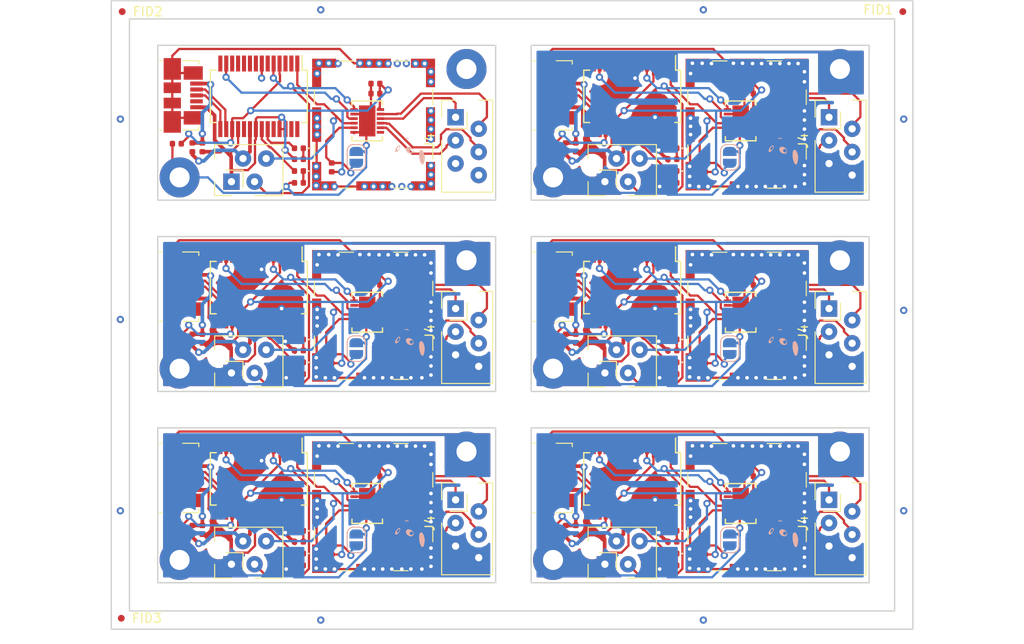
<source format=kicad_pcb>
(kicad_pcb (version 20171130) (host pcbnew 5.0.2-bee76a0~70~ubuntu18.04.1)
  (layers (0 F.Cu signal) (31 B.Cu signal) (34 B.Paste user) (35 F.Paste user) (36 B.SilkS user) (37 F.SilkS user) (38 B.Mask user) (39 F.Mask user) (44 Edge.Cuts user))
  (net 0 "")
  (net 1 +3V3)
  (net 2 SHIELD)
  (net 3 /TX_iso)
  (net 4 "Net-(D1-Pad1)")
  (net 5 "Net-(D2-Pad1)")
  (net 6 /RX_iso)
  (net 7 "Net-(J1-Pad4)")
  (net 8 /DE)
  (net 9 /l_Rx)
  (net 10 /h_Rx)
  (net 11 /l_Tx)
  (net 12 /h_Tx)
  (net 13 /term_te)
  (net 14 /USB_P)
  (net 15 /USB_N)
  (net 16 "Net-(U1-Pad7)")
  (net 17 "Net-(U2-Pad2)")
  (net 18 "Net-(U2-Pad3)")
  (net 19 "Net-(U2-Pad6)")
  (net 20 "Net-(U2-Pad9)")
  (net 21 "Net-(U2-Pad10)")
  (net 22 "Net-(U2-Pad11)")
  (net 23 "Net-(U2-Pad12)")
  (net 24 "Net-(U2-Pad14)")
  (net 25 "Net-(U2-Pad19)")
  (net 26 "Net-(U2-Pad27)")
  (net 27 "Net-(U2-Pad28)")
  (net 28 "Net-(C3-Pad1)")
  (net 29 "Net-(D1-Pad2)")
  (net 30 "Net-(D2-Pad2)")
  (net 31 +5V)
  (net 32 GND)
  (module Fiducial:Fiducial_0.75mm_Dia_1.5mm_Outer (layer F.Cu) (at 100.1 108.8)
    (fp_text reference FID3 (at 2.8 0) (layer F.SilkS))
    (fp_text value Fiducial_0.75mm_Dia_1.5mm_Outer)
    (pad "" smd circle (at 0 0) (size 0.75 0.75) (layers F.Cu F.Mask) (clearance 0.375))
  )
  (module Fiducial:Fiducial_0.75mm_Dia_1.5mm_Outer (layer F.Cu) (at 100.2 42.2)
    (fp_text reference FID2 (at 2.8 0) (layer F.SilkS))
    (fp_text value Fiducial_0.75mm_Dia_1.5mm_Outer)
    (pad "" smd circle (at 0 0) (size 0.75 0.75) (layers F.Cu F.Mask) (clearance 0.375))
  )
  (module Capacitor_SMD:C_0402_1005Metric (layer F.Cu) (at 169 93.2 180)
    (fp_text reference C1 hide)
    (fp_text value 0.1uF)
    (pad 2 smd roundrect (at 0.485 0 180) (size 0.59 0.64) (layers F.Cu F.Paste F.Mask) (net 32 GND))
    (pad 1 smd roundrect (at -0.485 0 180) (size 0.59 0.64) (layers F.Cu F.Paste F.Mask) (net 1 +3V3))
  )
  (module Capacitor_SMD:C_0402_1005Metric (layer F.Cu) (at 128 93.2 180)
    (fp_text reference C1 hide)
    (fp_text value 0.1uF)
    (pad 2 smd roundrect (at 0.485 0 180) (size 0.59 0.64) (layers F.Cu F.Paste F.Mask) (net 32 GND))
    (pad 1 smd roundrect (at -0.485 0 180) (size 0.59 0.64) (layers F.Cu F.Paste F.Mask) (net 1 +3V3))
  )
  (module Capacitor_SMD:C_0402_1005Metric (layer F.Cu) (at 169 72.2 180)
    (fp_text reference C1 hide)
    (fp_text value 0.1uF)
    (pad 2 smd roundrect (at 0.485 0 180) (size 0.59 0.64) (layers F.Cu F.Paste F.Mask) (net 32 GND))
    (pad 1 smd roundrect (at -0.485 0 180) (size 0.59 0.64) (layers F.Cu F.Paste F.Mask) (net 1 +3V3))
  )
  (module Capacitor_SMD:C_0402_1005Metric (layer F.Cu) (at 128 72.2 180)
    (fp_text reference C1 hide)
    (fp_text value 0.1uF)
    (pad 2 smd roundrect (at 0.485 0 180) (size 0.59 0.64) (layers F.Cu F.Paste F.Mask) (net 32 GND))
    (pad 1 smd roundrect (at -0.485 0 180) (size 0.59 0.64) (layers F.Cu F.Paste F.Mask) (net 1 +3V3))
  )
  (module Capacitor_SMD:C_0402_1005Metric (layer F.Cu) (at 169 51.2 180)
    (fp_text reference C1 hide)
    (fp_text value 0.1uF)
    (pad 2 smd roundrect (at 0.485 0 180) (size 0.59 0.64) (layers F.Cu F.Paste F.Mask) (net 32 GND))
    (pad 1 smd roundrect (at -0.485 0 180) (size 0.59 0.64) (layers F.Cu F.Paste F.Mask) (net 1 +3V3))
  )
  (module Capacitor_SMD:C_0402_1005Metric (layer F.Cu) (at 169 92.1 180)
    (fp_text reference C2 hide)
    (fp_text value 0.1uF)
    (pad 1 smd roundrect (at -0.485 0 180) (size 0.59 0.64) (layers F.Cu F.Paste F.Mask) (net 1 +3V3))
    (pad 2 smd roundrect (at 0.485 0 180) (size 0.59 0.64) (layers F.Cu F.Paste F.Mask) (net 32 GND))
  )
  (module Capacitor_SMD:C_0402_1005Metric (layer F.Cu) (at 128 92.1 180)
    (fp_text reference C2 hide)
    (fp_text value 0.1uF)
    (pad 1 smd roundrect (at -0.485 0 180) (size 0.59 0.64) (layers F.Cu F.Paste F.Mask) (net 1 +3V3))
    (pad 2 smd roundrect (at 0.485 0 180) (size 0.59 0.64) (layers F.Cu F.Paste F.Mask) (net 32 GND))
  )
  (module Capacitor_SMD:C_0402_1005Metric (layer F.Cu) (at 169 71.1 180)
    (fp_text reference C2 hide)
    (fp_text value 0.1uF)
    (pad 1 smd roundrect (at -0.485 0 180) (size 0.59 0.64) (layers F.Cu F.Paste F.Mask) (net 1 +3V3))
    (pad 2 smd roundrect (at 0.485 0 180) (size 0.59 0.64) (layers F.Cu F.Paste F.Mask) (net 32 GND))
  )
  (module Capacitor_SMD:C_0402_1005Metric (layer F.Cu) (at 128 71.1 180)
    (fp_text reference C2 hide)
    (fp_text value 0.1uF)
    (pad 1 smd roundrect (at -0.485 0 180) (size 0.59 0.64) (layers F.Cu F.Paste F.Mask) (net 1 +3V3))
    (pad 2 smd roundrect (at 0.485 0 180) (size 0.59 0.64) (layers F.Cu F.Paste F.Mask) (net 32 GND))
  )
  (module Capacitor_SMD:C_0402_1005Metric (layer F.Cu) (at 169 50.1 180)
    (fp_text reference C2 hide)
    (fp_text value 0.1uF)
    (pad 1 smd roundrect (at -0.485 0 180) (size 0.59 0.64) (layers F.Cu F.Paste F.Mask) (net 1 +3V3))
    (pad 2 smd roundrect (at 0.485 0 180) (size 0.59 0.64) (layers F.Cu F.Paste F.Mask) (net 32 GND))
  )
  (module Package_SO:SSOP-28_5.3x10.2mm_P0.65mm (layer F.Cu) (at 156.2 93.5 270)
    (fp_text reference U2 hide)
    (fp_text value FT232RL)
    (pad 28 smd rect (at 3.6 -4.225 270) (size 1.75 0.45) (layers F.Cu F.Paste F.Mask) (net 27 "Net-(U2-Pad28)"))
    (pad 27 smd rect (at 3.6 -3.575 270) (size 1.75 0.45) (layers F.Cu F.Paste F.Mask) (net 26 "Net-(U2-Pad27)"))
    (pad 26 smd rect (at 3.6 -2.925 270) (size 1.75 0.45) (layers F.Cu F.Paste F.Mask) (net 32 GND))
    (pad 25 smd rect (at 3.6 -2.275 270) (size 1.75 0.45) (layers F.Cu F.Paste F.Mask) (net 32 GND))
    (pad 24 smd rect (at 3.6 -1.625 270) (size 1.75 0.45) (layers F.Cu F.Paste F.Mask))
    (pad 23 smd rect (at 3.6 -0.975 270) (size 1.75 0.45) (layers F.Cu F.Paste F.Mask) (net 29 "Net-(D1-Pad2)"))
    (pad 22 smd rect (at 3.6 -0.325 270) (size 1.75 0.45) (layers F.Cu F.Paste F.Mask) (net 30 "Net-(D2-Pad2)"))
    (pad 21 smd rect (at 3.6 0.325 270) (size 1.75 0.45) (layers F.Cu F.Paste F.Mask) (net 32 GND))
    (pad 20 smd rect (at 3.6 0.975 270) (size 1.75 0.45) (layers F.Cu F.Paste F.Mask) (net 31 +5V))
    (pad 19 smd rect (at 3.6 1.625 270) (size 1.75 0.45) (layers F.Cu F.Paste F.Mask) (net 25 "Net-(U2-Pad19)"))
    (pad 18 smd rect (at 3.6 2.275 270) (size 1.75 0.45) (layers F.Cu F.Paste F.Mask) (net 32 GND))
    (pad 17 smd rect (at 3.6 2.925 270) (size 1.75 0.45) (layers F.Cu F.Paste F.Mask) (net 1 +3V3))
    (pad 16 smd rect (at 3.6 3.575 270) (size 1.75 0.45) (layers F.Cu F.Paste F.Mask) (net 15 /USB_N))
    (pad 15 smd rect (at 3.6 4.225 270) (size 1.75 0.45) (layers F.Cu F.Paste F.Mask) (net 14 /USB_P))
    (pad 14 smd rect (at -3.6 4.225 270) (size 1.75 0.45) (layers F.Cu F.Paste F.Mask) (net 24 "Net-(U2-Pad14)"))
    (pad 13 smd rect (at -3.6 3.575 270) (size 1.75 0.45) (layers F.Cu F.Paste F.Mask) (net 8 /DE))
    (pad 12 smd rect (at -3.6 2.925 270) (size 1.75 0.45) (layers F.Cu F.Paste F.Mask) (net 23 "Net-(U2-Pad12)"))
    (pad 11 smd rect (at -3.6 2.275 270) (size 1.75 0.45) (layers F.Cu F.Paste F.Mask) (net 22 "Net-(U2-Pad11)"))
    (pad 10 smd rect (at -3.6 1.625 270) (size 1.75 0.45) (layers F.Cu F.Paste F.Mask) (net 21 "Net-(U2-Pad10)"))
    (pad 9 smd rect (at -3.6 0.975 270) (size 1.75 0.45) (layers F.Cu F.Paste F.Mask) (net 20 "Net-(U2-Pad9)"))
    (pad 8 smd rect (at -3.6 0.325 270) (size 1.75 0.45) (layers F.Cu F.Paste F.Mask))
    (pad 7 smd rect (at -3.6 -0.325 270) (size 1.75 0.45) (layers F.Cu F.Paste F.Mask) (net 32 GND))
    (pad 6 smd rect (at -3.6 -0.975 270) (size 1.75 0.45) (layers F.Cu F.Paste F.Mask) (net 19 "Net-(U2-Pad6)"))
    (pad 5 smd rect (at -3.6 -1.625 270) (size 1.75 0.45) (layers F.Cu F.Paste F.Mask) (net 6 /RX_iso))
    (pad 4 smd rect (at -3.6 -2.275 270) (size 1.75 0.45) (layers F.Cu F.Paste F.Mask) (net 1 +3V3))
    (pad 3 smd rect (at -3.6 -2.925 270) (size 1.75 0.45) (layers F.Cu F.Paste F.Mask) (net 18 "Net-(U2-Pad3)"))
    (pad 2 smd rect (at -3.6 -3.575 270) (size 1.75 0.45) (layers F.Cu F.Paste F.Mask) (net 17 "Net-(U2-Pad2)"))
    (pad 1 smd rect (at -3.6 -4.225 270) (size 1.75 0.45) (layers F.Cu F.Paste F.Mask) (net 3 /TX_iso))
  )
  (module Package_SO:SSOP-28_5.3x10.2mm_P0.65mm (layer F.Cu) (at 115.2 93.5 270)
    (fp_text reference U2 hide)
    (fp_text value FT232RL)
    (pad 28 smd rect (at 3.6 -4.225 270) (size 1.75 0.45) (layers F.Cu F.Paste F.Mask) (net 27 "Net-(U2-Pad28)"))
    (pad 27 smd rect (at 3.6 -3.575 270) (size 1.75 0.45) (layers F.Cu F.Paste F.Mask) (net 26 "Net-(U2-Pad27)"))
    (pad 26 smd rect (at 3.6 -2.925 270) (size 1.75 0.45) (layers F.Cu F.Paste F.Mask) (net 32 GND))
    (pad 25 smd rect (at 3.6 -2.275 270) (size 1.75 0.45) (layers F.Cu F.Paste F.Mask) (net 32 GND))
    (pad 24 smd rect (at 3.6 -1.625 270) (size 1.75 0.45) (layers F.Cu F.Paste F.Mask))
    (pad 23 smd rect (at 3.6 -0.975 270) (size 1.75 0.45) (layers F.Cu F.Paste F.Mask) (net 29 "Net-(D1-Pad2)"))
    (pad 22 smd rect (at 3.6 -0.325 270) (size 1.75 0.45) (layers F.Cu F.Paste F.Mask) (net 30 "Net-(D2-Pad2)"))
    (pad 21 smd rect (at 3.6 0.325 270) (size 1.75 0.45) (layers F.Cu F.Paste F.Mask) (net 32 GND))
    (pad 20 smd rect (at 3.6 0.975 270) (size 1.75 0.45) (layers F.Cu F.Paste F.Mask) (net 31 +5V))
    (pad 19 smd rect (at 3.6 1.625 270) (size 1.75 0.45) (layers F.Cu F.Paste F.Mask) (net 25 "Net-(U2-Pad19)"))
    (pad 18 smd rect (at 3.6 2.275 270) (size 1.75 0.45) (layers F.Cu F.Paste F.Mask) (net 32 GND))
    (pad 17 smd rect (at 3.6 2.925 270) (size 1.75 0.45) (layers F.Cu F.Paste F.Mask) (net 1 +3V3))
    (pad 16 smd rect (at 3.6 3.575 270) (size 1.75 0.45) (layers F.Cu F.Paste F.Mask) (net 15 /USB_N))
    (pad 15 smd rect (at 3.6 4.225 270) (size 1.75 0.45) (layers F.Cu F.Paste F.Mask) (net 14 /USB_P))
    (pad 14 smd rect (at -3.6 4.225 270) (size 1.75 0.45) (layers F.Cu F.Paste F.Mask) (net 24 "Net-(U2-Pad14)"))
    (pad 13 smd rect (at -3.6 3.575 270) (size 1.75 0.45) (layers F.Cu F.Paste F.Mask) (net 8 /DE))
    (pad 12 smd rect (at -3.6 2.925 270) (size 1.75 0.45) (layers F.Cu F.Paste F.Mask) (net 23 "Net-(U2-Pad12)"))
    (pad 11 smd rect (at -3.6 2.275 270) (size 1.75 0.45) (layers F.Cu F.Paste F.Mask) (net 22 "Net-(U2-Pad11)"))
    (pad 10 smd rect (at -3.6 1.625 270) (size 1.75 0.45) (layers F.Cu F.Paste F.Mask) (net 21 "Net-(U2-Pad10)"))
    (pad 9 smd rect (at -3.6 0.975 270) (size 1.75 0.45) (layers F.Cu F.Paste F.Mask) (net 20 "Net-(U2-Pad9)"))
    (pad 8 smd rect (at -3.6 0.325 270) (size 1.75 0.45) (layers F.Cu F.Paste F.Mask))
    (pad 7 smd rect (at -3.6 -0.325 270) (size 1.75 0.45) (layers F.Cu F.Paste F.Mask) (net 32 GND))
    (pad 6 smd rect (at -3.6 -0.975 270) (size 1.75 0.45) (layers F.Cu F.Paste F.Mask) (net 19 "Net-(U2-Pad6)"))
    (pad 5 smd rect (at -3.6 -1.625 270) (size 1.75 0.45) (layers F.Cu F.Paste F.Mask) (net 6 /RX_iso))
    (pad 4 smd rect (at -3.6 -2.275 270) (size 1.75 0.45) (layers F.Cu F.Paste F.Mask) (net 1 +3V3))
    (pad 3 smd rect (at -3.6 -2.925 270) (size 1.75 0.45) (layers F.Cu F.Paste F.Mask) (net 18 "Net-(U2-Pad3)"))
    (pad 2 smd rect (at -3.6 -3.575 270) (size 1.75 0.45) (layers F.Cu F.Paste F.Mask) (net 17 "Net-(U2-Pad2)"))
    (pad 1 smd rect (at -3.6 -4.225 270) (size 1.75 0.45) (layers F.Cu F.Paste F.Mask) (net 3 /TX_iso))
  )
  (module Package_SO:SSOP-28_5.3x10.2mm_P0.65mm (layer F.Cu) (at 156.2 72.5 270)
    (fp_text reference U2 hide)
    (fp_text value FT232RL)
    (pad 28 smd rect (at 3.6 -4.225 270) (size 1.75 0.45) (layers F.Cu F.Paste F.Mask) (net 27 "Net-(U2-Pad28)"))
    (pad 27 smd rect (at 3.6 -3.575 270) (size 1.75 0.45) (layers F.Cu F.Paste F.Mask) (net 26 "Net-(U2-Pad27)"))
    (pad 26 smd rect (at 3.6 -2.925 270) (size 1.75 0.45) (layers F.Cu F.Paste F.Mask) (net 32 GND))
    (pad 25 smd rect (at 3.6 -2.275 270) (size 1.75 0.45) (layers F.Cu F.Paste F.Mask) (net 32 GND))
    (pad 24 smd rect (at 3.6 -1.625 270) (size 1.75 0.45) (layers F.Cu F.Paste F.Mask))
    (pad 23 smd rect (at 3.6 -0.975 270) (size 1.75 0.45) (layers F.Cu F.Paste F.Mask) (net 29 "Net-(D1-Pad2)"))
    (pad 22 smd rect (at 3.6 -0.325 270) (size 1.75 0.45) (layers F.Cu F.Paste F.Mask) (net 30 "Net-(D2-Pad2)"))
    (pad 21 smd rect (at 3.6 0.325 270) (size 1.75 0.45) (layers F.Cu F.Paste F.Mask) (net 32 GND))
    (pad 20 smd rect (at 3.6 0.975 270) (size 1.75 0.45) (layers F.Cu F.Paste F.Mask) (net 31 +5V))
    (pad 19 smd rect (at 3.6 1.625 270) (size 1.75 0.45) (layers F.Cu F.Paste F.Mask) (net 25 "Net-(U2-Pad19)"))
    (pad 18 smd rect (at 3.6 2.275 270) (size 1.75 0.45) (layers F.Cu F.Paste F.Mask) (net 32 GND))
    (pad 17 smd rect (at 3.6 2.925 270) (size 1.75 0.45) (layers F.Cu F.Paste F.Mask) (net 1 +3V3))
    (pad 16 smd rect (at 3.6 3.575 270) (size 1.75 0.45) (layers F.Cu F.Paste F.Mask) (net 15 /USB_N))
    (pad 15 smd rect (at 3.6 4.225 270) (size 1.75 0.45) (layers F.Cu F.Paste F.Mask) (net 14 /USB_P))
    (pad 14 smd rect (at -3.6 4.225 270) (size 1.75 0.45) (layers F.Cu F.Paste F.Mask) (net 24 "Net-(U2-Pad14)"))
    (pad 13 smd rect (at -3.6 3.575 270) (size 1.75 0.45) (layers F.Cu F.Paste F.Mask) (net 8 /DE))
    (pad 12 smd rect (at -3.6 2.925 270) (size 1.75 0.45) (layers F.Cu F.Paste F.Mask) (net 23 "Net-(U2-Pad12)"))
    (pad 11 smd rect (at -3.6 2.275 270) (size 1.75 0.45) (layers F.Cu F.Paste F.Mask) (net 22 "Net-(U2-Pad11)"))
    (pad 10 smd rect (at -3.6 1.625 270) (size 1.75 0.45) (layers F.Cu F.Paste F.Mask) (net 21 "Net-(U2-Pad10)"))
    (pad 9 smd rect (at -3.6 0.975 270) (size 1.75 0.45) (layers F.Cu F.Paste F.Mask) (net 20 "Net-(U2-Pad9)"))
    (pad 8 smd rect (at -3.6 0.325 270) (size 1.75 0.45) (layers F.Cu F.Paste F.Mask))
    (pad 7 smd rect (at -3.6 -0.325 270) (size 1.75 0.45) (layers F.Cu F.Paste F.Mask) (net 32 GND))
    (pad 6 smd rect (at -3.6 -0.975 270) (size 1.75 0.45) (layers F.Cu F.Paste F.Mask) (net 19 "Net-(U2-Pad6)"))
    (pad 5 smd rect (at -3.6 -1.625 270) (size 1.75 0.45) (layers F.Cu F.Paste F.Mask) (net 6 /RX_iso))
    (pad 4 smd rect (at -3.6 -2.275 270) (size 1.75 0.45) (layers F.Cu F.Paste F.Mask) (net 1 +3V3))
    (pad 3 smd rect (at -3.6 -2.925 270) (size 1.75 0.45) (layers F.Cu F.Paste F.Mask) (net 18 "Net-(U2-Pad3)"))
    (pad 2 smd rect (at -3.6 -3.575 270) (size 1.75 0.45) (layers F.Cu F.Paste F.Mask) (net 17 "Net-(U2-Pad2)"))
    (pad 1 smd rect (at -3.6 -4.225 270) (size 1.75 0.45) (layers F.Cu F.Paste F.Mask) (net 3 /TX_iso))
  )
  (module Package_SO:SSOP-28_5.3x10.2mm_P0.65mm (layer F.Cu) (at 115.2 72.5 270)
    (fp_text reference U2 hide)
    (fp_text value FT232RL)
    (pad 28 smd rect (at 3.6 -4.225 270) (size 1.75 0.45) (layers F.Cu F.Paste F.Mask) (net 27 "Net-(U2-Pad28)"))
    (pad 27 smd rect (at 3.6 -3.575 270) (size 1.75 0.45) (layers F.Cu F.Paste F.Mask) (net 26 "Net-(U2-Pad27)"))
    (pad 26 smd rect (at 3.6 -2.925 270) (size 1.75 0.45) (layers F.Cu F.Paste F.Mask) (net 32 GND))
    (pad 25 smd rect (at 3.6 -2.275 270) (size 1.75 0.45) (layers F.Cu F.Paste F.Mask) (net 32 GND))
    (pad 24 smd rect (at 3.6 -1.625 270) (size 1.75 0.45) (layers F.Cu F.Paste F.Mask))
    (pad 23 smd rect (at 3.6 -0.975 270) (size 1.75 0.45) (layers F.Cu F.Paste F.Mask) (net 29 "Net-(D1-Pad2)"))
    (pad 22 smd rect (at 3.6 -0.325 270) (size 1.75 0.45) (layers F.Cu F.Paste F.Mask) (net 30 "Net-(D2-Pad2)"))
    (pad 21 smd rect (at 3.6 0.325 270) (size 1.75 0.45) (layers F.Cu F.Paste F.Mask) (net 32 GND))
    (pad 20 smd rect (at 3.6 0.975 270) (size 1.75 0.45) (layers F.Cu F.Paste F.Mask) (net 31 +5V))
    (pad 19 smd rect (at 3.6 1.625 270) (size 1.75 0.45) (layers F.Cu F.Paste F.Mask) (net 25 "Net-(U2-Pad19)"))
    (pad 18 smd rect (at 3.6 2.275 270) (size 1.75 0.45) (layers F.Cu F.Paste F.Mask) (net 32 GND))
    (pad 17 smd rect (at 3.6 2.925 270) (size 1.75 0.45) (layers F.Cu F.Paste F.Mask) (net 1 +3V3))
    (pad 16 smd rect (at 3.6 3.575 270) (size 1.75 0.45) (layers F.Cu F.Paste F.Mask) (net 15 /USB_N))
    (pad 15 smd rect (at 3.6 4.225 270) (size 1.75 0.45) (layers F.Cu F.Paste F.Mask) (net 14 /USB_P))
    (pad 14 smd rect (at -3.6 4.225 270) (size 1.75 0.45) (layers F.Cu F.Paste F.Mask) (net 24 "Net-(U2-Pad14)"))
    (pad 13 smd rect (at -3.6 3.575 270) (size 1.75 0.45) (layers F.Cu F.Paste F.Mask) (net 8 /DE))
    (pad 12 smd rect (at -3.6 2.925 270) (size 1.75 0.45) (layers F.Cu F.Paste F.Mask) (net 23 "Net-(U2-Pad12)"))
    (pad 11 smd rect (at -3.6 2.275 270) (size 1.75 0.45) (layers F.Cu F.Paste F.Mask) (net 22 "Net-(U2-Pad11)"))
    (pad 10 smd rect (at -3.6 1.625 270) (size 1.75 0.45) (layers F.Cu F.Paste F.Mask) (net 21 "Net-(U2-Pad10)"))
    (pad 9 smd rect (at -3.6 0.975 270) (size 1.75 0.45) (layers F.Cu F.Paste F.Mask) (net 20 "Net-(U2-Pad9)"))
    (pad 8 smd rect (at -3.6 0.325 270) (size 1.75 0.45) (layers F.Cu F.Paste F.Mask))
    (pad 7 smd rect (at -3.6 -0.325 270) (size 1.75 0.45) (layers F.Cu F.Paste F.Mask) (net 32 GND))
    (pad 6 smd rect (at -3.6 -0.975 270) (size 1.75 0.45) (layers F.Cu F.Paste F.Mask) (net 19 "Net-(U2-Pad6)"))
    (pad 5 smd rect (at -3.6 -1.625 270) (size 1.75 0.45) (layers F.Cu F.Paste F.Mask) (net 6 /RX_iso))
    (pad 4 smd rect (at -3.6 -2.275 270) (size 1.75 0.45) (layers F.Cu F.Paste F.Mask) (net 1 +3V3))
    (pad 3 smd rect (at -3.6 -2.925 270) (size 1.75 0.45) (layers F.Cu F.Paste F.Mask) (net 18 "Net-(U2-Pad3)"))
    (pad 2 smd rect (at -3.6 -3.575 270) (size 1.75 0.45) (layers F.Cu F.Paste F.Mask) (net 17 "Net-(U2-Pad2)"))
    (pad 1 smd rect (at -3.6 -4.225 270) (size 1.75 0.45) (layers F.Cu F.Paste F.Mask) (net 3 /TX_iso))
  )
  (module Package_SO:SSOP-28_5.3x10.2mm_P0.65mm (layer F.Cu) (at 156.2 51.5 270)
    (fp_text reference U2 hide)
    (fp_text value FT232RL)
    (pad 28 smd rect (at 3.6 -4.225 270) (size 1.75 0.45) (layers F.Cu F.Paste F.Mask) (net 27 "Net-(U2-Pad28)"))
    (pad 27 smd rect (at 3.6 -3.575 270) (size 1.75 0.45) (layers F.Cu F.Paste F.Mask) (net 26 "Net-(U2-Pad27)"))
    (pad 26 smd rect (at 3.6 -2.925 270) (size 1.75 0.45) (layers F.Cu F.Paste F.Mask) (net 32 GND))
    (pad 25 smd rect (at 3.6 -2.275 270) (size 1.75 0.45) (layers F.Cu F.Paste F.Mask) (net 32 GND))
    (pad 24 smd rect (at 3.6 -1.625 270) (size 1.75 0.45) (layers F.Cu F.Paste F.Mask))
    (pad 23 smd rect (at 3.6 -0.975 270) (size 1.75 0.45) (layers F.Cu F.Paste F.Mask) (net 29 "Net-(D1-Pad2)"))
    (pad 22 smd rect (at 3.6 -0.325 270) (size 1.75 0.45) (layers F.Cu F.Paste F.Mask) (net 30 "Net-(D2-Pad2)"))
    (pad 21 smd rect (at 3.6 0.325 270) (size 1.75 0.45) (layers F.Cu F.Paste F.Mask) (net 32 GND))
    (pad 20 smd rect (at 3.6 0.975 270) (size 1.75 0.45) (layers F.Cu F.Paste F.Mask) (net 31 +5V))
    (pad 19 smd rect (at 3.6 1.625 270) (size 1.75 0.45) (layers F.Cu F.Paste F.Mask) (net 25 "Net-(U2-Pad19)"))
    (pad 18 smd rect (at 3.6 2.275 270) (size 1.75 0.45) (layers F.Cu F.Paste F.Mask) (net 32 GND))
    (pad 17 smd rect (at 3.6 2.925 270) (size 1.75 0.45) (layers F.Cu F.Paste F.Mask) (net 1 +3V3))
    (pad 16 smd rect (at 3.6 3.575 270) (size 1.75 0.45) (layers F.Cu F.Paste F.Mask) (net 15 /USB_N))
    (pad 15 smd rect (at 3.6 4.225 270) (size 1.75 0.45) (layers F.Cu F.Paste F.Mask) (net 14 /USB_P))
    (pad 14 smd rect (at -3.6 4.225 270) (size 1.75 0.45) (layers F.Cu F.Paste F.Mask) (net 24 "Net-(U2-Pad14)"))
    (pad 13 smd rect (at -3.6 3.575 270) (size 1.75 0.45) (layers F.Cu F.Paste F.Mask) (net 8 /DE))
    (pad 12 smd rect (at -3.6 2.925 270) (size 1.75 0.45) (layers F.Cu F.Paste F.Mask) (net 23 "Net-(U2-Pad12)"))
    (pad 11 smd rect (at -3.6 2.275 270) (size 1.75 0.45) (layers F.Cu F.Paste F.Mask) (net 22 "Net-(U2-Pad11)"))
    (pad 10 smd rect (at -3.6 1.625 270) (size 1.75 0.45) (layers F.Cu F.Paste F.Mask) (net 21 "Net-(U2-Pad10)"))
    (pad 9 smd rect (at -3.6 0.975 270) (size 1.75 0.45) (layers F.Cu F.Paste F.Mask) (net 20 "Net-(U2-Pad9)"))
    (pad 8 smd rect (at -3.6 0.325 270) (size 1.75 0.45) (layers F.Cu F.Paste F.Mask))
    (pad 7 smd rect (at -3.6 -0.325 270) (size 1.75 0.45) (layers F.Cu F.Paste F.Mask) (net 32 GND))
    (pad 6 smd rect (at -3.6 -0.975 270) (size 1.75 0.45) (layers F.Cu F.Paste F.Mask) (net 19 "Net-(U2-Pad6)"))
    (pad 5 smd rect (at -3.6 -1.625 270) (size 1.75 0.45) (layers F.Cu F.Paste F.Mask) (net 6 /RX_iso))
    (pad 4 smd rect (at -3.6 -2.275 270) (size 1.75 0.45) (layers F.Cu F.Paste F.Mask) (net 1 +3V3))
    (pad 3 smd rect (at -3.6 -2.925 270) (size 1.75 0.45) (layers F.Cu F.Paste F.Mask) (net 18 "Net-(U2-Pad3)"))
    (pad 2 smd rect (at -3.6 -3.575 270) (size 1.75 0.45) (layers F.Cu F.Paste F.Mask) (net 17 "Net-(U2-Pad2)"))
    (pad 1 smd rect (at -3.6 -4.225 270) (size 1.75 0.45) (layers F.Cu F.Paste F.Mask) (net 3 /TX_iso))
  )
  (module Resistor_SMD:R_0402_1005Metric (layer F.Cu) (at 160.6 103)
    (fp_text reference R6 hide)
    (fp_text value 1k)
    (pad 2 smd roundrect (at 0.485 0) (size 0.59 0.64) (layers F.Cu F.Paste F.Mask) (net 5 "Net-(D2-Pad1)"))
    (pad 1 smd roundrect (at -0.485 0) (size 0.59 0.64) (layers F.Cu F.Paste F.Mask) (net 32 GND))
  )
  (module Resistor_SMD:R_0402_1005Metric (layer F.Cu) (at 119.6 103)
    (fp_text reference R6 hide)
    (fp_text value 1k)
    (pad 2 smd roundrect (at 0.485 0) (size 0.59 0.64) (layers F.Cu F.Paste F.Mask) (net 5 "Net-(D2-Pad1)"))
    (pad 1 smd roundrect (at -0.485 0) (size 0.59 0.64) (layers F.Cu F.Paste F.Mask) (net 32 GND))
  )
  (module Resistor_SMD:R_0402_1005Metric (layer F.Cu) (at 160.6 82)
    (fp_text reference R6 hide)
    (fp_text value 1k)
    (pad 2 smd roundrect (at 0.485 0) (size 0.59 0.64) (layers F.Cu F.Paste F.Mask) (net 5 "Net-(D2-Pad1)"))
    (pad 1 smd roundrect (at -0.485 0) (size 0.59 0.64) (layers F.Cu F.Paste F.Mask) (net 32 GND))
  )
  (module Resistor_SMD:R_0402_1005Metric (layer F.Cu) (at 119.6 82)
    (fp_text reference R6 hide)
    (fp_text value 1k)
    (pad 2 smd roundrect (at 0.485 0) (size 0.59 0.64) (layers F.Cu F.Paste F.Mask) (net 5 "Net-(D2-Pad1)"))
    (pad 1 smd roundrect (at -0.485 0) (size 0.59 0.64) (layers F.Cu F.Paste F.Mask) (net 32 GND))
  )
  (module Resistor_SMD:R_0402_1005Metric (layer F.Cu) (at 160.6 61)
    (fp_text reference R6 hide)
    (fp_text value 1k)
    (pad 2 smd roundrect (at 0.485 0) (size 0.59 0.64) (layers F.Cu F.Paste F.Mask) (net 5 "Net-(D2-Pad1)"))
    (pad 1 smd roundrect (at -0.485 0) (size 0.59 0.64) (layers F.Cu F.Paste F.Mask) (net 32 GND))
  )
  (module Resistor_SMD:R_0402_1005Metric (layer F.Cu) (at 160.6 100.4)
    (fp_text reference R5 hide)
    (fp_text value 1k)
    (pad 2 smd roundrect (at 0.485 0) (size 0.59 0.64) (layers F.Cu F.Paste F.Mask) (net 4 "Net-(D1-Pad1)"))
    (pad 1 smd roundrect (at -0.485 0) (size 0.59 0.64) (layers F.Cu F.Paste F.Mask) (net 32 GND))
  )
  (module Resistor_SMD:R_0402_1005Metric (layer F.Cu) (at 119.6 100.4)
    (fp_text reference R5 hide)
    (fp_text value 1k)
    (pad 2 smd roundrect (at 0.485 0) (size 0.59 0.64) (layers F.Cu F.Paste F.Mask) (net 4 "Net-(D1-Pad1)"))
    (pad 1 smd roundrect (at -0.485 0) (size 0.59 0.64) (layers F.Cu F.Paste F.Mask) (net 32 GND))
  )
  (module Resistor_SMD:R_0402_1005Metric (layer F.Cu) (at 160.6 79.4)
    (fp_text reference R5 hide)
    (fp_text value 1k)
    (pad 2 smd roundrect (at 0.485 0) (size 0.59 0.64) (layers F.Cu F.Paste F.Mask) (net 4 "Net-(D1-Pad1)"))
    (pad 1 smd roundrect (at -0.485 0) (size 0.59 0.64) (layers F.Cu F.Paste F.Mask) (net 32 GND))
  )
  (module Resistor_SMD:R_0402_1005Metric (layer F.Cu) (at 119.6 79.4)
    (fp_text reference R5 hide)
    (fp_text value 1k)
    (pad 2 smd roundrect (at 0.485 0) (size 0.59 0.64) (layers F.Cu F.Paste F.Mask) (net 4 "Net-(D1-Pad1)"))
    (pad 1 smd roundrect (at -0.485 0) (size 0.59 0.64) (layers F.Cu F.Paste F.Mask) (net 32 GND))
  )
  (module Resistor_SMD:R_0402_1005Metric (layer F.Cu) (at 160.6 58.4)
    (fp_text reference R5 hide)
    (fp_text value 1k)
    (pad 2 smd roundrect (at 0.485 0) (size 0.59 0.64) (layers F.Cu F.Paste F.Mask) (net 4 "Net-(D1-Pad1)"))
    (pad 1 smd roundrect (at -0.485 0) (size 0.59 0.64) (layers F.Cu F.Paste F.Mask) (net 32 GND))
  )
  (module Resistor_SMD:R_0402_1005Metric (layer F.Cu) (at 148.9 99.1 90)
    (fp_text reference L1 hide)
    (fp_text value Ferrite_Bead_Small hide)
    (pad 2 smd roundrect (at 0.485 0 90) (size 0.59 0.64) (layers F.Cu F.Paste F.Mask) (net 28 "Net-(C3-Pad1)"))
    (pad 1 smd roundrect (at -0.485 0 90) (size 0.59 0.64) (layers F.Cu F.Paste F.Mask) (net 31 +5V))
  )
  (module Resistor_SMD:R_0402_1005Metric (layer F.Cu) (at 107.9 99.1 90)
    (fp_text reference L1 hide)
    (fp_text value Ferrite_Bead_Small hide)
    (pad 2 smd roundrect (at 0.485 0 90) (size 0.59 0.64) (layers F.Cu F.Paste F.Mask) (net 28 "Net-(C3-Pad1)"))
    (pad 1 smd roundrect (at -0.485 0 90) (size 0.59 0.64) (layers F.Cu F.Paste F.Mask) (net 31 +5V))
  )
  (module Resistor_SMD:R_0402_1005Metric (layer F.Cu) (at 148.9 78.1 90)
    (fp_text reference L1 hide)
    (fp_text value Ferrite_Bead_Small hide)
    (pad 2 smd roundrect (at 0.485 0 90) (size 0.59 0.64) (layers F.Cu F.Paste F.Mask) (net 28 "Net-(C3-Pad1)"))
    (pad 1 smd roundrect (at -0.485 0 90) (size 0.59 0.64) (layers F.Cu F.Paste F.Mask) (net 31 +5V))
  )
  (module Resistor_SMD:R_0402_1005Metric (layer F.Cu) (at 107.9 78.1 90)
    (fp_text reference L1 hide)
    (fp_text value Ferrite_Bead_Small hide)
    (pad 2 smd roundrect (at 0.485 0 90) (size 0.59 0.64) (layers F.Cu F.Paste F.Mask) (net 28 "Net-(C3-Pad1)"))
    (pad 1 smd roundrect (at -0.485 0 90) (size 0.59 0.64) (layers F.Cu F.Paste F.Mask) (net 31 +5V))
  )
  (module Resistor_SMD:R_0402_1005Metric (layer F.Cu) (at 148.9 57.1 90)
    (fp_text reference L1 hide)
    (fp_text value Ferrite_Bead_Small hide)
    (pad 2 smd roundrect (at 0.485 0 90) (size 0.59 0.64) (layers F.Cu F.Paste F.Mask) (net 28 "Net-(C3-Pad1)"))
    (pad 1 smd roundrect (at -0.485 0 90) (size 0.59 0.64) (layers F.Cu F.Paste F.Mask) (net 31 +5V))
  )
  (module Capacitor_SMD:C_0402_1005Metric (layer F.Cu) (at 147.2 98.7 180)
    (fp_text reference C4 hide)
    (fp_text value 0.1uF)
    (pad 1 smd roundrect (at -0.485 0 180) (size 0.59 0.64) (layers F.Cu F.Paste F.Mask) (net 1 +3V3))
    (pad 2 smd roundrect (at 0.485 0 180) (size 0.59 0.64) (layers F.Cu F.Paste F.Mask) (net 32 GND))
  )
  (module Capacitor_SMD:C_0402_1005Metric (layer F.Cu) (at 106.2 98.7 180)
    (fp_text reference C4 hide)
    (fp_text value 0.1uF)
    (pad 1 smd roundrect (at -0.485 0 180) (size 0.59 0.64) (layers F.Cu F.Paste F.Mask) (net 1 +3V3))
    (pad 2 smd roundrect (at 0.485 0 180) (size 0.59 0.64) (layers F.Cu F.Paste F.Mask) (net 32 GND))
  )
  (module Capacitor_SMD:C_0402_1005Metric (layer F.Cu) (at 147.2 77.7 180)
    (fp_text reference C4 hide)
    (fp_text value 0.1uF)
    (pad 1 smd roundrect (at -0.485 0 180) (size 0.59 0.64) (layers F.Cu F.Paste F.Mask) (net 1 +3V3))
    (pad 2 smd roundrect (at 0.485 0 180) (size 0.59 0.64) (layers F.Cu F.Paste F.Mask) (net 32 GND))
  )
  (module Capacitor_SMD:C_0402_1005Metric (layer F.Cu) (at 106.2 77.7 180)
    (fp_text reference C4 hide)
    (fp_text value 0.1uF)
    (pad 1 smd roundrect (at -0.485 0 180) (size 0.59 0.64) (layers F.Cu F.Paste F.Mask) (net 1 +3V3))
    (pad 2 smd roundrect (at 0.485 0 180) (size 0.59 0.64) (layers F.Cu F.Paste F.Mask) (net 32 GND))
  )
  (module Capacitor_SMD:C_0402_1005Metric (layer F.Cu) (at 147.2 56.7 180)
    (fp_text reference C4 hide)
    (fp_text value 0.1uF)
    (pad 1 smd roundrect (at -0.485 0 180) (size 0.59 0.64) (layers F.Cu F.Paste F.Mask) (net 1 +3V3))
    (pad 2 smd roundrect (at 0.485 0 180) (size 0.59 0.64) (layers F.Cu F.Paste F.Mask) (net 32 GND))
  )
  (module Capacitor_SMD:C_0402_1005Metric (layer F.Cu) (at 150 99.1 270)
    (fp_text reference C3 hide)
    (fp_text value 10nF)
    (pad 2 smd roundrect (at 0.485 0 270) (size 0.59 0.64) (layers F.Cu F.Paste F.Mask) (net 32 GND))
    (pad 1 smd roundrect (at -0.485 0 270) (size 0.59 0.64) (layers F.Cu F.Paste F.Mask) (net 28 "Net-(C3-Pad1)"))
  )
  (module Capacitor_SMD:C_0402_1005Metric (layer F.Cu) (at 109 99.1 270)
    (fp_text reference C3 hide)
    (fp_text value 10nF)
    (pad 2 smd roundrect (at 0.485 0 270) (size 0.59 0.64) (layers F.Cu F.Paste F.Mask) (net 32 GND))
    (pad 1 smd roundrect (at -0.485 0 270) (size 0.59 0.64) (layers F.Cu F.Paste F.Mask) (net 28 "Net-(C3-Pad1)"))
  )
  (module Capacitor_SMD:C_0402_1005Metric (layer F.Cu) (at 150 78.1 270)
    (fp_text reference C3 hide)
    (fp_text value 10nF)
    (pad 2 smd roundrect (at 0.485 0 270) (size 0.59 0.64) (layers F.Cu F.Paste F.Mask) (net 32 GND))
    (pad 1 smd roundrect (at -0.485 0 270) (size 0.59 0.64) (layers F.Cu F.Paste F.Mask) (net 28 "Net-(C3-Pad1)"))
  )
  (module Capacitor_SMD:C_0402_1005Metric (layer F.Cu) (at 109 78.1 270)
    (fp_text reference C3 hide)
    (fp_text value 10nF)
    (pad 2 smd roundrect (at 0.485 0 270) (size 0.59 0.64) (layers F.Cu F.Paste F.Mask) (net 32 GND))
    (pad 1 smd roundrect (at -0.485 0 270) (size 0.59 0.64) (layers F.Cu F.Paste F.Mask) (net 28 "Net-(C3-Pad1)"))
  )
  (module Capacitor_SMD:C_0402_1005Metric (layer F.Cu) (at 150 57.1 270)
    (fp_text reference C3 hide)
    (fp_text value 10nF)
    (pad 2 smd roundrect (at 0.485 0 270) (size 0.59 0.64) (layers F.Cu F.Paste F.Mask) (net 32 GND))
    (pad 1 smd roundrect (at -0.485 0 270) (size 0.59 0.64) (layers F.Cu F.Paste F.Mask) (net 28 "Net-(C3-Pad1)"))
  )
  (module Jumper:SolderJumper-2_P1.3mm_Open_RoundedPad1.0x1.5mm (layer B.Cu) (at 166.9 100.2 90)
    (fp_text reference JP1 hide)
    (fp_text value SolderJumper_2_Open hide)
    (pad 2 smd custom (at 0.65 0 90) (size 1 0.5) (layers B.Cu B.Mask) (net 32 GND) (options (clearance outline) (anchor rect)) (primitives (gr_circle (center 0 -0.25) (end 0.5 -0.25) (width 0)) (gr_circle (center 0 0.25) (end 0.5 0.25) (width 0)) (gr_poly (pts (xy 0 0.75) (xy -0.5 0.75) (xy -0.5 -0.75) (xy 0 -0.75)) (width 0))))
    (pad 1 smd custom (at -0.65 0 90) (size 1 0.5) (layers B.Cu B.Mask) (net 13 /term_te) (options (clearance outline) (anchor rect)) (primitives (gr_circle (center 0 -0.25) (end 0.5 -0.25) (width 0)) (gr_circle (center 0 0.25) (end 0.5 0.25) (width 0)) (gr_poly (pts (xy 0 0.75) (xy 0.5 0.75) (xy 0.5 -0.75) (xy 0 -0.75)) (width 0))))
  )
  (module Jumper:SolderJumper-2_P1.3mm_Open_RoundedPad1.0x1.5mm (layer B.Cu) (at 125.9 100.2 90)
    (fp_text reference JP1 hide)
    (fp_text value SolderJumper_2_Open hide)
    (pad 2 smd custom (at 0.65 0 90) (size 1 0.5) (layers B.Cu B.Mask) (net 32 GND) (options (clearance outline) (anchor rect)) (primitives (gr_circle (center 0 -0.25) (end 0.5 -0.25) (width 0)) (gr_circle (center 0 0.25) (end 0.5 0.25) (width 0)) (gr_poly (pts (xy 0 0.75) (xy -0.5 0.75) (xy -0.5 -0.75) (xy 0 -0.75)) (width 0))))
    (pad 1 smd custom (at -0.65 0 90) (size 1 0.5) (layers B.Cu B.Mask) (net 13 /term_te) (options (clearance outline) (anchor rect)) (primitives (gr_circle (center 0 -0.25) (end 0.5 -0.25) (width 0)) (gr_circle (center 0 0.25) (end 0.5 0.25) (width 0)) (gr_poly (pts (xy 0 0.75) (xy 0.5 0.75) (xy 0.5 -0.75) (xy 0 -0.75)) (width 0))))
  )
  (module Jumper:SolderJumper-2_P1.3mm_Open_RoundedPad1.0x1.5mm (layer B.Cu) (at 166.9 79.2 90)
    (fp_text reference JP1 hide)
    (fp_text value SolderJumper_2_Open hide)
    (pad 2 smd custom (at 0.65 0 90) (size 1 0.5) (layers B.Cu B.Mask) (net 32 GND) (options (clearance outline) (anchor rect)) (primitives (gr_circle (center 0 -0.25) (end 0.5 -0.25) (width 0)) (gr_circle (center 0 0.25) (end 0.5 0.25) (width 0)) (gr_poly (pts (xy 0 0.75) (xy -0.5 0.75) (xy -0.5 -0.75) (xy 0 -0.75)) (width 0))))
    (pad 1 smd custom (at -0.65 0 90) (size 1 0.5) (layers B.Cu B.Mask) (net 13 /term_te) (options (clearance outline) (anchor rect)) (primitives (gr_circle (center 0 -0.25) (end 0.5 -0.25) (width 0)) (gr_circle (center 0 0.25) (end 0.5 0.25) (width 0)) (gr_poly (pts (xy 0 0.75) (xy 0.5 0.75) (xy 0.5 -0.75) (xy 0 -0.75)) (width 0))))
  )
  (module Jumper:SolderJumper-2_P1.3mm_Open_RoundedPad1.0x1.5mm (layer B.Cu) (at 125.9 79.2 90)
    (fp_text reference JP1 hide)
    (fp_text value SolderJumper_2_Open hide)
    (pad 2 smd custom (at 0.65 0 90) (size 1 0.5) (layers B.Cu B.Mask) (net 32 GND) (options (clearance outline) (anchor rect)) (primitives (gr_circle (center 0 -0.25) (end 0.5 -0.25) (width 0)) (gr_circle (center 0 0.25) (end 0.5 0.25) (width 0)) (gr_poly (pts (xy 0 0.75) (xy -0.5 0.75) (xy -0.5 -0.75) (xy 0 -0.75)) (width 0))))
    (pad 1 smd custom (at -0.65 0 90) (size 1 0.5) (layers B.Cu B.Mask) (net 13 /term_te) (options (clearance outline) (anchor rect)) (primitives (gr_circle (center 0 -0.25) (end 0.5 -0.25) (width 0)) (gr_circle (center 0 0.25) (end 0.5 0.25) (width 0)) (gr_poly (pts (xy 0 0.75) (xy 0.5 0.75) (xy 0.5 -0.75) (xy 0 -0.75)) (width 0))))
  )
  (module Jumper:SolderJumper-2_P1.3mm_Open_RoundedPad1.0x1.5mm (layer B.Cu) (at 166.9 58.2 90)
    (fp_text reference JP1 hide)
    (fp_text value SolderJumper_2_Open hide)
    (pad 2 smd custom (at 0.65 0 90) (size 1 0.5) (layers B.Cu B.Mask) (net 32 GND) (options (clearance outline) (anchor rect)) (primitives (gr_circle (center 0 -0.25) (end 0.5 -0.25) (width 0)) (gr_circle (center 0 0.25) (end 0.5 0.25) (width 0)) (gr_poly (pts (xy 0 0.75) (xy -0.5 0.75) (xy -0.5 -0.75) (xy 0 -0.75)) (width 0))))
    (pad 1 smd custom (at -0.65 0 90) (size 1 0.5) (layers B.Cu B.Mask) (net 13 /term_te) (options (clearance outline) (anchor rect)) (primitives (gr_circle (center 0 -0.25) (end 0.5 -0.25) (width 0)) (gr_circle (center 0 0.25) (end 0.5 0.25) (width 0)) (gr_poly (pts (xy 0 0.75) (xy 0.5 0.75) (xy 0.5 -0.75) (xy 0 -0.75)) (width 0))))
  )
  (module RF_Shielding:Laird_Technologies_BMI-S-201-F_13.66x12.70mm (layer F.Cu) (at 168.8 96.6)
    (fp_text reference J2 hide)
    (fp_text value RF_Shield_Two_Pieces hide)
    (pad 1 smd rect (at 6.25 5.165) (size 1 2.13) (layers F.Cu F.Paste F.Mask) (net 2 SHIELD))
    (pad 1 smd rect (at -6.25 5.165) (size 1 2.13) (layers F.Cu F.Paste F.Mask) (net 2 SHIELD))
    (pad 1 smd rect (at 6.25 0) (size 1 3.8) (layers F.Cu F.Paste F.Mask) (net 2 SHIELD))
    (pad 1 smd rect (at -6.25 0) (size 1 3.8) (layers F.Cu F.Paste F.Mask) (net 2 SHIELD))
    (pad 1 smd rect (at 6.25 -5.165) (size 1 2.13) (layers F.Cu F.Paste F.Mask) (net 2 SHIELD))
    (pad 1 smd rect (at -6.25 -5.165) (size 1 2.13) (layers F.Cu F.Paste F.Mask) (net 2 SHIELD))
    (pad 1 smd rect (at 4.925 6.73) (size 1.65 1) (layers F.Cu F.Paste F.Mask) (net 2 SHIELD))
    (pad 1 smd rect (at 4.925 -6.73) (size 1.65 1) (layers F.Cu F.Paste F.Mask) (net 2 SHIELD))
    (pad 1 smd rect (at 0 6.73) (size 3.8 1) (layers F.Cu F.Paste F.Mask) (net 2 SHIELD))
    (pad 1 smd rect (at 0 -6.73) (size 3.8 1) (layers F.Cu F.Paste F.Mask) (net 2 SHIELD))
    (pad 1 smd rect (at -4.925 6.73) (size 1.65 1) (layers F.Cu F.Paste F.Mask) (net 2 SHIELD))
    (pad 1 smd rect (at -4.925 -6.73) (size 1.65 1) (layers F.Cu F.Paste F.Mask) (net 2 SHIELD))
    (pad 1 smd rect (at -6.25 6.73) (size 1 1) (layers F.Cu F.Paste F.Mask) (net 2 SHIELD))
    (pad 1 smd rect (at 6.25 6.73) (size 1 1) (layers F.Cu F.Paste F.Mask) (net 2 SHIELD))
    (pad 1 smd rect (at 6.25 -6.73) (size 1 1) (layers F.Cu F.Paste F.Mask) (net 2 SHIELD))
    (pad 1 smd rect (at -6.25 -6.73) (size 1 1) (layers F.Cu F.Paste F.Mask) (net 2 SHIELD))
  )
  (module RF_Shielding:Laird_Technologies_BMI-S-201-F_13.66x12.70mm (layer F.Cu) (at 127.8 96.6)
    (fp_text reference J2 hide)
    (fp_text value RF_Shield_Two_Pieces hide)
    (pad 1 smd rect (at 6.25 5.165) (size 1 2.13) (layers F.Cu F.Paste F.Mask) (net 2 SHIELD))
    (pad 1 smd rect (at -6.25 5.165) (size 1 2.13) (layers F.Cu F.Paste F.Mask) (net 2 SHIELD))
    (pad 1 smd rect (at 6.25 0) (size 1 3.8) (layers F.Cu F.Paste F.Mask) (net 2 SHIELD))
    (pad 1 smd rect (at -6.25 0) (size 1 3.8) (layers F.Cu F.Paste F.Mask) (net 2 SHIELD))
    (pad 1 smd rect (at 6.25 -5.165) (size 1 2.13) (layers F.Cu F.Paste F.Mask) (net 2 SHIELD))
    (pad 1 smd rect (at -6.25 -5.165) (size 1 2.13) (layers F.Cu F.Paste F.Mask) (net 2 SHIELD))
    (pad 1 smd rect (at 4.925 6.73) (size 1.65 1) (layers F.Cu F.Paste F.Mask) (net 2 SHIELD))
    (pad 1 smd rect (at 4.925 -6.73) (size 1.65 1) (layers F.Cu F.Paste F.Mask) (net 2 SHIELD))
    (pad 1 smd rect (at 0 6.73) (size 3.8 1) (layers F.Cu F.Paste F.Mask) (net 2 SHIELD))
    (pad 1 smd rect (at 0 -6.73) (size 3.8 1) (layers F.Cu F.Paste F.Mask) (net 2 SHIELD))
    (pad 1 smd rect (at -4.925 6.73) (size 1.65 1) (layers F.Cu F.Paste F.Mask) (net 2 SHIELD))
    (pad 1 smd rect (at -4.925 -6.73) (size 1.65 1) (layers F.Cu F.Paste F.Mask) (net 2 SHIELD))
    (pad 1 smd rect (at -6.25 6.73) (size 1 1) (layers F.Cu F.Paste F.Mask) (net 2 SHIELD))
    (pad 1 smd rect (at 6.25 6.73) (size 1 1) (layers F.Cu F.Paste F.Mask) (net 2 SHIELD))
    (pad 1 smd rect (at 6.25 -6.73) (size 1 1) (layers F.Cu F.Paste F.Mask) (net 2 SHIELD))
    (pad 1 smd rect (at -6.25 -6.73) (size 1 1) (layers F.Cu F.Paste F.Mask) (net 2 SHIELD))
  )
  (module RF_Shielding:Laird_Technologies_BMI-S-201-F_13.66x12.70mm (layer F.Cu) (at 168.8 75.6)
    (fp_text reference J2 hide)
    (fp_text value RF_Shield_Two_Pieces hide)
    (pad 1 smd rect (at 6.25 5.165) (size 1 2.13) (layers F.Cu F.Paste F.Mask) (net 2 SHIELD))
    (pad 1 smd rect (at -6.25 5.165) (size 1 2.13) (layers F.Cu F.Paste F.Mask) (net 2 SHIELD))
    (pad 1 smd rect (at 6.25 0) (size 1 3.8) (layers F.Cu F.Paste F.Mask) (net 2 SHIELD))
    (pad 1 smd rect (at -6.25 0) (size 1 3.8) (layers F.Cu F.Paste F.Mask) (net 2 SHIELD))
    (pad 1 smd rect (at 6.25 -5.165) (size 1 2.13) (layers F.Cu F.Paste F.Mask) (net 2 SHIELD))
    (pad 1 smd rect (at -6.25 -5.165) (size 1 2.13) (layers F.Cu F.Paste F.Mask) (net 2 SHIELD))
    (pad 1 smd rect (at 4.925 6.73) (size 1.65 1) (layers F.Cu F.Paste F.Mask) (net 2 SHIELD))
    (pad 1 smd rect (at 4.925 -6.73) (size 1.65 1) (layers F.Cu F.Paste F.Mask) (net 2 SHIELD))
    (pad 1 smd rect (at 0 6.73) (size 3.8 1) (layers F.Cu F.Paste F.Mask) (net 2 SHIELD))
    (pad 1 smd rect (at 0 -6.73) (size 3.8 1) (layers F.Cu F.Paste F.Mask) (net 2 SHIELD))
    (pad 1 smd rect (at -4.925 6.73) (size 1.65 1) (layers F.Cu F.Paste F.Mask) (net 2 SHIELD))
    (pad 1 smd rect (at -4.925 -6.73) (size 1.65 1) (layers F.Cu F.Paste F.Mask) (net 2 SHIELD))
    (pad 1 smd rect (at -6.25 6.73) (size 1 1) (layers F.Cu F.Paste F.Mask) (net 2 SHIELD))
    (pad 1 smd rect (at 6.25 6.73) (size 1 1) (layers F.Cu F.Paste F.Mask) (net 2 SHIELD))
    (pad 1 smd rect (at 6.25 -6.73) (size 1 1) (layers F.Cu F.Paste F.Mask) (net 2 SHIELD))
    (pad 1 smd rect (at -6.25 -6.73) (size 1 1) (layers F.Cu F.Paste F.Mask) (net 2 SHIELD))
  )
  (module RF_Shielding:Laird_Technologies_BMI-S-201-F_13.66x12.70mm (layer F.Cu) (at 127.8 75.6)
    (fp_text reference J2 hide)
    (fp_text value RF_Shield_Two_Pieces hide)
    (pad 1 smd rect (at 6.25 5.165) (size 1 2.13) (layers F.Cu F.Paste F.Mask) (net 2 SHIELD))
    (pad 1 smd rect (at -6.25 5.165) (size 1 2.13) (layers F.Cu F.Paste F.Mask) (net 2 SHIELD))
    (pad 1 smd rect (at 6.25 0) (size 1 3.8) (layers F.Cu F.Paste F.Mask) (net 2 SHIELD))
    (pad 1 smd rect (at -6.25 0) (size 1 3.8) (layers F.Cu F.Paste F.Mask) (net 2 SHIELD))
    (pad 1 smd rect (at 6.25 -5.165) (size 1 2.13) (layers F.Cu F.Paste F.Mask) (net 2 SHIELD))
    (pad 1 smd rect (at -6.25 -5.165) (size 1 2.13) (layers F.Cu F.Paste F.Mask) (net 2 SHIELD))
    (pad 1 smd rect (at 4.925 6.73) (size 1.65 1) (layers F.Cu F.Paste F.Mask) (net 2 SHIELD))
    (pad 1 smd rect (at 4.925 -6.73) (size 1.65 1) (layers F.Cu F.Paste F.Mask) (net 2 SHIELD))
    (pad 1 smd rect (at 0 6.73) (size 3.8 1) (layers F.Cu F.Paste F.Mask) (net 2 SHIELD))
    (pad 1 smd rect (at 0 -6.73) (size 3.8 1) (layers F.Cu F.Paste F.Mask) (net 2 SHIELD))
    (pad 1 smd rect (at -4.925 6.73) (size 1.65 1) (layers F.Cu F.Paste F.Mask) (net 2 SHIELD))
    (pad 1 smd rect (at -4.925 -6.73) (size 1.65 1) (layers F.Cu F.Paste F.Mask) (net 2 SHIELD))
    (pad 1 smd rect (at -6.25 6.73) (size 1 1) (layers F.Cu F.Paste F.Mask) (net 2 SHIELD))
    (pad 1 smd rect (at 6.25 6.73) (size 1 1) (layers F.Cu F.Paste F.Mask) (net 2 SHIELD))
    (pad 1 smd rect (at 6.25 -6.73) (size 1 1) (layers F.Cu F.Paste F.Mask) (net 2 SHIELD))
    (pad 1 smd rect (at -6.25 -6.73) (size 1 1) (layers F.Cu F.Paste F.Mask) (net 2 SHIELD))
  )
  (module RF_Shielding:Laird_Technologies_BMI-S-201-F_13.66x12.70mm (layer F.Cu) (at 168.8 54.6)
    (fp_text reference J2 hide)
    (fp_text value RF_Shield_Two_Pieces hide)
    (pad 1 smd rect (at 6.25 5.165) (size 1 2.13) (layers F.Cu F.Paste F.Mask) (net 2 SHIELD))
    (pad 1 smd rect (at -6.25 5.165) (size 1 2.13) (layers F.Cu F.Paste F.Mask) (net 2 SHIELD))
    (pad 1 smd rect (at 6.25 0) (size 1 3.8) (layers F.Cu F.Paste F.Mask) (net 2 SHIELD))
    (pad 1 smd rect (at -6.25 0) (size 1 3.8) (layers F.Cu F.Paste F.Mask) (net 2 SHIELD))
    (pad 1 smd rect (at 6.25 -5.165) (size 1 2.13) (layers F.Cu F.Paste F.Mask) (net 2 SHIELD))
    (pad 1 smd rect (at -6.25 -5.165) (size 1 2.13) (layers F.Cu F.Paste F.Mask) (net 2 SHIELD))
    (pad 1 smd rect (at 4.925 6.73) (size 1.65 1) (layers F.Cu F.Paste F.Mask) (net 2 SHIELD))
    (pad 1 smd rect (at 4.925 -6.73) (size 1.65 1) (layers F.Cu F.Paste F.Mask) (net 2 SHIELD))
    (pad 1 smd rect (at 0 6.73) (size 3.8 1) (layers F.Cu F.Paste F.Mask) (net 2 SHIELD))
    (pad 1 smd rect (at 0 -6.73) (size 3.8 1) (layers F.Cu F.Paste F.Mask) (net 2 SHIELD))
    (pad 1 smd rect (at -4.925 6.73) (size 1.65 1) (layers F.Cu F.Paste F.Mask) (net 2 SHIELD))
    (pad 1 smd rect (at -4.925 -6.73) (size 1.65 1) (layers F.Cu F.Paste F.Mask) (net 2 SHIELD))
    (pad 1 smd rect (at -6.25 6.73) (size 1 1) (layers F.Cu F.Paste F.Mask) (net 2 SHIELD))
    (pad 1 smd rect (at 6.25 6.73) (size 1 1) (layers F.Cu F.Paste F.Mask) (net 2 SHIELD))
    (pad 1 smd rect (at 6.25 -6.73) (size 1 1) (layers F.Cu F.Paste F.Mask) (net 2 SHIELD))
    (pad 1 smd rect (at -6.25 -6.73) (size 1 1) (layers F.Cu F.Paste F.Mask) (net 2 SHIELD))
  )
  (module custom_lib:ltc2855 (layer F.Cu) (at 168.1 96.2)
    (fp_text reference U1 hide)
    (fp_text value LTC2855CDEPBF hide)
    (pad 13 smd rect (at 0 0) (size 1.8034 3.4036) (layers F.Cu F.Paste F.Mask) (net 32 GND))
    (pad 12 smd rect (at 1.4478 -1.25) (size 0.8128 0.3048) (layers F.Cu F.Paste F.Mask) (net 1 +3V3))
    (pad 11 smd rect (at 1.4478 -0.75) (size 0.8128 0.3048) (layers F.Cu F.Paste F.Mask) (net 10 /h_Rx))
    (pad 10 smd rect (at 1.4478 -0.25) (size 0.8128 0.3048) (layers F.Cu F.Paste F.Mask) (net 9 /l_Rx))
    (pad 9 smd rect (at 1.4478 0.25) (size 0.8128 0.3048) (layers F.Cu F.Paste F.Mask) (net 12 /h_Tx))
    (pad 8 smd rect (at 1.4478 0.75) (size 0.8128 0.3048) (layers F.Cu F.Paste F.Mask) (net 11 /l_Tx))
    (pad 7 smd rect (at 1.4478 1.25) (size 0.8128 0.3048) (layers F.Cu F.Paste F.Mask) (net 16 "Net-(U1-Pad7)"))
    (pad 6 smd rect (at -1.4478 1.25) (size 0.8128 0.3048) (layers F.Cu F.Paste F.Mask) (net 32 GND))
    (pad 5 smd rect (at -1.4478 0.75) (size 0.8128 0.3048) (layers F.Cu F.Paste F.Mask) (net 13 /term_te))
    (pad 4 smd rect (at -1.4478 0.25) (size 0.8128 0.3048) (layers F.Cu F.Paste F.Mask) (net 3 /TX_iso))
    (pad 3 smd rect (at -1.4478 -0.25) (size 0.8128 0.3048) (layers F.Cu F.Paste F.Mask) (net 8 /DE))
    (pad 2 smd rect (at -1.4478 -0.75) (size 0.8128 0.3048) (layers F.Cu F.Paste F.Mask) (net 32 GND))
    (pad 1 smd rect (at -1.4478 -1.25) (size 0.8128 0.3048) (layers F.Cu F.Paste F.Mask) (net 6 /RX_iso))
  )
  (module custom_lib:ltc2855 (layer F.Cu) (at 127.1 96.2)
    (fp_text reference U1 hide)
    (fp_text value LTC2855CDEPBF hide)
    (pad 13 smd rect (at 0 0) (size 1.8034 3.4036) (layers F.Cu F.Paste F.Mask) (net 32 GND))
    (pad 12 smd rect (at 1.4478 -1.25) (size 0.8128 0.3048) (layers F.Cu F.Paste F.Mask) (net 1 +3V3))
    (pad 11 smd rect (at 1.4478 -0.75) (size 0.8128 0.3048) (layers F.Cu F.Paste F.Mask) (net 10 /h_Rx))
    (pad 10 smd rect (at 1.4478 -0.25) (size 0.8128 0.3048) (layers F.Cu F.Paste F.Mask) (net 9 /l_Rx))
    (pad 9 smd rect (at 1.4478 0.25) (size 0.8128 0.3048) (layers F.Cu F.Paste F.Mask) (net 12 /h_Tx))
    (pad 8 smd rect (at 1.4478 0.75) (size 0.8128 0.3048) (layers F.Cu F.Paste F.Mask) (net 11 /l_Tx))
    (pad 7 smd rect (at 1.4478 1.25) (size 0.8128 0.3048) (layers F.Cu F.Paste F.Mask) (net 16 "Net-(U1-Pad7)"))
    (pad 6 smd rect (at -1.4478 1.25) (size 0.8128 0.3048) (layers F.Cu F.Paste F.Mask) (net 32 GND))
    (pad 5 smd rect (at -1.4478 0.75) (size 0.8128 0.3048) (layers F.Cu F.Paste F.Mask) (net 13 /term_te))
    (pad 4 smd rect (at -1.4478 0.25) (size 0.8128 0.3048) (layers F.Cu F.Paste F.Mask) (net 3 /TX_iso))
    (pad 3 smd rect (at -1.4478 -0.25) (size 0.8128 0.3048) (layers F.Cu F.Paste F.Mask) (net 8 /DE))
    (pad 2 smd rect (at -1.4478 -0.75) (size 0.8128 0.3048) (layers F.Cu F.Paste F.Mask) (net 32 GND))
    (pad 1 smd rect (at -1.4478 -1.25) (size 0.8128 0.3048) (layers F.Cu F.Paste F.Mask) (net 6 /RX_iso))
  )
  (module custom_lib:ltc2855 (layer F.Cu) (at 168.1 75.2)
    (fp_text reference U1 hide)
    (fp_text value LTC2855CDEPBF hide)
    (pad 13 smd rect (at 0 0) (size 1.8034 3.4036) (layers F.Cu F.Paste F.Mask) (net 32 GND))
    (pad 12 smd rect (at 1.4478 -1.25) (size 0.8128 0.3048) (layers F.Cu F.Paste F.Mask) (net 1 +3V3))
    (pad 11 smd rect (at 1.4478 -0.75) (size 0.8128 0.3048) (layers F.Cu F.Paste F.Mask) (net 10 /h_Rx))
    (pad 10 smd rect (at 1.4478 -0.25) (size 0.8128 0.3048) (layers F.Cu F.Paste F.Mask) (net 9 /l_Rx))
    (pad 9 smd rect (at 1.4478 0.25) (size 0.8128 0.3048) (layers F.Cu F.Paste F.Mask) (net 12 /h_Tx))
    (pad 8 smd rect (at 1.4478 0.75) (size 0.8128 0.3048) (layers F.Cu F.Paste F.Mask) (net 11 /l_Tx))
    (pad 7 smd rect (at 1.4478 1.25) (size 0.8128 0.3048) (layers F.Cu F.Paste F.Mask) (net 16 "Net-(U1-Pad7)"))
    (pad 6 smd rect (at -1.4478 1.25) (size 0.8128 0.3048) (layers F.Cu F.Paste F.Mask) (net 32 GND))
    (pad 5 smd rect (at -1.4478 0.75) (size 0.8128 0.3048) (layers F.Cu F.Paste F.Mask) (net 13 /term_te))
    (pad 4 smd rect (at -1.4478 0.25) (size 0.8128 0.3048) (layers F.Cu F.Paste F.Mask) (net 3 /TX_iso))
    (pad 3 smd rect (at -1.4478 -0.25) (size 0.8128 0.3048) (layers F.Cu F.Paste F.Mask) (net 8 /DE))
    (pad 2 smd rect (at -1.4478 -0.75) (size 0.8128 0.3048) (layers F.Cu F.Paste F.Mask) (net 32 GND))
    (pad 1 smd rect (at -1.4478 -1.25) (size 0.8128 0.3048) (layers F.Cu F.Paste F.Mask) (net 6 /RX_iso))
  )
  (module custom_lib:ltc2855 (layer F.Cu) (at 127.1 75.2)
    (fp_text reference U1 hide)
    (fp_text value LTC2855CDEPBF hide)
    (pad 13 smd rect (at 0 0) (size 1.8034 3.4036) (layers F.Cu F.Paste F.Mask) (net 32 GND))
    (pad 12 smd rect (at 1.4478 -1.25) (size 0.8128 0.3048) (layers F.Cu F.Paste F.Mask) (net 1 +3V3))
    (pad 11 smd rect (at 1.4478 -0.75) (size 0.8128 0.3048) (layers F.Cu F.Paste F.Mask) (net 10 /h_Rx))
    (pad 10 smd rect (at 1.4478 -0.25) (size 0.8128 0.3048) (layers F.Cu F.Paste F.Mask) (net 9 /l_Rx))
    (pad 9 smd rect (at 1.4478 0.25) (size 0.8128 0.3048) (layers F.Cu F.Paste F.Mask) (net 12 /h_Tx))
    (pad 8 smd rect (at 1.4478 0.75) (size 0.8128 0.3048) (layers F.Cu F.Paste F.Mask) (net 11 /l_Tx))
    (pad 7 smd rect (at 1.4478 1.25) (size 0.8128 0.3048) (layers F.Cu F.Paste F.Mask) (net 16 "Net-(U1-Pad7)"))
    (pad 6 smd rect (at -1.4478 1.25) (size 0.8128 0.3048) (layers F.Cu F.Paste F.Mask) (net 32 GND))
    (pad 5 smd rect (at -1.4478 0.75) (size 0.8128 0.3048) (layers F.Cu F.Paste F.Mask) (net 13 /term_te))
    (pad 4 smd rect (at -1.4478 0.25) (size 0.8128 0.3048) (layers F.Cu F.Paste F.Mask) (net 3 /TX_iso))
    (pad 3 smd rect (at -1.4478 -0.25) (size 0.8128 0.3048) (layers F.Cu F.Paste F.Mask) (net 8 /DE))
    (pad 2 smd rect (at -1.4478 -0.75) (size 0.8128 0.3048) (layers F.Cu F.Paste F.Mask) (net 32 GND))
    (pad 1 smd rect (at -1.4478 -1.25) (size 0.8128 0.3048) (layers F.Cu F.Paste F.Mask) (net 6 /RX_iso))
  )
  (module custom_lib:ltc2855 (layer F.Cu) (at 168.1 54.2)
    (fp_text reference U1 hide)
    (fp_text value LTC2855CDEPBF hide)
    (pad 13 smd rect (at 0 0) (size 1.8034 3.4036) (layers F.Cu F.Paste F.Mask) (net 32 GND))
    (pad 12 smd rect (at 1.4478 -1.25) (size 0.8128 0.3048) (layers F.Cu F.Paste F.Mask) (net 1 +3V3))
    (pad 11 smd rect (at 1.4478 -0.75) (size 0.8128 0.3048) (layers F.Cu F.Paste F.Mask) (net 10 /h_Rx))
    (pad 10 smd rect (at 1.4478 -0.25) (size 0.8128 0.3048) (layers F.Cu F.Paste F.Mask) (net 9 /l_Rx))
    (pad 9 smd rect (at 1.4478 0.25) (size 0.8128 0.3048) (layers F.Cu F.Paste F.Mask) (net 12 /h_Tx))
    (pad 8 smd rect (at 1.4478 0.75) (size 0.8128 0.3048) (layers F.Cu F.Paste F.Mask) (net 11 /l_Tx))
    (pad 7 smd rect (at 1.4478 1.25) (size 0.8128 0.3048) (layers F.Cu F.Paste F.Mask) (net 16 "Net-(U1-Pad7)"))
    (pad 6 smd rect (at -1.4478 1.25) (size 0.8128 0.3048) (layers F.Cu F.Paste F.Mask) (net 32 GND))
    (pad 5 smd rect (at -1.4478 0.75) (size 0.8128 0.3048) (layers F.Cu F.Paste F.Mask) (net 13 /term_te))
    (pad 4 smd rect (at -1.4478 0.25) (size 0.8128 0.3048) (layers F.Cu F.Paste F.Mask) (net 3 /TX_iso))
    (pad 3 smd rect (at -1.4478 -0.25) (size 0.8128 0.3048) (layers F.Cu F.Paste F.Mask) (net 8 /DE))
    (pad 2 smd rect (at -1.4478 -0.75) (size 0.8128 0.3048) (layers F.Cu F.Paste F.Mask) (net 32 GND))
    (pad 1 smd rect (at -1.4478 -1.25) (size 0.8128 0.3048) (layers F.Cu F.Paste F.Mask) (net 6 /RX_iso))
  )
  (module Connector_USB:USB_Micro-B_Molex_47346-0001 (layer F.Cu) (at 147.9 93.4 270)
    (fp_text reference J1 hide)
    (fp_text value USB_OTG)
    (pad 6 smd rect (at 0.84 1.2 270) (size 1.175 1.9) (layers F.Cu F.Paste F.Mask) (net 2 SHIELD))
    (pad 6 smd rect (at -0.84 1.2 270) (size 1.175 1.9) (layers F.Cu F.Paste F.Mask) (net 2 SHIELD))
    (pad 6 smd rect (at 2.91 1.2 270) (size 2.375 1.9) (layers F.Cu F.Paste F.Mask) (net 2 SHIELD))
    (pad 6 smd rect (at -2.91 1.2 270) (size 2.375 1.9) (layers F.Cu F.Paste F.Mask) (net 2 SHIELD))
    (pad 6 smd rect (at 2.4625 -1.1 270) (size 1.475 2.1) (layers F.Cu F.Paste F.Mask) (net 2 SHIELD))
    (pad 6 smd rect (at -2.4625 -1.1 270) (size 1.475 2.1) (layers F.Cu F.Paste F.Mask) (net 2 SHIELD))
    (pad 5 smd rect (at 1.3 -1.46 270) (size 0.45 1.38) (layers F.Cu F.Paste F.Mask) (net 32 GND))
    (pad 4 smd rect (at 0.65 -1.46 270) (size 0.45 1.38) (layers F.Cu F.Paste F.Mask) (net 7 "Net-(J1-Pad4)"))
    (pad 3 smd rect (at 0 -1.46 270) (size 0.45 1.38) (layers F.Cu F.Paste F.Mask) (net 14 /USB_P))
    (pad 2 smd rect (at -0.65 -1.46 270) (size 0.45 1.38) (layers F.Cu F.Paste F.Mask) (net 15 /USB_N))
    (pad 1 smd rect (at -1.3 -1.46 270) (size 0.45 1.38) (layers F.Cu F.Paste F.Mask) (net 28 "Net-(C3-Pad1)"))
  )
  (module Connector_USB:USB_Micro-B_Molex_47346-0001 (layer F.Cu) (at 106.9 93.4 270)
    (fp_text reference J1 hide)
    (fp_text value USB_OTG)
    (pad 6 smd rect (at 0.84 1.2 270) (size 1.175 1.9) (layers F.Cu F.Paste F.Mask) (net 2 SHIELD))
    (pad 6 smd rect (at -0.84 1.2 270) (size 1.175 1.9) (layers F.Cu F.Paste F.Mask) (net 2 SHIELD))
    (pad 6 smd rect (at 2.91 1.2 270) (size 2.375 1.9) (layers F.Cu F.Paste F.Mask) (net 2 SHIELD))
    (pad 6 smd rect (at -2.91 1.2 270) (size 2.375 1.9) (layers F.Cu F.Paste F.Mask) (net 2 SHIELD))
    (pad 6 smd rect (at 2.4625 -1.1 270) (size 1.475 2.1) (layers F.Cu F.Paste F.Mask) (net 2 SHIELD))
    (pad 6 smd rect (at -2.4625 -1.1 270) (size 1.475 2.1) (layers F.Cu F.Paste F.Mask) (net 2 SHIELD))
    (pad 5 smd rect (at 1.3 -1.46 270) (size 0.45 1.38) (layers F.Cu F.Paste F.Mask) (net 32 GND))
    (pad 4 smd rect (at 0.65 -1.46 270) (size 0.45 1.38) (layers F.Cu F.Paste F.Mask) (net 7 "Net-(J1-Pad4)"))
    (pad 3 smd rect (at 0 -1.46 270) (size 0.45 1.38) (layers F.Cu F.Paste F.Mask) (net 14 /USB_P))
    (pad 2 smd rect (at -0.65 -1.46 270) (size 0.45 1.38) (layers F.Cu F.Paste F.Mask) (net 15 /USB_N))
    (pad 1 smd rect (at -1.3 -1.46 270) (size 0.45 1.38) (layers F.Cu F.Paste F.Mask) (net 28 "Net-(C3-Pad1)"))
  )
  (module Connector_USB:USB_Micro-B_Molex_47346-0001 (layer F.Cu) (at 147.9 72.4 270)
    (fp_text reference J1 hide)
    (fp_text value USB_OTG)
    (pad 6 smd rect (at 0.84 1.2 270) (size 1.175 1.9) (layers F.Cu F.Paste F.Mask) (net 2 SHIELD))
    (pad 6 smd rect (at -0.84 1.2 270) (size 1.175 1.9) (layers F.Cu F.Paste F.Mask) (net 2 SHIELD))
    (pad 6 smd rect (at 2.91 1.2 270) (size 2.375 1.9) (layers F.Cu F.Paste F.Mask) (net 2 SHIELD))
    (pad 6 smd rect (at -2.91 1.2 270) (size 2.375 1.9) (layers F.Cu F.Paste F.Mask) (net 2 SHIELD))
    (pad 6 smd rect (at 2.4625 -1.1 270) (size 1.475 2.1) (layers F.Cu F.Paste F.Mask) (net 2 SHIELD))
    (pad 6 smd rect (at -2.4625 -1.1 270) (size 1.475 2.1) (layers F.Cu F.Paste F.Mask) (net 2 SHIELD))
    (pad 5 smd rect (at 1.3 -1.46 270) (size 0.45 1.38) (layers F.Cu F.Paste F.Mask) (net 32 GND))
    (pad 4 smd rect (at 0.65 -1.46 270) (size 0.45 1.38) (layers F.Cu F.Paste F.Mask) (net 7 "Net-(J1-Pad4)"))
    (pad 3 smd rect (at 0 -1.46 270) (size 0.45 1.38) (layers F.Cu F.Paste F.Mask) (net 14 /USB_P))
    (pad 2 smd rect (at -0.65 -1.46 270) (size 0.45 1.38) (layers F.Cu F.Paste F.Mask) (net 15 /USB_N))
    (pad 1 smd rect (at -1.3 -1.46 270) (size 0.45 1.38) (layers F.Cu F.Paste F.Mask) (net 28 "Net-(C3-Pad1)"))
  )
  (module Connector_USB:USB_Micro-B_Molex_47346-0001 (layer F.Cu) (at 106.9 72.4 270)
    (fp_text reference J1 hide)
    (fp_text value USB_OTG)
    (pad 6 smd rect (at 0.84 1.2 270) (size 1.175 1.9) (layers F.Cu F.Paste F.Mask) (net 2 SHIELD))
    (pad 6 smd rect (at -0.84 1.2 270) (size 1.175 1.9) (layers F.Cu F.Paste F.Mask) (net 2 SHIELD))
    (pad 6 smd rect (at 2.91 1.2 270) (size 2.375 1.9) (layers F.Cu F.Paste F.Mask) (net 2 SHIELD))
    (pad 6 smd rect (at -2.91 1.2 270) (size 2.375 1.9) (layers F.Cu F.Paste F.Mask) (net 2 SHIELD))
    (pad 6 smd rect (at 2.4625 -1.1 270) (size 1.475 2.1) (layers F.Cu F.Paste F.Mask) (net 2 SHIELD))
    (pad 6 smd rect (at -2.4625 -1.1 270) (size 1.475 2.1) (layers F.Cu F.Paste F.Mask) (net 2 SHIELD))
    (pad 5 smd rect (at 1.3 -1.46 270) (size 0.45 1.38) (layers F.Cu F.Paste F.Mask) (net 32 GND))
    (pad 4 smd rect (at 0.65 -1.46 270) (size 0.45 1.38) (layers F.Cu F.Paste F.Mask) (net 7 "Net-(J1-Pad4)"))
    (pad 3 smd rect (at 0 -1.46 270) (size 0.45 1.38) (layers F.Cu F.Paste F.Mask) (net 14 /USB_P))
    (pad 2 smd rect (at -0.65 -1.46 270) (size 0.45 1.38) (layers F.Cu F.Paste F.Mask) (net 15 /USB_N))
    (pad 1 smd rect (at -1.3 -1.46 270) (size 0.45 1.38) (layers F.Cu F.Paste F.Mask) (net 28 "Net-(C3-Pad1)"))
  )
  (module Connector_USB:USB_Micro-B_Molex_47346-0001 (layer F.Cu) (at 147.9 51.4 270)
    (fp_text reference J1 hide)
    (fp_text value USB_OTG)
    (pad 6 smd rect (at 0.84 1.2 270) (size 1.175 1.9) (layers F.Cu F.Paste F.Mask) (net 2 SHIELD))
    (pad 6 smd rect (at -0.84 1.2 270) (size 1.175 1.9) (layers F.Cu F.Paste F.Mask) (net 2 SHIELD))
    (pad 6 smd rect (at 2.91 1.2 270) (size 2.375 1.9) (layers F.Cu F.Paste F.Mask) (net 2 SHIELD))
    (pad 6 smd rect (at -2.91 1.2 270) (size 2.375 1.9) (layers F.Cu F.Paste F.Mask) (net 2 SHIELD))
    (pad 6 smd rect (at 2.4625 -1.1 270) (size 1.475 2.1) (layers F.Cu F.Paste F.Mask) (net 2 SHIELD))
    (pad 6 smd rect (at -2.4625 -1.1 270) (size 1.475 2.1) (layers F.Cu F.Paste F.Mask) (net 2 SHIELD))
    (pad 5 smd rect (at 1.3 -1.46 270) (size 0.45 1.38) (layers F.Cu F.Paste F.Mask) (net 32 GND))
    (pad 4 smd rect (at 0.65 -1.46 270) (size 0.45 1.38) (layers F.Cu F.Paste F.Mask) (net 7 "Net-(J1-Pad4)"))
    (pad 3 smd rect (at 0 -1.46 270) (size 0.45 1.38) (layers F.Cu F.Paste F.Mask) (net 14 /USB_P))
    (pad 2 smd rect (at -0.65 -1.46 270) (size 0.45 1.38) (layers F.Cu F.Paste F.Mask) (net 15 /USB_N))
    (pad 1 smd rect (at -1.3 -1.46 270) (size 0.45 1.38) (layers F.Cu F.Paste F.Mask) (net 28 "Net-(C3-Pad1)"))
  )
  (module LED_SMD:LED_0402_1005Metric (layer F.Cu) (at 160.6 101.7 180)
    (fp_text reference D2 hide)
    (fp_text value LED)
    (pad 2 smd roundrect (at 0.485 0 180) (size 0.59 0.64) (layers F.Cu F.Paste F.Mask) (net 30 "Net-(D2-Pad2)"))
    (pad 1 smd roundrect (at -0.485 0 180) (size 0.59 0.64) (layers F.Cu F.Paste F.Mask) (net 5 "Net-(D2-Pad1)"))
  )
  (module LED_SMD:LED_0402_1005Metric (layer F.Cu) (at 119.6 101.7 180)
    (fp_text reference D2 hide)
    (fp_text value LED)
    (pad 2 smd roundrect (at 0.485 0 180) (size 0.59 0.64) (layers F.Cu F.Paste F.Mask) (net 30 "Net-(D2-Pad2)"))
    (pad 1 smd roundrect (at -0.485 0 180) (size 0.59 0.64) (layers F.Cu F.Paste F.Mask) (net 5 "Net-(D2-Pad1)"))
  )
  (module LED_SMD:LED_0402_1005Metric (layer F.Cu) (at 160.6 80.7 180)
    (fp_text reference D2 hide)
    (fp_text value LED)
    (pad 2 smd roundrect (at 0.485 0 180) (size 0.59 0.64) (layers F.Cu F.Paste F.Mask) (net 30 "Net-(D2-Pad2)"))
    (pad 1 smd roundrect (at -0.485 0 180) (size 0.59 0.64) (layers F.Cu F.Paste F.Mask) (net 5 "Net-(D2-Pad1)"))
  )
  (module LED_SMD:LED_0402_1005Metric (layer F.Cu) (at 119.6 80.7 180)
    (fp_text reference D2 hide)
    (fp_text value LED)
    (pad 2 smd roundrect (at 0.485 0 180) (size 0.59 0.64) (layers F.Cu F.Paste F.Mask) (net 30 "Net-(D2-Pad2)"))
    (pad 1 smd roundrect (at -0.485 0 180) (size 0.59 0.64) (layers F.Cu F.Paste F.Mask) (net 5 "Net-(D2-Pad1)"))
  )
  (module LED_SMD:LED_0402_1005Metric (layer F.Cu) (at 160.6 59.7 180)
    (fp_text reference D2 hide)
    (fp_text value LED)
    (pad 2 smd roundrect (at 0.485 0 180) (size 0.59 0.64) (layers F.Cu F.Paste F.Mask) (net 30 "Net-(D2-Pad2)"))
    (pad 1 smd roundrect (at -0.485 0 180) (size 0.59 0.64) (layers F.Cu F.Paste F.Mask) (net 5 "Net-(D2-Pad1)"))
  )
  (module LED_SMD:LED_0402_1005Metric (layer F.Cu) (at 160.6 99.2 180)
    (fp_text reference D1 hide)
    (fp_text value LED)
    (pad 1 smd roundrect (at -0.485 0 180) (size 0.59 0.64) (layers F.Cu F.Paste F.Mask) (net 4 "Net-(D1-Pad1)"))
    (pad 2 smd roundrect (at 0.485 0 180) (size 0.59 0.64) (layers F.Cu F.Paste F.Mask) (net 29 "Net-(D1-Pad2)"))
  )
  (module LED_SMD:LED_0402_1005Metric (layer F.Cu) (at 119.6 99.2 180)
    (fp_text reference D1 hide)
    (fp_text value LED)
    (pad 1 smd roundrect (at -0.485 0 180) (size 0.59 0.64) (layers F.Cu F.Paste F.Mask) (net 4 "Net-(D1-Pad1)"))
    (pad 2 smd roundrect (at 0.485 0 180) (size 0.59 0.64) (layers F.Cu F.Paste F.Mask) (net 29 "Net-(D1-Pad2)"))
  )
  (module LED_SMD:LED_0402_1005Metric (layer F.Cu) (at 160.6 78.2 180)
    (fp_text reference D1 hide)
    (fp_text value LED)
    (pad 1 smd roundrect (at -0.485 0 180) (size 0.59 0.64) (layers F.Cu F.Paste F.Mask) (net 4 "Net-(D1-Pad1)"))
    (pad 2 smd roundrect (at 0.485 0 180) (size 0.59 0.64) (layers F.Cu F.Paste F.Mask) (net 29 "Net-(D1-Pad2)"))
  )
  (module LED_SMD:LED_0402_1005Metric (layer F.Cu) (at 119.6 78.2 180)
    (fp_text reference D1 hide)
    (fp_text value LED)
    (pad 1 smd roundrect (at -0.485 0 180) (size 0.59 0.64) (layers F.Cu F.Paste F.Mask) (net 4 "Net-(D1-Pad1)"))
    (pad 2 smd roundrect (at 0.485 0 180) (size 0.59 0.64) (layers F.Cu F.Paste F.Mask) (net 29 "Net-(D1-Pad2)"))
  )
  (module LED_SMD:LED_0402_1005Metric (layer F.Cu) (at 160.6 57.2 180)
    (fp_text reference D1 hide)
    (fp_text value LED)
    (pad 1 smd roundrect (at -0.485 0 180) (size 0.59 0.64) (layers F.Cu F.Paste F.Mask) (net 4 "Net-(D1-Pad1)"))
    (pad 2 smd roundrect (at 0.485 0 180) (size 0.59 0.64) (layers F.Cu F.Paste F.Mask) (net 29 "Net-(D1-Pad2)"))
  )
  (module custom_lib:TE-Connectivity_Micro-Match_connector_02x02_Pitch_1.27mm (layer F.Cu) (at 155.1 101.6 90)
    (fp_text reference J3 hide)
    (fp_text value uart)
    (pad "" np_thru_hole circle (at 0.53 -3.305 90) (size 1.5001 1.5001) (drill 1.5001) (layers *.Cu *.Mask))
    (pad 4 thru_hole circle (at 1.27 1.905 90) (size 1.8 1.8) (drill 0.8001) (layers *.Cu *.Mask) (net 3 /TX_iso))
    (pad 3 thru_hole circle (at -1.27 0.635 90) (size 1.8 1.8) (drill 0.8001) (layers *.Cu *.Mask) (net 6 /RX_iso))
    (pad 2 thru_hole circle (at 1.27 -0.635 90) (size 1.8 1.8) (drill 0.8001) (layers *.Cu *.Mask) (net 31 +5V))
    (pad 1 thru_hole rect (at -1.27 -1.905 90) (size 1.8 1.8) (drill 0.8001) (layers *.Cu *.Mask) (net 32 GND))
  )
  (module custom_lib:TE-Connectivity_Micro-Match_connector_02x02_Pitch_1.27mm (layer F.Cu) (at 114.1 101.6 90)
    (fp_text reference J3 hide)
    (fp_text value uart)
    (pad "" np_thru_hole circle (at 0.53 -3.305 90) (size 1.5001 1.5001) (drill 1.5001) (layers *.Cu *.Mask))
    (pad 4 thru_hole circle (at 1.27 1.905 90) (size 1.8 1.8) (drill 0.8001) (layers *.Cu *.Mask) (net 3 /TX_iso))
    (pad 3 thru_hole circle (at -1.27 0.635 90) (size 1.8 1.8) (drill 0.8001) (layers *.Cu *.Mask) (net 6 /RX_iso))
    (pad 2 thru_hole circle (at 1.27 -0.635 90) (size 1.8 1.8) (drill 0.8001) (layers *.Cu *.Mask) (net 31 +5V))
    (pad 1 thru_hole rect (at -1.27 -1.905 90) (size 1.8 1.8) (drill 0.8001) (layers *.Cu *.Mask) (net 32 GND))
  )
  (module custom_lib:TE-Connectivity_Micro-Match_connector_02x02_Pitch_1.27mm (layer F.Cu) (at 155.1 80.6 90)
    (fp_text reference J3 hide)
    (fp_text value uart)
    (pad "" np_thru_hole circle (at 0.53 -3.305 90) (size 1.5001 1.5001) (drill 1.5001) (layers *.Cu *.Mask))
    (pad 4 thru_hole circle (at 1.27 1.905 90) (size 1.8 1.8) (drill 0.8001) (layers *.Cu *.Mask) (net 3 /TX_iso))
    (pad 3 thru_hole circle (at -1.27 0.635 90) (size 1.8 1.8) (drill 0.8001) (layers *.Cu *.Mask) (net 6 /RX_iso))
    (pad 2 thru_hole circle (at 1.27 -0.635 90) (size 1.8 1.8) (drill 0.8001) (layers *.Cu *.Mask) (net 31 +5V))
    (pad 1 thru_hole rect (at -1.27 -1.905 90) (size 1.8 1.8) (drill 0.8001) (layers *.Cu *.Mask) (net 32 GND))
  )
  (module custom_lib:TE-Connectivity_Micro-Match_connector_02x02_Pitch_1.27mm (layer F.Cu) (at 114.1 80.6 90)
    (fp_text reference J3 hide)
    (fp_text value uart)
    (pad "" np_thru_hole circle (at 0.53 -3.305 90) (size 1.5001 1.5001) (drill 1.5001) (layers *.Cu *.Mask))
    (pad 4 thru_hole circle (at 1.27 1.905 90) (size 1.8 1.8) (drill 0.8001) (layers *.Cu *.Mask) (net 3 /TX_iso))
    (pad 3 thru_hole circle (at -1.27 0.635 90) (size 1.8 1.8) (drill 0.8001) (layers *.Cu *.Mask) (net 6 /RX_iso))
    (pad 2 thru_hole circle (at 1.27 -0.635 90) (size 1.8 1.8) (drill 0.8001) (layers *.Cu *.Mask) (net 31 +5V))
    (pad 1 thru_hole rect (at -1.27 -1.905 90) (size 1.8 1.8) (drill 0.8001) (layers *.Cu *.Mask) (net 32 GND))
  )
  (module custom_lib:TE-Connectivity_Micro-Match_connector_02x02_Pitch_1.27mm (layer F.Cu) (at 155.1 59.6 90)
    (fp_text reference J3 hide)
    (fp_text value uart)
    (pad "" np_thru_hole circle (at 0.53 -3.305 90) (size 1.5001 1.5001) (drill 1.5001) (layers *.Cu *.Mask))
    (pad 4 thru_hole circle (at 1.27 1.905 90) (size 1.8 1.8) (drill 0.8001) (layers *.Cu *.Mask) (net 3 /TX_iso))
    (pad 3 thru_hole circle (at -1.27 0.635 90) (size 1.8 1.8) (drill 0.8001) (layers *.Cu *.Mask) (net 6 /RX_iso))
    (pad 2 thru_hole circle (at 1.27 -0.635 90) (size 1.8 1.8) (drill 0.8001) (layers *.Cu *.Mask) (net 31 +5V))
    (pad 1 thru_hole rect (at -1.27 -1.905 90) (size 1.8 1.8) (drill 0.8001) (layers *.Cu *.Mask) (net 32 GND))
  )
  (module custom_lib:TE-Connectivity_Micro-Match_connector_02x03_Pitch_1.27mm (layer F.Cu) (at 177.8 95.8)
    (fp_text reference J4 (at -2.8205 2.5875 90) (layer F.SilkS))
    (fp_text value diff_uart hide)
    (pad "" np_thru_hole circle (at 1.8 -1.4) (size 1.5001 1.5001) (drill 1.5001) (layers *.Cu *.Mask))
    (pad 4 thru_hole circle (at 2.54 3.81) (size 1.8 1.8) (drill 0.8001) (layers *.Cu *.Mask) (net 12 /h_Tx))
    (pad 3 thru_hole circle (at 0 2.54) (size 1.8 1.8) (drill 0.8001) (layers *.Cu *.Mask) (net 11 /l_Tx))
    (pad 2 thru_hole circle (at 2.54 1.27) (size 1.8 1.8) (drill 0.8001) (layers *.Cu *.Mask) (net 10 /h_Rx))
    (pad 1 thru_hole rect (at 0 0) (size 1.8 1.8) (drill 0.8001) (layers *.Cu *.Mask) (net 9 /l_Rx))
    (pad 5 thru_hole circle (at 0 5.08) (size 1.8 1.8) (drill 0.8001) (layers *.Cu *.Mask) (net 2 SHIELD))
    (pad 6 thru_hole circle (at 2.54 6.35) (size 1.8 1.8) (drill 0.8001) (layers *.Cu *.Mask) (net 2 SHIELD))
  )
  (module custom_lib:TE-Connectivity_Micro-Match_connector_02x03_Pitch_1.27mm (layer F.Cu) (at 136.8 95.8)
    (fp_text reference J4 (at -2.8205 2.5875 90) (layer F.SilkS))
    (fp_text value diff_uart hide)
    (pad "" np_thru_hole circle (at 1.8 -1.4) (size 1.5001 1.5001) (drill 1.5001) (layers *.Cu *.Mask))
    (pad 4 thru_hole circle (at 2.54 3.81) (size 1.8 1.8) (drill 0.8001) (layers *.Cu *.Mask) (net 12 /h_Tx))
    (pad 3 thru_hole circle (at 0 2.54) (size 1.8 1.8) (drill 0.8001) (layers *.Cu *.Mask) (net 11 /l_Tx))
    (pad 2 thru_hole circle (at 2.54 1.27) (size 1.8 1.8) (drill 0.8001) (layers *.Cu *.Mask) (net 10 /h_Rx))
    (pad 1 thru_hole rect (at 0 0) (size 1.8 1.8) (drill 0.8001) (layers *.Cu *.Mask) (net 9 /l_Rx))
    (pad 5 thru_hole circle (at 0 5.08) (size 1.8 1.8) (drill 0.8001) (layers *.Cu *.Mask) (net 2 SHIELD))
    (pad 6 thru_hole circle (at 2.54 6.35) (size 1.8 1.8) (drill 0.8001) (layers *.Cu *.Mask) (net 2 SHIELD))
  )
  (module custom_lib:TE-Connectivity_Micro-Match_connector_02x03_Pitch_1.27mm (layer F.Cu) (at 177.8 74.8)
    (fp_text reference J4 (at -2.8205 2.5875 90) (layer F.SilkS))
    (fp_text value diff_uart hide)
    (pad "" np_thru_hole circle (at 1.8 -1.4) (size 1.5001 1.5001) (drill 1.5001) (layers *.Cu *.Mask))
    (pad 4 thru_hole circle (at 2.54 3.81) (size 1.8 1.8) (drill 0.8001) (layers *.Cu *.Mask) (net 12 /h_Tx))
    (pad 3 thru_hole circle (at 0 2.54) (size 1.8 1.8) (drill 0.8001) (layers *.Cu *.Mask) (net 11 /l_Tx))
    (pad 2 thru_hole circle (at 2.54 1.27) (size 1.8 1.8) (drill 0.8001) (layers *.Cu *.Mask) (net 10 /h_Rx))
    (pad 1 thru_hole rect (at 0 0) (size 1.8 1.8) (drill 0.8001) (layers *.Cu *.Mask) (net 9 /l_Rx))
    (pad 5 thru_hole circle (at 0 5.08) (size 1.8 1.8) (drill 0.8001) (layers *.Cu *.Mask) (net 2 SHIELD))
    (pad 6 thru_hole circle (at 2.54 6.35) (size 1.8 1.8) (drill 0.8001) (layers *.Cu *.Mask) (net 2 SHIELD))
  )
  (module custom_lib:TE-Connectivity_Micro-Match_connector_02x03_Pitch_1.27mm (layer F.Cu) (at 136.8 74.8)
    (fp_text reference J4 (at -2.8205 2.5875 90) (layer F.SilkS))
    (fp_text value diff_uart hide)
    (pad "" np_thru_hole circle (at 1.8 -1.4) (size 1.5001 1.5001) (drill 1.5001) (layers *.Cu *.Mask))
    (pad 4 thru_hole circle (at 2.54 3.81) (size 1.8 1.8) (drill 0.8001) (layers *.Cu *.Mask) (net 12 /h_Tx))
    (pad 3 thru_hole circle (at 0 2.54) (size 1.8 1.8) (drill 0.8001) (layers *.Cu *.Mask) (net 11 /l_Tx))
    (pad 2 thru_hole circle (at 2.54 1.27) (size 1.8 1.8) (drill 0.8001) (layers *.Cu *.Mask) (net 10 /h_Rx))
    (pad 1 thru_hole rect (at 0 0) (size 1.8 1.8) (drill 0.8001) (layers *.Cu *.Mask) (net 9 /l_Rx))
    (pad 5 thru_hole circle (at 0 5.08) (size 1.8 1.8) (drill 0.8001) (layers *.Cu *.Mask) (net 2 SHIELD))
    (pad 6 thru_hole circle (at 2.54 6.35) (size 1.8 1.8) (drill 0.8001) (layers *.Cu *.Mask) (net 2 SHIELD))
  )
  (module custom_lib:TE-Connectivity_Micro-Match_connector_02x03_Pitch_1.27mm (layer F.Cu) (at 177.8 53.8)
    (fp_text reference J4 (at -2.8205 2.5875 90) (layer F.SilkS))
    (fp_text value diff_uart hide)
    (pad "" np_thru_hole circle (at 1.8 -1.4) (size 1.5001 1.5001) (drill 1.5001) (layers *.Cu *.Mask))
    (pad 4 thru_hole circle (at 2.54 3.81) (size 1.8 1.8) (drill 0.8001) (layers *.Cu *.Mask) (net 12 /h_Tx))
    (pad 3 thru_hole circle (at 0 2.54) (size 1.8 1.8) (drill 0.8001) (layers *.Cu *.Mask) (net 11 /l_Tx))
    (pad 2 thru_hole circle (at 2.54 1.27) (size 1.8 1.8) (drill 0.8001) (layers *.Cu *.Mask) (net 10 /h_Rx))
    (pad 1 thru_hole rect (at 0 0) (size 1.8 1.8) (drill 0.8001) (layers *.Cu *.Mask) (net 9 /l_Rx))
    (pad 5 thru_hole circle (at 0 5.08) (size 1.8 1.8) (drill 0.8001) (layers *.Cu *.Mask) (net 2 SHIELD))
    (pad 6 thru_hole circle (at 2.54 6.35) (size 1.8 1.8) (drill 0.8001) (layers *.Cu *.Mask) (net 2 SHIELD))
  )
  (module custom_lib:R1_face_mask_5.5mm (layer B.Cu) (at 172 100.2)
    (fp_text reference H5 hide)
    (fp_text value face hide)
  )
  (module custom_lib:R1_face_mask_5.5mm (layer B.Cu) (at 131 100.2)
    (fp_text reference H5 hide)
    (fp_text value face hide)
  )
  (module custom_lib:R1_face_mask_5.5mm (layer B.Cu) (at 172 79.2)
    (fp_text reference H5 hide)
    (fp_text value face hide)
  )
  (module custom_lib:R1_face_mask_5.5mm (layer B.Cu) (at 131 79.2)
    (fp_text reference H5 hide)
    (fp_text value face hide)
  )
  (module custom_lib:R1_face_mask_5.5mm (layer B.Cu) (at 172 58.2)
    (fp_text reference H5 hide)
    (fp_text value face hide)
  )
  (module Resistor_SMD:R_0402_1005Metric (layer F.Cu) (at 164.2 101.3 270)
    (fp_text reference R4 hide)
    (fp_text value 10k)
    (pad 2 smd roundrect (at 0.485 0 270) (size 0.59 0.64) (layers F.Cu F.Paste F.Mask) (net 1 +3V3))
    (pad 1 smd roundrect (at -0.485 0 270) (size 0.59 0.64) (layers F.Cu F.Paste F.Mask) (net 13 /term_te))
  )
  (module Resistor_SMD:R_0402_1005Metric (layer F.Cu) (at 123.2 101.3 270)
    (fp_text reference R4 hide)
    (fp_text value 10k)
    (pad 2 smd roundrect (at 0.485 0 270) (size 0.59 0.64) (layers F.Cu F.Paste F.Mask) (net 1 +3V3))
    (pad 1 smd roundrect (at -0.485 0 270) (size 0.59 0.64) (layers F.Cu F.Paste F.Mask) (net 13 /term_te))
  )
  (module Resistor_SMD:R_0402_1005Metric (layer F.Cu) (at 164.2 80.3 270)
    (fp_text reference R4 hide)
    (fp_text value 10k)
    (pad 2 smd roundrect (at 0.485 0 270) (size 0.59 0.64) (layers F.Cu F.Paste F.Mask) (net 1 +3V3))
    (pad 1 smd roundrect (at -0.485 0 270) (size 0.59 0.64) (layers F.Cu F.Paste F.Mask) (net 13 /term_te))
  )
  (module Resistor_SMD:R_0402_1005Metric (layer F.Cu) (at 123.2 80.3 270)
    (fp_text reference R4 hide)
    (fp_text value 10k)
    (pad 2 smd roundrect (at 0.485 0 270) (size 0.59 0.64) (layers F.Cu F.Paste F.Mask) (net 1 +3V3))
    (pad 1 smd roundrect (at -0.485 0 270) (size 0.59 0.64) (layers F.Cu F.Paste F.Mask) (net 13 /term_te))
  )
  (module Resistor_SMD:R_0402_1005Metric (layer F.Cu) (at 164.2 59.3 270)
    (fp_text reference R4 hide)
    (fp_text value 10k)
    (pad 2 smd roundrect (at 0.485 0 270) (size 0.59 0.64) (layers F.Cu F.Paste F.Mask) (net 1 +3V3))
    (pad 1 smd roundrect (at -0.485 0 270) (size 0.59 0.64) (layers F.Cu F.Paste F.Mask) (net 13 /term_te))
  )
  (module MountingHole:MountingHole_2.2mm_M2_Pad (layer F.Cu) (at 147.5 102.4)
    (fp_text reference H1 hide)
    (fp_text value MountingHole_Pad hide)
    (pad 1 thru_hole circle (at 0 0) (size 4.4 4.4) (drill 2.2) (layers *.Cu *.Mask) (net 32 GND))
  )
  (module MountingHole:MountingHole_2.2mm_M2_Pad (layer F.Cu) (at 106.5 102.4)
    (fp_text reference H1 hide)
    (fp_text value MountingHole_Pad hide)
    (pad 1 thru_hole circle (at 0 0) (size 4.4 4.4) (drill 2.2) (layers *.Cu *.Mask) (net 32 GND))
  )
  (module MountingHole:MountingHole_2.2mm_M2_Pad (layer F.Cu) (at 147.5 81.4)
    (fp_text reference H1 hide)
    (fp_text value MountingHole_Pad hide)
    (pad 1 thru_hole circle (at 0 0) (size 4.4 4.4) (drill 2.2) (layers *.Cu *.Mask) (net 32 GND))
  )
  (module MountingHole:MountingHole_2.2mm_M2_Pad (layer F.Cu) (at 106.5 81.4)
    (fp_text reference H1 hide)
    (fp_text value MountingHole_Pad hide)
    (pad 1 thru_hole circle (at 0 0) (size 4.4 4.4) (drill 2.2) (layers *.Cu *.Mask) (net 32 GND))
  )
  (module MountingHole:MountingHole_2.2mm_M2_Pad (layer F.Cu) (at 147.5 60.4)
    (fp_text reference H1 hide)
    (fp_text value MountingHole_Pad hide)
    (pad 1 thru_hole circle (at 0 0) (size 4.4 4.4) (drill 2.2) (layers *.Cu *.Mask) (net 32 GND))
  )
  (module MountingHole:MountingHole_2.2mm_M2_Pad (layer F.Cu) (at 179 90.5)
    (fp_text reference H2 hide)
    (fp_text value MountingHole_Pad hide)
    (pad 1 thru_hole circle (at 0 0) (size 4.4 4.4) (drill 2.2) (layers *.Cu *.Mask) (net 32 GND))
  )
  (module MountingHole:MountingHole_2.2mm_M2_Pad (layer F.Cu) (at 138 90.5)
    (fp_text reference H2 hide)
    (fp_text value MountingHole_Pad hide)
    (pad 1 thru_hole circle (at 0 0) (size 4.4 4.4) (drill 2.2) (layers *.Cu *.Mask) (net 32 GND))
  )
  (module MountingHole:MountingHole_2.2mm_M2_Pad (layer F.Cu) (at 179 69.5)
    (fp_text reference H2 hide)
    (fp_text value MountingHole_Pad hide)
    (pad 1 thru_hole circle (at 0 0) (size 4.4 4.4) (drill 2.2) (layers *.Cu *.Mask) (net 32 GND))
  )
  (module MountingHole:MountingHole_2.2mm_M2_Pad (layer F.Cu) (at 138 69.5)
    (fp_text reference H2 hide)
    (fp_text value MountingHole_Pad hide)
    (pad 1 thru_hole circle (at 0 0) (size 4.4 4.4) (drill 2.2) (layers *.Cu *.Mask) (net 32 GND))
  )
  (module MountingHole:MountingHole_2.2mm_M2_Pad (layer F.Cu) (at 179 48.5)
    (fp_text reference H2 hide)
    (fp_text value MountingHole_Pad hide)
    (pad 1 thru_hole circle (at 0 0) (size 4.4 4.4) (drill 2.2) (layers *.Cu *.Mask) (net 32 GND))
  )
  (module custom_lib:R1_ear_silk_5.5mm (layer B.Cu) (at 172 100.2)
    (fp_text reference H3 hide)
    (fp_text value ears hide)
  )
  (module custom_lib:R1_ear_silk_5.5mm (layer B.Cu) (at 131 100.2)
    (fp_text reference H3 hide)
    (fp_text value ears hide)
  )
  (module custom_lib:R1_ear_silk_5.5mm (layer B.Cu) (at 172 79.2)
    (fp_text reference H3 hide)
    (fp_text value ears hide)
  )
  (module custom_lib:R1_ear_silk_5.5mm (layer B.Cu) (at 131 79.2)
    (fp_text reference H3 hide)
    (fp_text value ears hide)
  )
  (module custom_lib:R1_ear_silk_5.5mm (layer B.Cu) (at 172 58.2)
    (fp_text reference H3 hide)
    (fp_text value ears hide)
  )
  (module custom_lib:R1_eyes_mask_5.5mm (layer B.Cu) (at 172 100.2)
    (fp_text reference H4 hide)
    (fp_text value eyes hide)
  )
  (module custom_lib:R1_eyes_mask_5.5mm (layer B.Cu) (at 131 100.2)
    (fp_text reference H4 hide)
    (fp_text value eyes hide)
  )
  (module custom_lib:R1_eyes_mask_5.5mm (layer B.Cu) (at 172 79.2)
    (fp_text reference H4 hide)
    (fp_text value eyes hide)
  )
  (module custom_lib:R1_eyes_mask_5.5mm (layer B.Cu) (at 131 79.2)
    (fp_text reference H4 hide)
    (fp_text value eyes hide)
  )
  (module custom_lib:R1_eyes_mask_5.5mm (layer B.Cu) (at 172 58.2)
    (fp_text reference H4 hide)
    (fp_text value eyes hide)
  )
  (module Capacitor_SMD:C_0402_1005Metric (layer F.Cu) (at 128 51.2 180)
    (fp_text reference C1 hide)
    (fp_text value 0.1uF)
    (pad 1 smd roundrect (at -0.485 0 180) (size 0.59 0.64) (layers F.Cu F.Paste F.Mask) (net 1 +3V3))
    (pad 2 smd roundrect (at 0.485 0 180) (size 0.59 0.64) (layers F.Cu F.Paste F.Mask) (net 32 GND))
  )
  (module Capacitor_SMD:C_0402_1005Metric (layer F.Cu) (at 128 50.1 180)
    (fp_text reference C2 hide)
    (fp_text value 0.1uF)
    (pad 2 smd roundrect (at 0.485 0 180) (size 0.59 0.64) (layers F.Cu F.Paste F.Mask) (net 32 GND))
    (pad 1 smd roundrect (at -0.485 0 180) (size 0.59 0.64) (layers F.Cu F.Paste F.Mask) (net 1 +3V3))
  )
  (module MountingHole:MountingHole_2.2mm_M2_Pad (layer F.Cu) (at 106.5 60.4)
    (fp_text reference H1 hide)
    (fp_text value MountingHole_Pad hide)
    (pad 1 thru_hole circle (at 0 0) (size 4.4 4.4) (drill 2.2) (layers *.Cu *.Mask) (net 32 GND))
  )
  (module MountingHole:MountingHole_2.2mm_M2_Pad (layer F.Cu) (at 138 48.5)
    (fp_text reference H2 hide)
    (fp_text value MountingHole_Pad hide)
    (pad 1 thru_hole circle (at 0 0) (size 4.4 4.4) (drill 2.2) (layers *.Cu *.Mask) (net 32 GND))
  )
  (module custom_lib:R1_ear_silk_5.5mm (layer B.Cu) (at 131 58.2)
    (fp_text reference H3 hide)
    (fp_text value ears hide)
  )
  (module custom_lib:R1_eyes_mask_5.5mm (layer B.Cu) (at 131 58.2)
    (fp_text reference H4 hide)
    (fp_text value eyes hide)
  )
  (module custom_lib:R1_face_mask_5.5mm (layer B.Cu) (at 131 58.2)
    (fp_text reference H5 hide)
    (fp_text value face hide)
  )
  (module Connector_USB:USB_Micro-B_Molex_47346-0001 (layer F.Cu) (at 106.9 51.4 270)
    (fp_text reference J1 hide)
    (fp_text value USB_OTG)
    (pad 1 smd rect (at -1.3 -1.46 270) (size 0.45 1.38) (layers F.Cu F.Paste F.Mask) (net 28 "Net-(C3-Pad1)"))
    (pad 2 smd rect (at -0.65 -1.46 270) (size 0.45 1.38) (layers F.Cu F.Paste F.Mask) (net 15 /USB_N))
    (pad 3 smd rect (at 0 -1.46 270) (size 0.45 1.38) (layers F.Cu F.Paste F.Mask) (net 14 /USB_P))
    (pad 4 smd rect (at 0.65 -1.46 270) (size 0.45 1.38) (layers F.Cu F.Paste F.Mask) (net 7 "Net-(J1-Pad4)"))
    (pad 5 smd rect (at 1.3 -1.46 270) (size 0.45 1.38) (layers F.Cu F.Paste F.Mask) (net 32 GND))
    (pad 6 smd rect (at -2.4625 -1.1 270) (size 1.475 2.1) (layers F.Cu F.Paste F.Mask) (net 2 SHIELD))
    (pad 6 smd rect (at 2.4625 -1.1 270) (size 1.475 2.1) (layers F.Cu F.Paste F.Mask) (net 2 SHIELD))
    (pad 6 smd rect (at -2.91 1.2 270) (size 2.375 1.9) (layers F.Cu F.Paste F.Mask) (net 2 SHIELD))
    (pad 6 smd rect (at 2.91 1.2 270) (size 2.375 1.9) (layers F.Cu F.Paste F.Mask) (net 2 SHIELD))
    (pad 6 smd rect (at -0.84 1.2 270) (size 1.175 1.9) (layers F.Cu F.Paste F.Mask) (net 2 SHIELD))
    (pad 6 smd rect (at 0.84 1.2 270) (size 1.175 1.9) (layers F.Cu F.Paste F.Mask) (net 2 SHIELD))
  )
  (module RF_Shielding:Laird_Technologies_BMI-S-201-F_13.66x12.70mm (layer F.Cu) (at 127.8 54.6)
    (fp_text reference J2 hide)
    (fp_text value RF_Shield_Two_Pieces hide)
    (pad 1 smd rect (at -6.25 -6.73) (size 1 1) (layers F.Cu F.Paste F.Mask) (net 2 SHIELD))
    (pad 1 smd rect (at 6.25 -6.73) (size 1 1) (layers F.Cu F.Paste F.Mask) (net 2 SHIELD))
    (pad 1 smd rect (at 6.25 6.73) (size 1 1) (layers F.Cu F.Paste F.Mask) (net 2 SHIELD))
    (pad 1 smd rect (at -6.25 6.73) (size 1 1) (layers F.Cu F.Paste F.Mask) (net 2 SHIELD))
    (pad 1 smd rect (at -4.925 -6.73) (size 1.65 1) (layers F.Cu F.Paste F.Mask) (net 2 SHIELD))
    (pad 1 smd rect (at -4.925 6.73) (size 1.65 1) (layers F.Cu F.Paste F.Mask) (net 2 SHIELD))
    (pad 1 smd rect (at 0 -6.73) (size 3.8 1) (layers F.Cu F.Paste F.Mask) (net 2 SHIELD))
    (pad 1 smd rect (at 0 6.73) (size 3.8 1) (layers F.Cu F.Paste F.Mask) (net 2 SHIELD))
    (pad 1 smd rect (at 4.925 -6.73) (size 1.65 1) (layers F.Cu F.Paste F.Mask) (net 2 SHIELD))
    (pad 1 smd rect (at 4.925 6.73) (size 1.65 1) (layers F.Cu F.Paste F.Mask) (net 2 SHIELD))
    (pad 1 smd rect (at -6.25 -5.165) (size 1 2.13) (layers F.Cu F.Paste F.Mask) (net 2 SHIELD))
    (pad 1 smd rect (at 6.25 -5.165) (size 1 2.13) (layers F.Cu F.Paste F.Mask) (net 2 SHIELD))
    (pad 1 smd rect (at -6.25 0) (size 1 3.8) (layers F.Cu F.Paste F.Mask) (net 2 SHIELD))
    (pad 1 smd rect (at 6.25 0) (size 1 3.8) (layers F.Cu F.Paste F.Mask) (net 2 SHIELD))
    (pad 1 smd rect (at -6.25 5.165) (size 1 2.13) (layers F.Cu F.Paste F.Mask) (net 2 SHIELD))
    (pad 1 smd rect (at 6.25 5.165) (size 1 2.13) (layers F.Cu F.Paste F.Mask) (net 2 SHIELD))
  )
  (module custom_lib:TE-Connectivity_Micro-Match_connector_02x03_Pitch_1.27mm (layer F.Cu) (at 136.8 53.8)
    (fp_text reference J4 (at -2.8205 2.5875 90) (layer F.SilkS))
    (fp_text value diff_uart hide)
    (pad 6 thru_hole circle (at 2.54 6.35) (size 1.8 1.8) (drill 0.8001) (layers *.Cu *.Mask) (net 2 SHIELD))
    (pad 5 thru_hole circle (at 0 5.08) (size 1.8 1.8) (drill 0.8001) (layers *.Cu *.Mask) (net 2 SHIELD))
    (pad 1 thru_hole rect (at 0 0) (size 1.8 1.8) (drill 0.8001) (layers *.Cu *.Mask) (net 9 /l_Rx))
    (pad 2 thru_hole circle (at 2.54 1.27) (size 1.8 1.8) (drill 0.8001) (layers *.Cu *.Mask) (net 10 /h_Rx))
    (pad 3 thru_hole circle (at 0 2.54) (size 1.8 1.8) (drill 0.8001) (layers *.Cu *.Mask) (net 11 /l_Tx))
    (pad 4 thru_hole circle (at 2.54 3.81) (size 1.8 1.8) (drill 0.8001) (layers *.Cu *.Mask) (net 12 /h_Tx))
    (pad "" np_thru_hole circle (at 1.8 -1.4) (size 1.5001 1.5001) (drill 1.5001) (layers *.Cu *.Mask))
  )
  (module Jumper:SolderJumper-2_P1.3mm_Open_RoundedPad1.0x1.5mm (layer B.Cu) (at 125.9 58.2 90)
    (fp_text reference JP1 hide)
    (fp_text value SolderJumper_2_Open hide)
    (pad 1 smd custom (at -0.65 0 90) (size 1 0.5) (layers B.Cu B.Mask) (net 13 /term_te) (options (clearance outline) (anchor rect)) (primitives (gr_circle (center 0 -0.25) (end 0.5 -0.25) (width 0)) (gr_circle (center 0 0.25) (end 0.5 0.25) (width 0)) (gr_poly (pts (xy 0 0.75) (xy 0.5 0.75) (xy 0.5 -0.75) (xy 0 -0.75)) (width 0))))
    (pad 2 smd custom (at 0.65 0 90) (size 1 0.5) (layers B.Cu B.Mask) (net 32 GND) (options (clearance outline) (anchor rect)) (primitives (gr_circle (center 0 -0.25) (end 0.5 -0.25) (width 0)) (gr_circle (center 0 0.25) (end 0.5 0.25) (width 0)) (gr_poly (pts (xy 0 0.75) (xy -0.5 0.75) (xy -0.5 -0.75) (xy 0 -0.75)) (width 0))))
  )
  (module Resistor_SMD:R_0402_1005Metric (layer F.Cu) (at 123.2 59.3 270)
    (fp_text reference R4 hide)
    (fp_text value 10k)
    (pad 1 smd roundrect (at -0.485 0 270) (size 0.59 0.64) (layers F.Cu F.Paste F.Mask) (net 13 /term_te))
    (pad 2 smd roundrect (at 0.485 0 270) (size 0.59 0.64) (layers F.Cu F.Paste F.Mask) (net 1 +3V3))
  )
  (module Resistor_SMD:R_0402_1005Metric (layer F.Cu) (at 119.6 58.4)
    (fp_text reference R5 hide)
    (fp_text value 1k)
    (pad 1 smd roundrect (at -0.485 0) (size 0.59 0.64) (layers F.Cu F.Paste F.Mask) (net 32 GND))
    (pad 2 smd roundrect (at 0.485 0) (size 0.59 0.64) (layers F.Cu F.Paste F.Mask) (net 4 "Net-(D1-Pad1)"))
  )
  (module Resistor_SMD:R_0402_1005Metric (layer F.Cu) (at 119.6 61)
    (fp_text reference R6 hide)
    (fp_text value 1k)
    (pad 1 smd roundrect (at -0.485 0) (size 0.59 0.64) (layers F.Cu F.Paste F.Mask) (net 32 GND))
    (pad 2 smd roundrect (at 0.485 0) (size 0.59 0.64) (layers F.Cu F.Paste F.Mask) (net 5 "Net-(D2-Pad1)"))
  )
  (module custom_lib:ltc2855 (layer F.Cu) (at 127.1 54.2)
    (fp_text reference U1 hide)
    (fp_text value LTC2855CDEPBF hide)
    (pad 1 smd rect (at -1.4478 -1.25) (size 0.8128 0.3048) (layers F.Cu F.Paste F.Mask) (net 6 /RX_iso))
    (pad 2 smd rect (at -1.4478 -0.75) (size 0.8128 0.3048) (layers F.Cu F.Paste F.Mask) (net 32 GND))
    (pad 3 smd rect (at -1.4478 -0.25) (size 0.8128 0.3048) (layers F.Cu F.Paste F.Mask) (net 8 /DE))
    (pad 4 smd rect (at -1.4478 0.25) (size 0.8128 0.3048) (layers F.Cu F.Paste F.Mask) (net 3 /TX_iso))
    (pad 5 smd rect (at -1.4478 0.75) (size 0.8128 0.3048) (layers F.Cu F.Paste F.Mask) (net 13 /term_te))
    (pad 6 smd rect (at -1.4478 1.25) (size 0.8128 0.3048) (layers F.Cu F.Paste F.Mask) (net 32 GND))
    (pad 7 smd rect (at 1.4478 1.25) (size 0.8128 0.3048) (layers F.Cu F.Paste F.Mask) (net 16 "Net-(U1-Pad7)"))
    (pad 8 smd rect (at 1.4478 0.75) (size 0.8128 0.3048) (layers F.Cu F.Paste F.Mask) (net 11 /l_Tx))
    (pad 9 smd rect (at 1.4478 0.25) (size 0.8128 0.3048) (layers F.Cu F.Paste F.Mask) (net 12 /h_Tx))
    (pad 10 smd rect (at 1.4478 -0.25) (size 0.8128 0.3048) (layers F.Cu F.Paste F.Mask) (net 9 /l_Rx))
    (pad 11 smd rect (at 1.4478 -0.75) (size 0.8128 0.3048) (layers F.Cu F.Paste F.Mask) (net 10 /h_Rx))
    (pad 12 smd rect (at 1.4478 -1.25) (size 0.8128 0.3048) (layers F.Cu F.Paste F.Mask) (net 1 +3V3))
    (pad 13 smd rect (at 0 0) (size 1.8034 3.4036) (layers F.Cu F.Paste F.Mask) (net 32 GND))
  )
  (module Package_SO:SSOP-28_5.3x10.2mm_P0.65mm (layer F.Cu) (at 115.2 51.5 270)
    (fp_text reference U2 hide)
    (fp_text value FT232RL)
    (pad 1 smd rect (at -3.6 -4.225 270) (size 1.75 0.45) (layers F.Cu F.Paste F.Mask) (net 3 /TX_iso))
    (pad 2 smd rect (at -3.6 -3.575 270) (size 1.75 0.45) (layers F.Cu F.Paste F.Mask) (net 17 "Net-(U2-Pad2)"))
    (pad 3 smd rect (at -3.6 -2.925 270) (size 1.75 0.45) (layers F.Cu F.Paste F.Mask) (net 18 "Net-(U2-Pad3)"))
    (pad 4 smd rect (at -3.6 -2.275 270) (size 1.75 0.45) (layers F.Cu F.Paste F.Mask) (net 1 +3V3))
    (pad 5 smd rect (at -3.6 -1.625 270) (size 1.75 0.45) (layers F.Cu F.Paste F.Mask) (net 6 /RX_iso))
    (pad 6 smd rect (at -3.6 -0.975 270) (size 1.75 0.45) (layers F.Cu F.Paste F.Mask) (net 19 "Net-(U2-Pad6)"))
    (pad 7 smd rect (at -3.6 -0.325 270) (size 1.75 0.45) (layers F.Cu F.Paste F.Mask) (net 32 GND))
    (pad 8 smd rect (at -3.6 0.325 270) (size 1.75 0.45) (layers F.Cu F.Paste F.Mask))
    (pad 9 smd rect (at -3.6 0.975 270) (size 1.75 0.45) (layers F.Cu F.Paste F.Mask) (net 20 "Net-(U2-Pad9)"))
    (pad 10 smd rect (at -3.6 1.625 270) (size 1.75 0.45) (layers F.Cu F.Paste F.Mask) (net 21 "Net-(U2-Pad10)"))
    (pad 11 smd rect (at -3.6 2.275 270) (size 1.75 0.45) (layers F.Cu F.Paste F.Mask) (net 22 "Net-(U2-Pad11)"))
    (pad 12 smd rect (at -3.6 2.925 270) (size 1.75 0.45) (layers F.Cu F.Paste F.Mask) (net 23 "Net-(U2-Pad12)"))
    (pad 13 smd rect (at -3.6 3.575 270) (size 1.75 0.45) (layers F.Cu F.Paste F.Mask) (net 8 /DE))
    (pad 14 smd rect (at -3.6 4.225 270) (size 1.75 0.45) (layers F.Cu F.Paste F.Mask) (net 24 "Net-(U2-Pad14)"))
    (pad 15 smd rect (at 3.6 4.225 270) (size 1.75 0.45) (layers F.Cu F.Paste F.Mask) (net 14 /USB_P))
    (pad 16 smd rect (at 3.6 3.575 270) (size 1.75 0.45) (layers F.Cu F.Paste F.Mask) (net 15 /USB_N))
    (pad 17 smd rect (at 3.6 2.925 270) (size 1.75 0.45) (layers F.Cu F.Paste F.Mask) (net 1 +3V3))
    (pad 18 smd rect (at 3.6 2.275 270) (size 1.75 0.45) (layers F.Cu F.Paste F.Mask) (net 32 GND))
    (pad 19 smd rect (at 3.6 1.625 270) (size 1.75 0.45) (layers F.Cu F.Paste F.Mask) (net 25 "Net-(U2-Pad19)"))
    (pad 20 smd rect (at 3.6 0.975 270) (size 1.75 0.45) (layers F.Cu F.Paste F.Mask) (net 31 +5V))
    (pad 21 smd rect (at 3.6 0.325 270) (size 1.75 0.45) (layers F.Cu F.Paste F.Mask) (net 32 GND))
    (pad 22 smd rect (at 3.6 -0.325 270) (size 1.75 0.45) (layers F.Cu F.Paste F.Mask) (net 30 "Net-(D2-Pad2)"))
    (pad 23 smd rect (at 3.6 -0.975 270) (size 1.75 0.45) (layers F.Cu F.Paste F.Mask) (net 29 "Net-(D1-Pad2)"))
    (pad 24 smd rect (at 3.6 -1.625 270) (size 1.75 0.45) (layers F.Cu F.Paste F.Mask))
    (pad 25 smd rect (at 3.6 -2.275 270) (size 1.75 0.45) (layers F.Cu F.Paste F.Mask) (net 32 GND))
    (pad 26 smd rect (at 3.6 -2.925 270) (size 1.75 0.45) (layers F.Cu F.Paste F.Mask) (net 32 GND))
    (pad 27 smd rect (at 3.6 -3.575 270) (size 1.75 0.45) (layers F.Cu F.Paste F.Mask) (net 26 "Net-(U2-Pad27)"))
    (pad 28 smd rect (at 3.6 -4.225 270) (size 1.75 0.45) (layers F.Cu F.Paste F.Mask) (net 27 "Net-(U2-Pad28)"))
  )
  (module Capacitor_SMD:C_0402_1005Metric (layer F.Cu) (at 109 57.1 270)
    (fp_text reference C3 hide)
    (fp_text value 10nF)
    (pad 1 smd roundrect (at -0.485 0 270) (size 0.59 0.64) (layers F.Cu F.Paste F.Mask) (net 28 "Net-(C3-Pad1)"))
    (pad 2 smd roundrect (at 0.485 0 270) (size 0.59 0.64) (layers F.Cu F.Paste F.Mask) (net 32 GND))
  )
  (module Capacitor_SMD:C_0402_1005Metric (layer F.Cu) (at 106.2 56.7 180)
    (fp_text reference C4 hide)
    (fp_text value 0.1uF)
    (pad 2 smd roundrect (at 0.485 0 180) (size 0.59 0.64) (layers F.Cu F.Paste F.Mask) (net 32 GND))
    (pad 1 smd roundrect (at -0.485 0 180) (size 0.59 0.64) (layers F.Cu F.Paste F.Mask) (net 1 +3V3))
  )
  (module Resistor_SMD:R_0402_1005Metric (layer F.Cu) (at 107.9 57.1 90)
    (fp_text reference L1 hide)
    (fp_text value Ferrite_Bead_Small hide)
    (pad 1 smd roundrect (at -0.485 0 90) (size 0.59 0.64) (layers F.Cu F.Paste F.Mask) (net 31 +5V))
    (pad 2 smd roundrect (at 0.485 0 90) (size 0.59 0.64) (layers F.Cu F.Paste F.Mask) (net 28 "Net-(C3-Pad1)"))
  )
  (module custom_lib:TE-Connectivity_Micro-Match_connector_02x02_Pitch_1.27mm (layer F.Cu) (at 114.1 59.6 90)
    (fp_text reference J3 hide)
    (fp_text value uart)
    (pad 1 thru_hole rect (at -1.27 -1.905 90) (size 1.8 1.8) (drill 0.8001) (layers *.Cu *.Mask) (net 32 GND))
    (pad 2 thru_hole circle (at 1.27 -0.635 90) (size 1.8 1.8) (drill 0.8001) (layers *.Cu *.Mask) (net 31 +5V))
    (pad 3 thru_hole circle (at -1.27 0.635 90) (size 1.8 1.8) (drill 0.8001) (layers *.Cu *.Mask) (net 6 /RX_iso))
    (pad 4 thru_hole circle (at 1.27 1.905 90) (size 1.8 1.8) (drill 0.8001) (layers *.Cu *.Mask) (net 3 /TX_iso))
    (pad "" np_thru_hole circle (at 0.53 -3.305 90) (size 1.5001 1.5001) (drill 1.5001) (layers *.Cu *.Mask))
  )
  (module LED_SMD:LED_0402_1005Metric (layer F.Cu) (at 119.6 57.2 180)
    (fp_text reference D1 hide)
    (fp_text value LED)
    (pad 2 smd roundrect (at 0.485 0 180) (size 0.59 0.64) (layers F.Cu F.Paste F.Mask) (net 29 "Net-(D1-Pad2)"))
    (pad 1 smd roundrect (at -0.485 0 180) (size 0.59 0.64) (layers F.Cu F.Paste F.Mask) (net 4 "Net-(D1-Pad1)"))
  )
  (module LED_SMD:LED_0402_1005Metric (layer F.Cu) (at 119.6 59.7 180)
    (fp_text reference D2 hide)
    (fp_text value LED)
    (pad 1 smd roundrect (at -0.485 0 180) (size 0.59 0.64) (layers F.Cu F.Paste F.Mask) (net 5 "Net-(D2-Pad1)"))
    (pad 2 smd roundrect (at 0.485 0 180) (size 0.59 0.64) (layers F.Cu F.Paste F.Mask) (net 30 "Net-(D2-Pad2)"))
  )
  (module Fiducial:Fiducial_0.75mm_Dia_1.5mm_Outer (layer F.Cu) (at 185.9 42.2)
    (fp_text reference FID1 (at -2.7 -0.2) (layer F.SilkS))
    (fp_text value Fiducial_0.75mm_Dia_1.5mm_Outer)
    (pad "" smd circle (at 0 0) (size 0.75 0.75) (layers F.Cu F.Mask) (clearance 0.375))
  )
  (gr_line (start 99 110) (end 99 41) (layer Edge.Cuts) (width 0.15))
  (gr_line (start 187 110) (end 99 110) (layer Edge.Cuts) (width 0.15))
  (gr_line (start 187 41) (end 187 110) (layer Edge.Cuts) (width 0.15))
  (gr_line (start 99 41) (end 187 41) (layer Edge.Cuts) (width 0.15))
  (gr_line (start 101 108) (end 101 43) (layer Edge.Cuts) (width 0.15))
  (gr_line (start 185 108) (end 101 108) (layer Edge.Cuts) (width 0.15))
  (gr_line (start 185 43) (end 185 108) (layer Edge.Cuts) (width 0.15))
  (gr_line (start 101 43) (end 185 43) (layer Edge.Cuts) (width 0.15))
  (gr_line (start 182.2 104.9) (end 145.1 104.9) (layer Edge.Cuts) (width 0.15))
  (gr_line (start 141.2 104.9) (end 104.1 104.9) (layer Edge.Cuts) (width 0.15))
  (gr_line (start 182.2 83.9) (end 145.1 83.9) (layer Edge.Cuts) (width 0.15))
  (gr_line (start 141.2 83.9) (end 104.1 83.9) (layer Edge.Cuts) (width 0.15))
  (gr_line (start 182.2 62.9) (end 145.1 62.9) (layer Edge.Cuts) (width 0.15))
  (gr_line (start 145.1 104.9) (end 145.1 87.9) (layer Edge.Cuts) (width 0.15))
  (gr_line (start 104.1 104.9) (end 104.1 87.9) (layer Edge.Cuts) (width 0.15))
  (gr_line (start 145.1 83.9) (end 145.1 66.9) (layer Edge.Cuts) (width 0.15))
  (gr_line (start 104.1 83.9) (end 104.1 66.9) (layer Edge.Cuts) (width 0.15))
  (gr_line (start 145.1 62.9) (end 145.1 45.9) (layer Edge.Cuts) (width 0.15))
  (gr_line (start 145.1 87.9) (end 182.2 87.9) (layer Edge.Cuts) (width 0.15))
  (gr_line (start 104.1 87.9) (end 141.2 87.9) (layer Edge.Cuts) (width 0.15))
  (gr_line (start 145.1 66.9) (end 182.2 66.9) (layer Edge.Cuts) (width 0.15))
  (gr_line (start 104.1 66.9) (end 141.2 66.9) (layer Edge.Cuts) (width 0.15))
  (gr_line (start 145.1 45.9) (end 182.2 45.9) (layer Edge.Cuts) (width 0.15))
  (gr_line (start 182.2 87.9) (end 182.2 104.9) (layer Edge.Cuts) (width 0.15))
  (gr_line (start 141.2 87.9) (end 141.2 104.9) (layer Edge.Cuts) (width 0.15))
  (gr_line (start 182.2 66.9) (end 182.2 83.9) (layer Edge.Cuts) (width 0.15))
  (gr_line (start 141.2 66.9) (end 141.2 83.9) (layer Edge.Cuts) (width 0.15))
  (gr_line (start 182.2 45.9) (end 182.2 62.9) (layer Edge.Cuts) (width 0.15))
  (gr_line (start 104.1 62.9) (end 104.1 45.9) (layer Edge.Cuts) (width 0.15))
  (gr_line (start 141.2 62.9) (end 104.1 62.9) (layer Edge.Cuts) (width 0.15))
  (gr_line (start 141.2 45.9) (end 141.2 62.9) (layer Edge.Cuts) (width 0.15))
  (gr_line (start 104.1 45.9) (end 141.2 45.9) (layer Edge.Cuts) (width 0.15))
  (via (at 186 97) (size 0.8) (drill 0.4) (layers F.Cu B.Cu) (net 0))
  (via (at 164 109) (size 0.8) (drill 0.4) (layers F.Cu B.Cu) (net 0))
  (via (at 186 75) (size 0.8) (drill 0.4) (layers F.Cu B.Cu) (net 0))
  (via (at 186 54) (size 0.8) (drill 0.4) (layers F.Cu B.Cu) (net 0))
  (via (at 164 42) (size 0.8) (drill 0.4) (layers F.Cu B.Cu) (net 0))
  (via (at 122 42) (size 0.8) (drill 0.4) (layers F.Cu B.Cu) (net 0))
  (via (at 100 54) (size 0.8) (drill 0.4) (layers F.Cu B.Cu) (net 0))
  (via (at 100 76) (size 0.8) (drill 0.4) (layers F.Cu B.Cu) (net 0))
  (via (at 100 97) (size 0.8) (drill 0.4) (layers F.Cu B.Cu) (net 0))
  (via (at 122 109) (size 0.8) (drill 0.4) (layers F.Cu B.Cu) (net 0))
  (segment (start 128.485 51.62) (end 128.485 51.2) (width 0.25) (layer F.Cu) (net 1))
  (segment (start 128.385 52.7872) (end 128.5478 52.95) (width 0.25) (layer F.Cu) (net 1))
  (segment (start 112.275 53.975) (end 112.275 55.1) (width 0.25) (layer F.Cu) (net 1))
  (segment (start 112.350001 53.899999) (end 112.275 53.975) (width 0.25) (layer F.Cu) (net 1))
  (segment (start 113.473003 53.899999) (end 112.350001 53.899999) (width 0.25) (layer F.Cu) (net 1))
  (segment (start 117.475 49.101998) (end 117.525001 49.151999) (width 0.25) (layer F.Cu) (net 1))
  (segment (start 117.525001 49.151999) (end 117.525001 49.848001) (width 0.25) (layer F.Cu) (net 1))
  (segment (start 117.475 47.9) (end 117.475 49.101998) (width 0.25) (layer F.Cu) (net 1))
  (via (at 114.3 53.073002) (size 0.8) (drill 0.4) (layers F.Cu B.Cu) (net 1))
  (segment (start 114.3 53.073002) (end 113.473003 53.899999) (width 0.25) (layer F.Cu) (net 1))
  (segment (start 117.525001 49.848001) (end 114.3 53.073002) (width 0.25) (layer F.Cu) (net 1))
  (via (at 129.4 50.8) (size 0.8) (drill 0.4) (layers F.Cu B.Cu) (net 1))
  (segment (start 129.185 50.8) (end 128.485 50.1) (width 0.25) (layer F.Cu) (net 1))
  (segment (start 129.4 50.8) (end 129.185 50.8) (width 0.25) (layer F.Cu) (net 1))
  (segment (start 128.485 50.1) (end 128.485 51.2) (width 0.25) (layer F.Cu) (net 1))
  (segment (start 128.485 52.8872) (end 128.5478 52.95) (width 0.25) (layer F.Cu) (net 1))
  (segment (start 128.485 51.2) (end 128.485 52.8872) (width 0.25) (layer F.Cu) (net 1))
  (segment (start 127.126998 53.073002) (end 129.4 50.8) (width 0.25) (layer B.Cu) (net 1))
  (via (at 124.3 59.8) (size 0.8) (drill 0.4) (layers F.Cu B.Cu) (net 1))
  (segment (start 124.4 59.7) (end 124.3 59.8) (width 0.25) (layer B.Cu) (net 1))
  (segment (start 124.4 53.073002) (end 124.4 59.7) (width 0.25) (layer B.Cu) (net 1))
  (segment (start 124.4 53.073002) (end 127.126998 53.073002) (width 0.25) (layer B.Cu) (net 1))
  (segment (start 114.3 53.073002) (end 124.4 53.073002) (width 0.25) (layer B.Cu) (net 1))
  (segment (start 123.215 59.8) (end 123.2 59.785) (width 0.25) (layer F.Cu) (net 1))
  (segment (start 124.3 59.8) (end 123.215 59.8) (width 0.25) (layer F.Cu) (net 1))
  (via (at 112.1 56.6) (size 0.8) (drill 0.4) (layers F.Cu B.Cu) (net 1))
  (segment (start 112.275 55.1) (end 112.275 56.425) (width 0.25) (layer F.Cu) (net 1))
  (segment (start 112.275 56.425) (end 112.1 56.6) (width 0.25) (layer F.Cu) (net 1))
  (via (at 107.5 55.6) (size 0.8) (drill 0.4) (layers F.Cu B.Cu) (net 1))
  (segment (start 112.1 56.6) (end 108.5 56.6) (width 0.25) (layer B.Cu) (net 1))
  (segment (start 108.5 56.6) (end 107.5 55.6) (width 0.25) (layer B.Cu) (net 1))
  (segment (start 107.5 55.885) (end 106.685 56.7) (width 0.25) (layer F.Cu) (net 1))
  (segment (start 107.5 55.6) (end 107.5 55.885) (width 0.25) (layer F.Cu) (net 1))
  (segment (start 169.485 51.62) (end 169.485 51.2) (width 0.25) (layer F.Cu) (net 1))
  (segment (start 128.485 72.62) (end 128.485 72.2) (width 0.25) (layer F.Cu) (net 1))
  (segment (start 169.485 72.62) (end 169.485 72.2) (width 0.25) (layer F.Cu) (net 1))
  (segment (start 128.485 93.62) (end 128.485 93.2) (width 0.25) (layer F.Cu) (net 1))
  (segment (start 169.485 93.62) (end 169.485 93.2) (width 0.25) (layer F.Cu) (net 1))
  (segment (start 169.385 52.7872) (end 169.5478 52.95) (width 0.25) (layer F.Cu) (net 1))
  (segment (start 128.385 73.7872) (end 128.5478 73.95) (width 0.25) (layer F.Cu) (net 1))
  (segment (start 169.385 73.7872) (end 169.5478 73.95) (width 0.25) (layer F.Cu) (net 1))
  (segment (start 128.385 94.7872) (end 128.5478 94.95) (width 0.25) (layer F.Cu) (net 1))
  (segment (start 169.385 94.7872) (end 169.5478 94.95) (width 0.25) (layer F.Cu) (net 1))
  (segment (start 153.275 53.975) (end 153.275 55.1) (width 0.25) (layer F.Cu) (net 1))
  (segment (start 112.275 74.975) (end 112.275 76.1) (width 0.25) (layer F.Cu) (net 1))
  (segment (start 153.275 74.975) (end 153.275 76.1) (width 0.25) (layer F.Cu) (net 1))
  (segment (start 112.275 95.975) (end 112.275 97.1) (width 0.25) (layer F.Cu) (net 1))
  (segment (start 153.275 95.975) (end 153.275 97.1) (width 0.25) (layer F.Cu) (net 1))
  (segment (start 153.350001 53.899999) (end 153.275 53.975) (width 0.25) (layer F.Cu) (net 1))
  (segment (start 112.350001 74.899999) (end 112.275 74.975) (width 0.25) (layer F.Cu) (net 1))
  (segment (start 153.350001 74.899999) (end 153.275 74.975) (width 0.25) (layer F.Cu) (net 1))
  (segment (start 112.350001 95.899999) (end 112.275 95.975) (width 0.25) (layer F.Cu) (net 1))
  (segment (start 153.350001 95.899999) (end 153.275 95.975) (width 0.25) (layer F.Cu) (net 1))
  (segment (start 154.473003 53.899999) (end 153.350001 53.899999) (width 0.25) (layer F.Cu) (net 1))
  (segment (start 113.473003 74.899999) (end 112.350001 74.899999) (width 0.25) (layer F.Cu) (net 1))
  (segment (start 154.473003 74.899999) (end 153.350001 74.899999) (width 0.25) (layer F.Cu) (net 1))
  (segment (start 113.473003 95.899999) (end 112.350001 95.899999) (width 0.25) (layer F.Cu) (net 1))
  (segment (start 154.473003 95.899999) (end 153.350001 95.899999) (width 0.25) (layer F.Cu) (net 1))
  (segment (start 158.475 49.101998) (end 158.525001 49.151999) (width 0.25) (layer F.Cu) (net 1))
  (segment (start 117.475 70.101998) (end 117.525001 70.151999) (width 0.25) (layer F.Cu) (net 1))
  (segment (start 158.475 70.101998) (end 158.525001 70.151999) (width 0.25) (layer F.Cu) (net 1))
  (segment (start 117.475 91.101998) (end 117.525001 91.151999) (width 0.25) (layer F.Cu) (net 1))
  (segment (start 158.475 91.101998) (end 158.525001 91.151999) (width 0.25) (layer F.Cu) (net 1))
  (segment (start 158.525001 49.151999) (end 158.525001 49.848001) (width 0.25) (layer F.Cu) (net 1))
  (segment (start 117.525001 70.151999) (end 117.525001 70.848001) (width 0.25) (layer F.Cu) (net 1))
  (segment (start 158.525001 70.151999) (end 158.525001 70.848001) (width 0.25) (layer F.Cu) (net 1))
  (segment (start 117.525001 91.151999) (end 117.525001 91.848001) (width 0.25) (layer F.Cu) (net 1))
  (segment (start 158.525001 91.151999) (end 158.525001 91.848001) (width 0.25) (layer F.Cu) (net 1))
  (segment (start 158.475 47.9) (end 158.475 49.101998) (width 0.25) (layer F.Cu) (net 1))
  (segment (start 117.475 68.9) (end 117.475 70.101998) (width 0.25) (layer F.Cu) (net 1))
  (segment (start 158.475 68.9) (end 158.475 70.101998) (width 0.25) (layer F.Cu) (net 1))
  (segment (start 117.475 89.9) (end 117.475 91.101998) (width 0.25) (layer F.Cu) (net 1))
  (segment (start 158.475 89.9) (end 158.475 91.101998) (width 0.25) (layer F.Cu) (net 1))
  (via (at 155.3 53.073002) (size 0.8) (drill 0.4) (layers F.Cu B.Cu) (net 1))
  (via (at 114.3 74.073002) (size 0.8) (drill 0.4) (layers F.Cu B.Cu) (net 1))
  (via (at 155.3 74.073002) (size 0.8) (drill 0.4) (layers F.Cu B.Cu) (net 1))
  (via (at 114.3 95.073002) (size 0.8) (drill 0.4) (layers F.Cu B.Cu) (net 1))
  (via (at 155.3 95.073002) (size 0.8) (drill 0.4) (layers F.Cu B.Cu) (net 1))
  (segment (start 155.3 53.073002) (end 154.473003 53.899999) (width 0.25) (layer F.Cu) (net 1))
  (segment (start 114.3 74.073002) (end 113.473003 74.899999) (width 0.25) (layer F.Cu) (net 1))
  (segment (start 155.3 74.073002) (end 154.473003 74.899999) (width 0.25) (layer F.Cu) (net 1))
  (segment (start 114.3 95.073002) (end 113.473003 95.899999) (width 0.25) (layer F.Cu) (net 1))
  (segment (start 155.3 95.073002) (end 154.473003 95.899999) (width 0.25) (layer F.Cu) (net 1))
  (segment (start 158.525001 49.848001) (end 155.3 53.073002) (width 0.25) (layer F.Cu) (net 1))
  (segment (start 117.525001 70.848001) (end 114.3 74.073002) (width 0.25) (layer F.Cu) (net 1))
  (segment (start 158.525001 70.848001) (end 155.3 74.073002) (width 0.25) (layer F.Cu) (net 1))
  (segment (start 117.525001 91.848001) (end 114.3 95.073002) (width 0.25) (layer F.Cu) (net 1))
  (segment (start 158.525001 91.848001) (end 155.3 95.073002) (width 0.25) (layer F.Cu) (net 1))
  (via (at 170.4 50.8) (size 0.8) (drill 0.4) (layers F.Cu B.Cu) (net 1))
  (via (at 129.4 71.8) (size 0.8) (drill 0.4) (layers F.Cu B.Cu) (net 1))
  (via (at 170.4 71.8) (size 0.8) (drill 0.4) (layers F.Cu B.Cu) (net 1))
  (via (at 129.4 92.8) (size 0.8) (drill 0.4) (layers F.Cu B.Cu) (net 1))
  (via (at 170.4 92.8) (size 0.8) (drill 0.4) (layers F.Cu B.Cu) (net 1))
  (segment (start 170.185 50.8) (end 169.485 50.1) (width 0.25) (layer F.Cu) (net 1))
  (segment (start 129.185 71.8) (end 128.485 71.1) (width 0.25) (layer F.Cu) (net 1))
  (segment (start 170.185 71.8) (end 169.485 71.1) (width 0.25) (layer F.Cu) (net 1))
  (segment (start 129.185 92.8) (end 128.485 92.1) (width 0.25) (layer F.Cu) (net 1))
  (segment (start 170.185 92.8) (end 169.485 92.1) (width 0.25) (layer F.Cu) (net 1))
  (segment (start 170.4 50.8) (end 170.185 50.8) (width 0.25) (layer F.Cu) (net 1))
  (segment (start 129.4 71.8) (end 129.185 71.8) (width 0.25) (layer F.Cu) (net 1))
  (segment (start 170.4 71.8) (end 170.185 71.8) (width 0.25) (layer F.Cu) (net 1))
  (segment (start 129.4 92.8) (end 129.185 92.8) (width 0.25) (layer F.Cu) (net 1))
  (segment (start 170.4 92.8) (end 170.185 92.8) (width 0.25) (layer F.Cu) (net 1))
  (segment (start 169.485 50.1) (end 169.485 51.2) (width 0.25) (layer F.Cu) (net 1))
  (segment (start 128.485 71.1) (end 128.485 72.2) (width 0.25) (layer F.Cu) (net 1))
  (segment (start 169.485 71.1) (end 169.485 72.2) (width 0.25) (layer F.Cu) (net 1))
  (segment (start 128.485 92.1) (end 128.485 93.2) (width 0.25) (layer F.Cu) (net 1))
  (segment (start 169.485 92.1) (end 169.485 93.2) (width 0.25) (layer F.Cu) (net 1))
  (segment (start 169.485 52.8872) (end 169.5478 52.95) (width 0.25) (layer F.Cu) (net 1))
  (segment (start 128.485 73.8872) (end 128.5478 73.95) (width 0.25) (layer F.Cu) (net 1))
  (segment (start 169.485 73.8872) (end 169.5478 73.95) (width 0.25) (layer F.Cu) (net 1))
  (segment (start 128.485 94.8872) (end 128.5478 94.95) (width 0.25) (layer F.Cu) (net 1))
  (segment (start 169.485 94.8872) (end 169.5478 94.95) (width 0.25) (layer F.Cu) (net 1))
  (segment (start 169.485 51.2) (end 169.485 52.8872) (width 0.25) (layer F.Cu) (net 1))
  (segment (start 128.485 72.2) (end 128.485 73.8872) (width 0.25) (layer F.Cu) (net 1))
  (segment (start 169.485 72.2) (end 169.485 73.8872) (width 0.25) (layer F.Cu) (net 1))
  (segment (start 128.485 93.2) (end 128.485 94.8872) (width 0.25) (layer F.Cu) (net 1))
  (segment (start 169.485 93.2) (end 169.485 94.8872) (width 0.25) (layer F.Cu) (net 1))
  (segment (start 168.126998 53.073002) (end 170.4 50.8) (width 0.25) (layer B.Cu) (net 1))
  (segment (start 127.126998 74.073002) (end 129.4 71.8) (width 0.25) (layer B.Cu) (net 1))
  (segment (start 168.126998 74.073002) (end 170.4 71.8) (width 0.25) (layer B.Cu) (net 1))
  (segment (start 127.126998 95.073002) (end 129.4 92.8) (width 0.25) (layer B.Cu) (net 1))
  (segment (start 168.126998 95.073002) (end 170.4 92.8) (width 0.25) (layer B.Cu) (net 1))
  (via (at 165.3 59.8) (size 0.8) (drill 0.4) (layers F.Cu B.Cu) (net 1))
  (via (at 124.3 80.8) (size 0.8) (drill 0.4) (layers F.Cu B.Cu) (net 1))
  (via (at 165.3 80.8) (size 0.8) (drill 0.4) (layers F.Cu B.Cu) (net 1))
  (via (at 124.3 101.8) (size 0.8) (drill 0.4) (layers F.Cu B.Cu) (net 1))
  (via (at 165.3 101.8) (size 0.8) (drill 0.4) (layers F.Cu B.Cu) (net 1))
  (segment (start 165.4 59.7) (end 165.3 59.8) (width 0.25) (layer B.Cu) (net 1))
  (segment (start 124.4 80.7) (end 124.3 80.8) (width 0.25) (layer B.Cu) (net 1))
  (segment (start 165.4 80.7) (end 165.3 80.8) (width 0.25) (layer B.Cu) (net 1))
  (segment (start 124.4 101.7) (end 124.3 101.8) (width 0.25) (layer B.Cu) (net 1))
  (segment (start 165.4 101.7) (end 165.3 101.8) (width 0.25) (layer B.Cu) (net 1))
  (segment (start 165.4 53.073002) (end 165.4 59.7) (width 0.25) (layer B.Cu) (net 1))
  (segment (start 124.4 74.073002) (end 124.4 80.7) (width 0.25) (layer B.Cu) (net 1))
  (segment (start 165.4 74.073002) (end 165.4 80.7) (width 0.25) (layer B.Cu) (net 1))
  (segment (start 124.4 95.073002) (end 124.4 101.7) (width 0.25) (layer B.Cu) (net 1))
  (segment (start 165.4 95.073002) (end 165.4 101.7) (width 0.25) (layer B.Cu) (net 1))
  (segment (start 165.4 53.073002) (end 168.126998 53.073002) (width 0.25) (layer B.Cu) (net 1))
  (segment (start 124.4 74.073002) (end 127.126998 74.073002) (width 0.25) (layer B.Cu) (net 1))
  (segment (start 165.4 74.073002) (end 168.126998 74.073002) (width 0.25) (layer B.Cu) (net 1))
  (segment (start 124.4 95.073002) (end 127.126998 95.073002) (width 0.25) (layer B.Cu) (net 1))
  (segment (start 165.4 95.073002) (end 168.126998 95.073002) (width 0.25) (layer B.Cu) (net 1))
  (segment (start 155.3 53.073002) (end 165.4 53.073002) (width 0.25) (layer B.Cu) (net 1))
  (segment (start 114.3 74.073002) (end 124.4 74.073002) (width 0.25) (layer B.Cu) (net 1))
  (segment (start 155.3 74.073002) (end 165.4 74.073002) (width 0.25) (layer B.Cu) (net 1))
  (segment (start 114.3 95.073002) (end 124.4 95.073002) (width 0.25) (layer B.Cu) (net 1))
  (segment (start 155.3 95.073002) (end 165.4 95.073002) (width 0.25) (layer B.Cu) (net 1))
  (segment (start 164.215 59.8) (end 164.2 59.785) (width 0.25) (layer F.Cu) (net 1))
  (segment (start 123.215 80.8) (end 123.2 80.785) (width 0.25) (layer F.Cu) (net 1))
  (segment (start 164.215 80.8) (end 164.2 80.785) (width 0.25) (layer F.Cu) (net 1))
  (segment (start 123.215 101.8) (end 123.2 101.785) (width 0.25) (layer F.Cu) (net 1))
  (segment (start 164.215 101.8) (end 164.2 101.785) (width 0.25) (layer F.Cu) (net 1))
  (segment (start 165.3 59.8) (end 164.215 59.8) (width 0.25) (layer F.Cu) (net 1))
  (segment (start 124.3 80.8) (end 123.215 80.8) (width 0.25) (layer F.Cu) (net 1))
  (segment (start 165.3 80.8) (end 164.215 80.8) (width 0.25) (layer F.Cu) (net 1))
  (segment (start 124.3 101.8) (end 123.215 101.8) (width 0.25) (layer F.Cu) (net 1))
  (segment (start 165.3 101.8) (end 164.215 101.8) (width 0.25) (layer F.Cu) (net 1))
  (via (at 153.1 56.6) (size 0.8) (drill 0.4) (layers F.Cu B.Cu) (net 1))
  (via (at 112.1 77.6) (size 0.8) (drill 0.4) (layers F.Cu B.Cu) (net 1))
  (via (at 153.1 77.6) (size 0.8) (drill 0.4) (layers F.Cu B.Cu) (net 1))
  (via (at 112.1 98.6) (size 0.8) (drill 0.4) (layers F.Cu B.Cu) (net 1))
  (via (at 153.1 98.6) (size 0.8) (drill 0.4) (layers F.Cu B.Cu) (net 1))
  (segment (start 153.275 55.1) (end 153.275 56.425) (width 0.25) (layer F.Cu) (net 1))
  (segment (start 112.275 76.1) (end 112.275 77.425) (width 0.25) (layer F.Cu) (net 1))
  (segment (start 153.275 76.1) (end 153.275 77.425) (width 0.25) (layer F.Cu) (net 1))
  (segment (start 112.275 97.1) (end 112.275 98.425) (width 0.25) (layer F.Cu) (net 1))
  (segment (start 153.275 97.1) (end 153.275 98.425) (width 0.25) (layer F.Cu) (net 1))
  (segment (start 153.275 56.425) (end 153.1 56.6) (width 0.25) (layer F.Cu) (net 1))
  (segment (start 112.275 77.425) (end 112.1 77.6) (width 0.25) (layer F.Cu) (net 1))
  (segment (start 153.275 77.425) (end 153.1 77.6) (width 0.25) (layer F.Cu) (net 1))
  (segment (start 112.275 98.425) (end 112.1 98.6) (width 0.25) (layer F.Cu) (net 1))
  (segment (start 153.275 98.425) (end 153.1 98.6) (width 0.25) (layer F.Cu) (net 1))
  (via (at 148.5 55.6) (size 0.8) (drill 0.4) (layers F.Cu B.Cu) (net 1))
  (via (at 107.5 76.6) (size 0.8) (drill 0.4) (layers F.Cu B.Cu) (net 1))
  (via (at 148.5 76.6) (size 0.8) (drill 0.4) (layers F.Cu B.Cu) (net 1))
  (via (at 107.5 97.6) (size 0.8) (drill 0.4) (layers F.Cu B.Cu) (net 1))
  (via (at 148.5 97.6) (size 0.8) (drill 0.4) (layers F.Cu B.Cu) (net 1))
  (segment (start 153.1 56.6) (end 149.5 56.6) (width 0.25) (layer B.Cu) (net 1))
  (segment (start 112.1 77.6) (end 108.5 77.6) (width 0.25) (layer B.Cu) (net 1))
  (segment (start 153.1 77.6) (end 149.5 77.6) (width 0.25) (layer B.Cu) (net 1))
  (segment (start 112.1 98.6) (end 108.5 98.6) (width 0.25) (layer B.Cu) (net 1))
  (segment (start 153.1 98.6) (end 149.5 98.6) (width 0.25) (layer B.Cu) (net 1))
  (segment (start 149.5 56.6) (end 148.5 55.6) (width 0.25) (layer B.Cu) (net 1))
  (segment (start 108.5 77.6) (end 107.5 76.6) (width 0.25) (layer B.Cu) (net 1))
  (segment (start 149.5 77.6) (end 148.5 76.6) (width 0.25) (layer B.Cu) (net 1))
  (segment (start 108.5 98.6) (end 107.5 97.6) (width 0.25) (layer B.Cu) (net 1))
  (segment (start 149.5 98.6) (end 148.5 97.6) (width 0.25) (layer B.Cu) (net 1))
  (segment (start 148.5 55.885) (end 147.685 56.7) (width 0.25) (layer F.Cu) (net 1))
  (segment (start 107.5 76.885) (end 106.685 77.7) (width 0.25) (layer F.Cu) (net 1))
  (segment (start 148.5 76.885) (end 147.685 77.7) (width 0.25) (layer F.Cu) (net 1))
  (segment (start 107.5 97.885) (end 106.685 98.7) (width 0.25) (layer F.Cu) (net 1))
  (segment (start 148.5 97.885) (end 147.685 98.7) (width 0.25) (layer F.Cu) (net 1))
  (segment (start 148.5 55.6) (end 148.5 55.885) (width 0.25) (layer F.Cu) (net 1))
  (segment (start 107.5 76.6) (end 107.5 76.885) (width 0.25) (layer F.Cu) (net 1))
  (segment (start 148.5 76.6) (end 148.5 76.885) (width 0.25) (layer F.Cu) (net 1))
  (segment (start 107.5 97.6) (end 107.5 97.885) (width 0.25) (layer F.Cu) (net 1))
  (segment (start 148.5 97.6) (end 148.5 97.885) (width 0.25) (layer F.Cu) (net 1))
  (via (at 121.6 55.7) (size 0.8) (drill 0.4) (layers F.Cu B.Cu) (net 2))
  (via (at 121.6 54.8) (size 0.8) (drill 0.4) (layers F.Cu B.Cu) (net 2))
  (via (at 121.6 53.9) (size 0.8) (drill 0.4) (layers F.Cu B.Cu) (net 2))
  (via (at 121.5 59.2) (size 0.8) (drill 0.4) (layers F.Cu B.Cu) (net 2))
  (via (at 121.5 60.3) (size 0.8) (drill 0.4) (layers F.Cu B.Cu) (net 2))
  (via (at 121.5 61.3) (size 0.8) (drill 0.4) (layers F.Cu B.Cu) (net 2))
  (via (at 122.5 61.4) (size 0.8) (drill 0.4) (layers F.Cu B.Cu) (net 2))
  (via (at 123.5 61.4) (size 0.8) (drill 0.4) (layers F.Cu B.Cu) (net 2))
  (via (at 126.8 61.4) (size 0.8) (drill 0.4) (layers F.Cu B.Cu) (net 2))
  (via (at 127.8 61.4) (size 0.8) (drill 0.4) (layers F.Cu B.Cu) (net 2))
  (via (at 128.8 61.4) (size 0.8) (drill 0.4) (layers F.Cu B.Cu) (net 2))
  (via (at 131.9 61.4) (size 0.8) (drill 0.4) (layers F.Cu B.Cu) (net 2))
  (via (at 133.1 61.4) (size 0.8) (drill 0.4) (layers F.Cu B.Cu) (net 2))
  (via (at 134.1 61.1) (size 0.8) (drill 0.4) (layers F.Cu B.Cu) (net 2))
  (via (at 134.1 60.1) (size 0.8) (drill 0.4) (layers F.Cu B.Cu) (net 2))
  (via (at 134.1 59.1) (size 0.8) (drill 0.4) (layers F.Cu B.Cu) (net 2))
  (via (at 134.1 56.2) (size 0.8) (drill 0.4) (layers F.Cu B.Cu) (net 2))
  (via (at 134.1 55.1) (size 0.8) (drill 0.4) (layers F.Cu B.Cu) (net 2))
  (via (at 134.1 54.1) (size 0.8) (drill 0.4) (layers F.Cu B.Cu) (net 2))
  (via (at 134.1 53.1) (size 0.8) (drill 0.4) (layers F.Cu B.Cu) (net 2))
  (via (at 134.1 49.9) (size 0.8) (drill 0.4) (layers F.Cu B.Cu) (net 2))
  (via (at 134.1 48.8) (size 0.8) (drill 0.4) (layers F.Cu B.Cu) (net 2))
  (via (at 133.4 47.9) (size 0.8) (drill 0.4) (layers F.Cu B.Cu) (net 2))
  (via (at 132.4 47.9) (size 0.8) (drill 0.4) (layers F.Cu B.Cu) (net 2))
  (via (at 129.4 47.9) (size 0.8) (drill 0.4) (layers F.Cu B.Cu) (net 2))
  (via (at 128.4 47.9) (size 0.8) (drill 0.4) (layers F.Cu B.Cu) (net 2))
  (via (at 121.6 49) (size 0.8) (drill 0.4) (layers F.Cu B.Cu) (net 2))
  (segment (start 106.1475 53.8625) (end 105.7 54.31) (width 0.25) (layer F.Cu) (net 2))
  (segment (start 108 53.8625) (end 106.1475 53.8625) (width 0.25) (layer F.Cu) (net 2))
  (segment (start 106.1475 48.9375) (end 105.7 48.49) (width 0.25) (layer F.Cu) (net 2))
  (segment (start 108 48.9375) (end 106.1475 48.9375) (width 0.25) (layer F.Cu) (net 2))
  (segment (start 105.7 48.49) (end 105.7 54.31) (width 0.25) (layer F.Cu) (net 2))
  (segment (start 121.8 47.87) (end 121.8 47.87) (width 0.25) (layer F.Cu) (net 2))
  (segment (start 105.7 47.0525) (end 106.45249 46.30001) (width 0.25) (layer F.Cu) (net 2))
  (segment (start 105.7 48.49) (end 105.7 47.0525) (width 0.25) (layer F.Cu) (net 2))
  (segment (start 124.08001 46.30001) (end 125.65 47.87) (width 0.25) (layer F.Cu) (net 2))
  (segment (start 125.65 47.87) (end 126.3 47.87) (width 0.25) (layer F.Cu) (net 2))
  (segment (start 106.45249 46.30001) (end 124.08001 46.30001) (width 0.25) (layer F.Cu) (net 2))
  (segment (start 121.8 47.87) (end 122.875 47.87) (width 0.25) (layer F.Cu) (net 2))
  (via (at 121.8 47.87) (size 0.8) (drill 0.4) (layers F.Cu B.Cu) (net 2))
  (segment (start 122.875 47.87) (end 122.875 47.87) (width 0.25) (layer F.Cu) (net 2))
  (via (at 122.875 47.87) (size 0.8) (drill 0.4) (layers F.Cu B.Cu) (net 2))
  (via (at 123.9 47.9) (size 0.8) (drill 0.4) (layers F.Cu B.Cu) (net 2))
  (segment (start 126.3 47.87) (end 127.3 47.87) (width 0.25) (layer F.Cu) (net 2))
  (via (at 126.3 47.87) (size 0.8) (drill 0.4) (layers F.Cu B.Cu) (net 2))
  (segment (start 127.3 47.87) (end 127.8 47.87) (width 0.25) (layer F.Cu) (net 2))
  (via (at 127.3 47.87) (size 0.8) (drill 0.4) (layers F.Cu B.Cu) (net 2))
  (via (at 130.4 47.9) (size 0.8) (drill 0.4) (layers F.Cu B.Cu) (net 2))
  (via (at 131.4 47.9) (size 0.8) (drill 0.4) (layers F.Cu B.Cu) (net 2))
  (via (at 130.9 61.4) (size 0.8) (drill 0.4) (layers F.Cu B.Cu) (net 2))
  (via (at 129.8 61.4) (size 0.8) (drill 0.4) (layers F.Cu B.Cu) (net 2))
  (segment (start 121.55 61.25) (end 121.5 61.3) (width 0.25) (layer F.Cu) (net 2))
  (segment (start 121.55 59.765) (end 121.55 61.25) (width 0.25) (layer F.Cu) (net 2))
  (segment (start 123.4 61.3) (end 123.5 61.4) (width 0.25) (layer F.Cu) (net 2))
  (segment (start 121.5 61.3) (end 123.4 61.3) (width 0.25) (layer F.Cu) (net 2))
  (segment (start 123.5 61.4) (end 129.8 61.4) (width 0.25) (layer F.Cu) (net 2))
  (segment (start 121.55 59.15) (end 121.5 59.2) (width 0.25) (layer F.Cu) (net 2))
  (segment (start 121.55 54.6) (end 121.55 59.15) (width 0.25) (layer F.Cu) (net 2))
  (segment (start 134.02 47.9) (end 134.05 47.87) (width 0.25) (layer F.Cu) (net 2))
  (segment (start 133.4 47.9) (end 134.02 47.9) (width 0.25) (layer F.Cu) (net 2))
  (via (at 162.6 55.7) (size 0.8) (drill 0.4) (layers F.Cu B.Cu) (net 2))
  (via (at 121.6 76.7) (size 0.8) (drill 0.4) (layers F.Cu B.Cu) (net 2))
  (via (at 162.6 76.7) (size 0.8) (drill 0.4) (layers F.Cu B.Cu) (net 2))
  (via (at 121.6 97.7) (size 0.8) (drill 0.4) (layers F.Cu B.Cu) (net 2))
  (via (at 162.6 97.7) (size 0.8) (drill 0.4) (layers F.Cu B.Cu) (net 2))
  (segment (start 149 48.9375) (end 147.1475 48.9375) (width 0.25) (layer F.Cu) (net 2))
  (segment (start 108 69.9375) (end 106.1475 69.9375) (width 0.25) (layer F.Cu) (net 2))
  (segment (start 149 69.9375) (end 147.1475 69.9375) (width 0.25) (layer F.Cu) (net 2))
  (segment (start 108 90.9375) (end 106.1475 90.9375) (width 0.25) (layer F.Cu) (net 2))
  (segment (start 149 90.9375) (end 147.1475 90.9375) (width 0.25) (layer F.Cu) (net 2))
  (segment (start 146.7 48.49) (end 146.7 54.31) (width 0.25) (layer F.Cu) (net 2))
  (segment (start 105.7 69.49) (end 105.7 75.31) (width 0.25) (layer F.Cu) (net 2))
  (segment (start 146.7 69.49) (end 146.7 75.31) (width 0.25) (layer F.Cu) (net 2))
  (segment (start 105.7 90.49) (end 105.7 96.31) (width 0.25) (layer F.Cu) (net 2))
  (segment (start 146.7 90.49) (end 146.7 96.31) (width 0.25) (layer F.Cu) (net 2))
  (via (at 163.5 61.4) (size 0.8) (drill 0.4) (layers F.Cu B.Cu) (net 2))
  (via (at 122.5 82.4) (size 0.8) (drill 0.4) (layers F.Cu B.Cu) (net 2))
  (via (at 163.5 82.4) (size 0.8) (drill 0.4) (layers F.Cu B.Cu) (net 2))
  (via (at 122.5 103.4) (size 0.8) (drill 0.4) (layers F.Cu B.Cu) (net 2))
  (via (at 163.5 103.4) (size 0.8) (drill 0.4) (layers F.Cu B.Cu) (net 2))
  (via (at 164.5 61.4) (size 0.8) (drill 0.4) (layers F.Cu B.Cu) (net 2))
  (via (at 123.5 82.4) (size 0.8) (drill 0.4) (layers F.Cu B.Cu) (net 2))
  (via (at 164.5 82.4) (size 0.8) (drill 0.4) (layers F.Cu B.Cu) (net 2))
  (via (at 123.5 103.4) (size 0.8) (drill 0.4) (layers F.Cu B.Cu) (net 2))
  (via (at 164.5 103.4) (size 0.8) (drill 0.4) (layers F.Cu B.Cu) (net 2))
  (via (at 167.8 61.4) (size 0.8) (drill 0.4) (layers F.Cu B.Cu) (net 2))
  (via (at 126.8 82.4) (size 0.8) (drill 0.4) (layers F.Cu B.Cu) (net 2))
  (via (at 167.8 82.4) (size 0.8) (drill 0.4) (layers F.Cu B.Cu) (net 2))
  (via (at 126.8 103.4) (size 0.8) (drill 0.4) (layers F.Cu B.Cu) (net 2))
  (via (at 167.8 103.4) (size 0.8) (drill 0.4) (layers F.Cu B.Cu) (net 2))
  (via (at 168.8 61.4) (size 0.8) (drill 0.4) (layers F.Cu B.Cu) (net 2))
  (via (at 127.8 82.4) (size 0.8) (drill 0.4) (layers F.Cu B.Cu) (net 2))
  (via (at 168.8 82.4) (size 0.8) (drill 0.4) (layers F.Cu B.Cu) (net 2))
  (via (at 127.8 103.4) (size 0.8) (drill 0.4) (layers F.Cu B.Cu) (net 2))
  (via (at 168.8 103.4) (size 0.8) (drill 0.4) (layers F.Cu B.Cu) (net 2))
  (via (at 169.8 61.4) (size 0.8) (drill 0.4) (layers F.Cu B.Cu) (net 2))
  (via (at 128.8 82.4) (size 0.8) (drill 0.4) (layers F.Cu B.Cu) (net 2))
  (via (at 169.8 82.4) (size 0.8) (drill 0.4) (layers F.Cu B.Cu) (net 2))
  (via (at 128.8 103.4) (size 0.8) (drill 0.4) (layers F.Cu B.Cu) (net 2))
  (via (at 169.8 103.4) (size 0.8) (drill 0.4) (layers F.Cu B.Cu) (net 2))
  (via (at 172.9 61.4) (size 0.8) (drill 0.4) (layers F.Cu B.Cu) (net 2))
  (via (at 131.9 82.4) (size 0.8) (drill 0.4) (layers F.Cu B.Cu) (net 2))
  (via (at 172.9 82.4) (size 0.8) (drill 0.4) (layers F.Cu B.Cu) (net 2))
  (via (at 131.9 103.4) (size 0.8) (drill 0.4) (layers F.Cu B.Cu) (net 2))
  (via (at 172.9 103.4) (size 0.8) (drill 0.4) (layers F.Cu B.Cu) (net 2))
  (via (at 174.1 61.4) (size 0.8) (drill 0.4) (layers F.Cu B.Cu) (net 2))
  (via (at 133.1 82.4) (size 0.8) (drill 0.4) (layers F.Cu B.Cu) (net 2))
  (via (at 174.1 82.4) (size 0.8) (drill 0.4) (layers F.Cu B.Cu) (net 2))
  (via (at 133.1 103.4) (size 0.8) (drill 0.4) (layers F.Cu B.Cu) (net 2))
  (via (at 174.1 103.4) (size 0.8) (drill 0.4) (layers F.Cu B.Cu) (net 2))
  (via (at 175.1 61.1) (size 0.8) (drill 0.4) (layers F.Cu B.Cu) (net 2))
  (via (at 134.1 82.1) (size 0.8) (drill 0.4) (layers F.Cu B.Cu) (net 2))
  (via (at 175.1 82.1) (size 0.8) (drill 0.4) (layers F.Cu B.Cu) (net 2))
  (via (at 134.1 103.1) (size 0.8) (drill 0.4) (layers F.Cu B.Cu) (net 2))
  (via (at 175.1 103.1) (size 0.8) (drill 0.4) (layers F.Cu B.Cu) (net 2))
  (via (at 175.1 60.1) (size 0.8) (drill 0.4) (layers F.Cu B.Cu) (net 2))
  (via (at 134.1 81.1) (size 0.8) (drill 0.4) (layers F.Cu B.Cu) (net 2))
  (via (at 175.1 81.1) (size 0.8) (drill 0.4) (layers F.Cu B.Cu) (net 2))
  (via (at 134.1 102.1) (size 0.8) (drill 0.4) (layers F.Cu B.Cu) (net 2))
  (via (at 175.1 102.1) (size 0.8) (drill 0.4) (layers F.Cu B.Cu) (net 2))
  (via (at 175.1 59.1) (size 0.8) (drill 0.4) (layers F.Cu B.Cu) (net 2))
  (via (at 134.1 80.1) (size 0.8) (drill 0.4) (layers F.Cu B.Cu) (net 2))
  (via (at 175.1 80.1) (size 0.8) (drill 0.4) (layers F.Cu B.Cu) (net 2))
  (via (at 134.1 101.1) (size 0.8) (drill 0.4) (layers F.Cu B.Cu) (net 2))
  (via (at 175.1 101.1) (size 0.8) (drill 0.4) (layers F.Cu B.Cu) (net 2))
  (via (at 175.1 56.2) (size 0.8) (drill 0.4) (layers F.Cu B.Cu) (net 2))
  (via (at 134.1 77.2) (size 0.8) (drill 0.4) (layers F.Cu B.Cu) (net 2))
  (via (at 175.1 77.2) (size 0.8) (drill 0.4) (layers F.Cu B.Cu) (net 2))
  (via (at 134.1 98.2) (size 0.8) (drill 0.4) (layers F.Cu B.Cu) (net 2))
  (via (at 175.1 98.2) (size 0.8) (drill 0.4) (layers F.Cu B.Cu) (net 2))
  (via (at 175.1 55.1) (size 0.8) (drill 0.4) (layers F.Cu B.Cu) (net 2))
  (via (at 134.1 76.1) (size 0.8) (drill 0.4) (layers F.Cu B.Cu) (net 2))
  (via (at 175.1 76.1) (size 0.8) (drill 0.4) (layers F.Cu B.Cu) (net 2))
  (via (at 134.1 97.1) (size 0.8) (drill 0.4) (layers F.Cu B.Cu) (net 2))
  (via (at 175.1 97.1) (size 0.8) (drill 0.4) (layers F.Cu B.Cu) (net 2))
  (via (at 175.1 54.1) (size 0.8) (drill 0.4) (layers F.Cu B.Cu) (net 2))
  (via (at 134.1 75.1) (size 0.8) (drill 0.4) (layers F.Cu B.Cu) (net 2))
  (via (at 175.1 75.1) (size 0.8) (drill 0.4) (layers F.Cu B.Cu) (net 2))
  (via (at 134.1 96.1) (size 0.8) (drill 0.4) (layers F.Cu B.Cu) (net 2))
  (via (at 175.1 96.1) (size 0.8) (drill 0.4) (layers F.Cu B.Cu) (net 2))
  (via (at 175.1 53.1) (size 0.8) (drill 0.4) (layers F.Cu B.Cu) (net 2))
  (via (at 134.1 74.1) (size 0.8) (drill 0.4) (layers F.Cu B.Cu) (net 2))
  (via (at 175.1 74.1) (size 0.8) (drill 0.4) (layers F.Cu B.Cu) (net 2))
  (via (at 134.1 95.1) (size 0.8) (drill 0.4) (layers F.Cu B.Cu) (net 2))
  (via (at 175.1 95.1) (size 0.8) (drill 0.4) (layers F.Cu B.Cu) (net 2))
  (via (at 175.1 49.9) (size 0.8) (drill 0.4) (layers F.Cu B.Cu) (net 2))
  (via (at 134.1 70.9) (size 0.8) (drill 0.4) (layers F.Cu B.Cu) (net 2))
  (via (at 175.1 70.9) (size 0.8) (drill 0.4) (layers F.Cu B.Cu) (net 2))
  (via (at 134.1 91.9) (size 0.8) (drill 0.4) (layers F.Cu B.Cu) (net 2))
  (via (at 175.1 91.9) (size 0.8) (drill 0.4) (layers F.Cu B.Cu) (net 2))
  (via (at 175.1 48.8) (size 0.8) (drill 0.4) (layers F.Cu B.Cu) (net 2))
  (via (at 134.1 69.8) (size 0.8) (drill 0.4) (layers F.Cu B.Cu) (net 2))
  (via (at 175.1 69.8) (size 0.8) (drill 0.4) (layers F.Cu B.Cu) (net 2))
  (via (at 134.1 90.8) (size 0.8) (drill 0.4) (layers F.Cu B.Cu) (net 2))
  (via (at 175.1 90.8) (size 0.8) (drill 0.4) (layers F.Cu B.Cu) (net 2))
  (via (at 174.4 47.9) (size 0.8) (drill 0.4) (layers F.Cu B.Cu) (net 2))
  (via (at 133.4 68.9) (size 0.8) (drill 0.4) (layers F.Cu B.Cu) (net 2))
  (via (at 174.4 68.9) (size 0.8) (drill 0.4) (layers F.Cu B.Cu) (net 2))
  (via (at 133.4 89.9) (size 0.8) (drill 0.4) (layers F.Cu B.Cu) (net 2))
  (via (at 174.4 89.9) (size 0.8) (drill 0.4) (layers F.Cu B.Cu) (net 2))
  (via (at 173.4 47.9) (size 0.8) (drill 0.4) (layers F.Cu B.Cu) (net 2))
  (via (at 132.4 68.9) (size 0.8) (drill 0.4) (layers F.Cu B.Cu) (net 2))
  (via (at 173.4 68.9) (size 0.8) (drill 0.4) (layers F.Cu B.Cu) (net 2))
  (via (at 132.4 89.9) (size 0.8) (drill 0.4) (layers F.Cu B.Cu) (net 2))
  (via (at 173.4 89.9) (size 0.8) (drill 0.4) (layers F.Cu B.Cu) (net 2))
  (via (at 170.4 47.9) (size 0.8) (drill 0.4) (layers F.Cu B.Cu) (net 2))
  (via (at 129.4 68.9) (size 0.8) (drill 0.4) (layers F.Cu B.Cu) (net 2))
  (via (at 170.4 68.9) (size 0.8) (drill 0.4) (layers F.Cu B.Cu) (net 2))
  (via (at 129.4 89.9) (size 0.8) (drill 0.4) (layers F.Cu B.Cu) (net 2))
  (via (at 170.4 89.9) (size 0.8) (drill 0.4) (layers F.Cu B.Cu) (net 2))
  (via (at 169.4 47.9) (size 0.8) (drill 0.4) (layers F.Cu B.Cu) (net 2))
  (via (at 128.4 68.9) (size 0.8) (drill 0.4) (layers F.Cu B.Cu) (net 2))
  (via (at 169.4 68.9) (size 0.8) (drill 0.4) (layers F.Cu B.Cu) (net 2))
  (via (at 128.4 89.9) (size 0.8) (drill 0.4) (layers F.Cu B.Cu) (net 2))
  (via (at 169.4 89.9) (size 0.8) (drill 0.4) (layers F.Cu B.Cu) (net 2))
  (via (at 162.6 49) (size 0.8) (drill 0.4) (layers F.Cu B.Cu) (net 2))
  (via (at 121.6 70) (size 0.8) (drill 0.4) (layers F.Cu B.Cu) (net 2))
  (via (at 162.6 70) (size 0.8) (drill 0.4) (layers F.Cu B.Cu) (net 2))
  (via (at 121.6 91) (size 0.8) (drill 0.4) (layers F.Cu B.Cu) (net 2))
  (via (at 162.6 91) (size 0.8) (drill 0.4) (layers F.Cu B.Cu) (net 2))
  (segment (start 147.1475 53.8625) (end 146.7 54.31) (width 0.25) (layer F.Cu) (net 2))
  (segment (start 106.1475 74.8625) (end 105.7 75.31) (width 0.25) (layer F.Cu) (net 2))
  (segment (start 147.1475 74.8625) (end 146.7 75.31) (width 0.25) (layer F.Cu) (net 2))
  (segment (start 106.1475 95.8625) (end 105.7 96.31) (width 0.25) (layer F.Cu) (net 2))
  (segment (start 147.1475 95.8625) (end 146.7 96.31) (width 0.25) (layer F.Cu) (net 2))
  (segment (start 149 53.8625) (end 147.1475 53.8625) (width 0.25) (layer F.Cu) (net 2))
  (segment (start 108 74.8625) (end 106.1475 74.8625) (width 0.25) (layer F.Cu) (net 2))
  (segment (start 149 74.8625) (end 147.1475 74.8625) (width 0.25) (layer F.Cu) (net 2))
  (segment (start 108 95.8625) (end 106.1475 95.8625) (width 0.25) (layer F.Cu) (net 2))
  (segment (start 149 95.8625) (end 147.1475 95.8625) (width 0.25) (layer F.Cu) (net 2))
  (segment (start 147.1475 48.9375) (end 146.7 48.49) (width 0.25) (layer F.Cu) (net 2))
  (segment (start 106.1475 69.9375) (end 105.7 69.49) (width 0.25) (layer F.Cu) (net 2))
  (segment (start 147.1475 69.9375) (end 146.7 69.49) (width 0.25) (layer F.Cu) (net 2))
  (segment (start 106.1475 90.9375) (end 105.7 90.49) (width 0.25) (layer F.Cu) (net 2))
  (segment (start 147.1475 90.9375) (end 146.7 90.49) (width 0.25) (layer F.Cu) (net 2))
  (segment (start 162.8 47.87) (end 162.8 47.87) (width 0.25) (layer F.Cu) (net 2))
  (segment (start 121.8 68.87) (end 121.8 68.87) (width 0.25) (layer F.Cu) (net 2))
  (segment (start 162.8 68.87) (end 162.8 68.87) (width 0.25) (layer F.Cu) (net 2))
  (segment (start 121.8 89.87) (end 121.8 89.87) (width 0.25) (layer F.Cu) (net 2))
  (segment (start 162.8 89.87) (end 162.8 89.87) (width 0.25) (layer F.Cu) (net 2))
  (segment (start 146.7 47.0525) (end 147.45249 46.30001) (width 0.25) (layer F.Cu) (net 2))
  (segment (start 105.7 68.0525) (end 106.45249 67.30001) (width 0.25) (layer F.Cu) (net 2))
  (segment (start 146.7 68.0525) (end 147.45249 67.30001) (width 0.25) (layer F.Cu) (net 2))
  (segment (start 105.7 89.0525) (end 106.45249 88.30001) (width 0.25) (layer F.Cu) (net 2))
  (segment (start 146.7 89.0525) (end 147.45249 88.30001) (width 0.25) (layer F.Cu) (net 2))
  (segment (start 146.7 48.49) (end 146.7 47.0525) (width 0.25) (layer F.Cu) (net 2))
  (segment (start 105.7 69.49) (end 105.7 68.0525) (width 0.25) (layer F.Cu) (net 2))
  (segment (start 146.7 69.49) (end 146.7 68.0525) (width 0.25) (layer F.Cu) (net 2))
  (segment (start 105.7 90.49) (end 105.7 89.0525) (width 0.25) (layer F.Cu) (net 2))
  (segment (start 146.7 90.49) (end 146.7 89.0525) (width 0.25) (layer F.Cu) (net 2))
  (segment (start 165.08001 46.30001) (end 166.65 47.87) (width 0.25) (layer F.Cu) (net 2))
  (segment (start 124.08001 67.30001) (end 125.65 68.87) (width 0.25) (layer F.Cu) (net 2))
  (segment (start 165.08001 67.30001) (end 166.65 68.87) (width 0.25) (layer F.Cu) (net 2))
  (segment (start 124.08001 88.30001) (end 125.65 89.87) (width 0.25) (layer F.Cu) (net 2))
  (segment (start 165.08001 88.30001) (end 166.65 89.87) (width 0.25) (layer F.Cu) (net 2))
  (segment (start 166.65 47.87) (end 167.3 47.87) (width 0.25) (layer F.Cu) (net 2))
  (segment (start 125.65 68.87) (end 126.3 68.87) (width 0.25) (layer F.Cu) (net 2))
  (segment (start 166.65 68.87) (end 167.3 68.87) (width 0.25) (layer F.Cu) (net 2))
  (segment (start 125.65 89.87) (end 126.3 89.87) (width 0.25) (layer F.Cu) (net 2))
  (segment (start 166.65 89.87) (end 167.3 89.87) (width 0.25) (layer F.Cu) (net 2))
  (segment (start 147.45249 46.30001) (end 165.08001 46.30001) (width 0.25) (layer F.Cu) (net 2))
  (segment (start 106.45249 67.30001) (end 124.08001 67.30001) (width 0.25) (layer F.Cu) (net 2))
  (segment (start 147.45249 67.30001) (end 165.08001 67.30001) (width 0.25) (layer F.Cu) (net 2))
  (segment (start 106.45249 88.30001) (end 124.08001 88.30001) (width 0.25) (layer F.Cu) (net 2))
  (segment (start 147.45249 88.30001) (end 165.08001 88.30001) (width 0.25) (layer F.Cu) (net 2))
  (segment (start 162.8 47.87) (end 163.875 47.87) (width 0.25) (layer F.Cu) (net 2))
  (segment (start 121.8 68.87) (end 122.875 68.87) (width 0.25) (layer F.Cu) (net 2))
  (segment (start 162.8 68.87) (end 163.875 68.87) (width 0.25) (layer F.Cu) (net 2))
  (segment (start 121.8 89.87) (end 122.875 89.87) (width 0.25) (layer F.Cu) (net 2))
  (segment (start 162.8 89.87) (end 163.875 89.87) (width 0.25) (layer F.Cu) (net 2))
  (via (at 162.8 47.87) (size 0.8) (drill 0.4) (layers F.Cu B.Cu) (net 2))
  (via (at 121.8 68.87) (size 0.8) (drill 0.4) (layers F.Cu B.Cu) (net 2))
  (via (at 162.8 68.87) (size 0.8) (drill 0.4) (layers F.Cu B.Cu) (net 2))
  (via (at 121.8 89.87) (size 0.8) (drill 0.4) (layers F.Cu B.Cu) (net 2))
  (via (at 162.8 89.87) (size 0.8) (drill 0.4) (layers F.Cu B.Cu) (net 2))
  (segment (start 163.875 47.87) (end 163.875 47.87) (width 0.25) (layer F.Cu) (net 2))
  (segment (start 122.875 68.87) (end 122.875 68.87) (width 0.25) (layer F.Cu) (net 2))
  (segment (start 163.875 68.87) (end 163.875 68.87) (width 0.25) (layer F.Cu) (net 2))
  (segment (start 122.875 89.87) (end 122.875 89.87) (width 0.25) (layer F.Cu) (net 2))
  (segment (start 163.875 89.87) (end 163.875 89.87) (width 0.25) (layer F.Cu) (net 2))
  (via (at 163.875 47.87) (size 0.8) (drill 0.4) (layers F.Cu B.Cu) (net 2))
  (via (at 122.875 68.87) (size 0.8) (drill 0.4) (layers F.Cu B.Cu) (net 2))
  (via (at 163.875 68.87) (size 0.8) (drill 0.4) (layers F.Cu B.Cu) (net 2))
  (via (at 122.875 89.87) (size 0.8) (drill 0.4) (layers F.Cu B.Cu) (net 2))
  (via (at 163.875 89.87) (size 0.8) (drill 0.4) (layers F.Cu B.Cu) (net 2))
  (via (at 164.9 47.9) (size 0.8) (drill 0.4) (layers F.Cu B.Cu) (net 2))
  (via (at 123.9 68.9) (size 0.8) (drill 0.4) (layers F.Cu B.Cu) (net 2))
  (via (at 164.9 68.9) (size 0.8) (drill 0.4) (layers F.Cu B.Cu) (net 2))
  (via (at 123.9 89.9) (size 0.8) (drill 0.4) (layers F.Cu B.Cu) (net 2))
  (via (at 164.9 89.9) (size 0.8) (drill 0.4) (layers F.Cu B.Cu) (net 2))
  (segment (start 167.3 47.87) (end 168.3 47.87) (width 0.25) (layer F.Cu) (net 2))
  (segment (start 126.3 68.87) (end 127.3 68.87) (width 0.25) (layer F.Cu) (net 2))
  (segment (start 167.3 68.87) (end 168.3 68.87) (width 0.25) (layer F.Cu) (net 2))
  (segment (start 126.3 89.87) (end 127.3 89.87) (width 0.25) (layer F.Cu) (net 2))
  (segment (start 167.3 89.87) (end 168.3 89.87) (width 0.25) (layer F.Cu) (net 2))
  (via (at 167.3 47.87) (size 0.8) (drill 0.4) (layers F.Cu B.Cu) (net 2))
  (via (at 126.3 68.87) (size 0.8) (drill 0.4) (layers F.Cu B.Cu) (net 2))
  (via (at 167.3 68.87) (size 0.8) (drill 0.4) (layers F.Cu B.Cu) (net 2))
  (via (at 126.3 89.87) (size 0.8) (drill 0.4) (layers F.Cu B.Cu) (net 2))
  (via (at 167.3 89.87) (size 0.8) (drill 0.4) (layers F.Cu B.Cu) (net 2))
  (segment (start 168.3 47.87) (end 168.8 47.87) (width 0.25) (layer F.Cu) (net 2))
  (segment (start 127.3 68.87) (end 127.8 68.87) (width 0.25) (layer F.Cu) (net 2))
  (segment (start 168.3 68.87) (end 168.8 68.87) (width 0.25) (layer F.Cu) (net 2))
  (segment (start 127.3 89.87) (end 127.8 89.87) (width 0.25) (layer F.Cu) (net 2))
  (segment (start 168.3 89.87) (end 168.8 89.87) (width 0.25) (layer F.Cu) (net 2))
  (via (at 168.3 47.87) (size 0.8) (drill 0.4) (layers F.Cu B.Cu) (net 2))
  (via (at 127.3 68.87) (size 0.8) (drill 0.4) (layers F.Cu B.Cu) (net 2))
  (via (at 168.3 68.87) (size 0.8) (drill 0.4) (layers F.Cu B.Cu) (net 2))
  (via (at 127.3 89.87) (size 0.8) (drill 0.4) (layers F.Cu B.Cu) (net 2))
  (via (at 168.3 89.87) (size 0.8) (drill 0.4) (layers F.Cu B.Cu) (net 2))
  (via (at 171.4 47.9) (size 0.8) (drill 0.4) (layers F.Cu B.Cu) (net 2))
  (via (at 130.4 68.9) (size 0.8) (drill 0.4) (layers F.Cu B.Cu) (net 2))
  (via (at 171.4 68.9) (size 0.8) (drill 0.4) (layers F.Cu B.Cu) (net 2))
  (via (at 130.4 89.9) (size 0.8) (drill 0.4) (layers F.Cu B.Cu) (net 2))
  (via (at 171.4 89.9) (size 0.8) (drill 0.4) (layers F.Cu B.Cu) (net 2))
  (via (at 172.4 47.9) (size 0.8) (drill 0.4) (layers F.Cu B.Cu) (net 2))
  (via (at 131.4 68.9) (size 0.8) (drill 0.4) (layers F.Cu B.Cu) (net 2))
  (via (at 172.4 68.9) (size 0.8) (drill 0.4) (layers F.Cu B.Cu) (net 2))
  (via (at 131.4 89.9) (size 0.8) (drill 0.4) (layers F.Cu B.Cu) (net 2))
  (via (at 172.4 89.9) (size 0.8) (drill 0.4) (layers F.Cu B.Cu) (net 2))
  (via (at 171.9 61.4) (size 0.8) (drill 0.4) (layers F.Cu B.Cu) (net 2))
  (via (at 130.9 82.4) (size 0.8) (drill 0.4) (layers F.Cu B.Cu) (net 2))
  (via (at 171.9 82.4) (size 0.8) (drill 0.4) (layers F.Cu B.Cu) (net 2))
  (via (at 130.9 103.4) (size 0.8) (drill 0.4) (layers F.Cu B.Cu) (net 2))
  (via (at 171.9 103.4) (size 0.8) (drill 0.4) (layers F.Cu B.Cu) (net 2))
  (via (at 170.8 61.4) (size 0.8) (drill 0.4) (layers F.Cu B.Cu) (net 2))
  (via (at 129.8 82.4) (size 0.8) (drill 0.4) (layers F.Cu B.Cu) (net 2))
  (via (at 170.8 82.4) (size 0.8) (drill 0.4) (layers F.Cu B.Cu) (net 2))
  (via (at 129.8 103.4) (size 0.8) (drill 0.4) (layers F.Cu B.Cu) (net 2))
  (via (at 170.8 103.4) (size 0.8) (drill 0.4) (layers F.Cu B.Cu) (net 2))
  (segment (start 162.55 61.25) (end 162.5 61.3) (width 0.25) (layer F.Cu) (net 2))
  (segment (start 121.55 82.25) (end 121.5 82.3) (width 0.25) (layer F.Cu) (net 2))
  (segment (start 162.55 82.25) (end 162.5 82.3) (width 0.25) (layer F.Cu) (net 2))
  (segment (start 121.55 103.25) (end 121.5 103.3) (width 0.25) (layer F.Cu) (net 2))
  (segment (start 162.55 103.25) (end 162.5 103.3) (width 0.25) (layer F.Cu) (net 2))
  (segment (start 162.55 59.765) (end 162.55 61.25) (width 0.25) (layer F.Cu) (net 2))
  (segment (start 121.55 80.765) (end 121.55 82.25) (width 0.25) (layer F.Cu) (net 2))
  (segment (start 162.55 80.765) (end 162.55 82.25) (width 0.25) (layer F.Cu) (net 2))
  (segment (start 121.55 101.765) (end 121.55 103.25) (width 0.25) (layer F.Cu) (net 2))
  (segment (start 162.55 101.765) (end 162.55 103.25) (width 0.25) (layer F.Cu) (net 2))
  (segment (start 164.4 61.3) (end 164.5 61.4) (width 0.25) (layer F.Cu) (net 2))
  (segment (start 123.4 82.3) (end 123.5 82.4) (width 0.25) (layer F.Cu) (net 2))
  (segment (start 164.4 82.3) (end 164.5 82.4) (width 0.25) (layer F.Cu) (net 2))
  (segment (start 123.4 103.3) (end 123.5 103.4) (width 0.25) (layer F.Cu) (net 2))
  (segment (start 164.4 103.3) (end 164.5 103.4) (width 0.25) (layer F.Cu) (net 2))
  (segment (start 162.5 61.3) (end 164.4 61.3) (width 0.25) (layer F.Cu) (net 2))
  (segment (start 121.5 82.3) (end 123.4 82.3) (width 0.25) (layer F.Cu) (net 2))
  (segment (start 162.5 82.3) (end 164.4 82.3) (width 0.25) (layer F.Cu) (net 2))
  (segment (start 121.5 103.3) (end 123.4 103.3) (width 0.25) (layer F.Cu) (net 2))
  (segment (start 162.5 103.3) (end 164.4 103.3) (width 0.25) (layer F.Cu) (net 2))
  (segment (start 164.5 61.4) (end 170.8 61.4) (width 0.25) (layer F.Cu) (net 2))
  (segment (start 123.5 82.4) (end 129.8 82.4) (width 0.25) (layer F.Cu) (net 2))
  (segment (start 164.5 82.4) (end 170.8 82.4) (width 0.25) (layer F.Cu) (net 2))
  (segment (start 123.5 103.4) (end 129.8 103.4) (width 0.25) (layer F.Cu) (net 2))
  (segment (start 164.5 103.4) (end 170.8 103.4) (width 0.25) (layer F.Cu) (net 2))
  (segment (start 162.55 59.15) (end 162.5 59.2) (width 0.25) (layer F.Cu) (net 2))
  (segment (start 121.55 80.15) (end 121.5 80.2) (width 0.25) (layer F.Cu) (net 2))
  (segment (start 162.55 80.15) (end 162.5 80.2) (width 0.25) (layer F.Cu) (net 2))
  (segment (start 121.55 101.15) (end 121.5 101.2) (width 0.25) (layer F.Cu) (net 2))
  (segment (start 162.55 101.15) (end 162.5 101.2) (width 0.25) (layer F.Cu) (net 2))
  (segment (start 162.55 54.6) (end 162.55 59.15) (width 0.25) (layer F.Cu) (net 2))
  (segment (start 121.55 75.6) (end 121.55 80.15) (width 0.25) (layer F.Cu) (net 2))
  (segment (start 162.55 75.6) (end 162.55 80.15) (width 0.25) (layer F.Cu) (net 2))
  (segment (start 121.55 96.6) (end 121.55 101.15) (width 0.25) (layer F.Cu) (net 2))
  (segment (start 162.55 96.6) (end 162.55 101.15) (width 0.25) (layer F.Cu) (net 2))
  (segment (start 175.02 47.9) (end 175.05 47.87) (width 0.25) (layer F.Cu) (net 2))
  (segment (start 134.02 68.9) (end 134.05 68.87) (width 0.25) (layer F.Cu) (net 2))
  (segment (start 175.02 68.9) (end 175.05 68.87) (width 0.25) (layer F.Cu) (net 2))
  (segment (start 134.02 89.9) (end 134.05 89.87) (width 0.25) (layer F.Cu) (net 2))
  (segment (start 175.02 89.9) (end 175.05 89.87) (width 0.25) (layer F.Cu) (net 2))
  (segment (start 174.4 47.9) (end 175.02 47.9) (width 0.25) (layer F.Cu) (net 2))
  (segment (start 133.4 68.9) (end 134.02 68.9) (width 0.25) (layer F.Cu) (net 2))
  (segment (start 174.4 68.9) (end 175.02 68.9) (width 0.25) (layer F.Cu) (net 2))
  (segment (start 133.4 89.9) (end 134.02 89.9) (width 0.25) (layer F.Cu) (net 2))
  (segment (start 174.4 89.9) (end 175.02 89.9) (width 0.25) (layer F.Cu) (net 2))
  (via (at 162.6 53.9) (size 0.8) (drill 0.4) (layers F.Cu B.Cu) (net 2))
  (via (at 121.6 74.9) (size 0.8) (drill 0.4) (layers F.Cu B.Cu) (net 2))
  (via (at 162.6 74.9) (size 0.8) (drill 0.4) (layers F.Cu B.Cu) (net 2))
  (via (at 121.6 95.9) (size 0.8) (drill 0.4) (layers F.Cu B.Cu) (net 2))
  (via (at 162.6 95.9) (size 0.8) (drill 0.4) (layers F.Cu B.Cu) (net 2))
  (via (at 162.5 59.2) (size 0.8) (drill 0.4) (layers F.Cu B.Cu) (net 2))
  (via (at 121.5 80.2) (size 0.8) (drill 0.4) (layers F.Cu B.Cu) (net 2))
  (via (at 162.5 80.2) (size 0.8) (drill 0.4) (layers F.Cu B.Cu) (net 2))
  (via (at 121.5 101.2) (size 0.8) (drill 0.4) (layers F.Cu B.Cu) (net 2))
  (via (at 162.5 101.2) (size 0.8) (drill 0.4) (layers F.Cu B.Cu) (net 2))
  (via (at 162.6 54.8) (size 0.8) (drill 0.4) (layers F.Cu B.Cu) (net 2))
  (via (at 121.6 75.8) (size 0.8) (drill 0.4) (layers F.Cu B.Cu) (net 2))
  (via (at 162.6 75.8) (size 0.8) (drill 0.4) (layers F.Cu B.Cu) (net 2))
  (via (at 121.6 96.8) (size 0.8) (drill 0.4) (layers F.Cu B.Cu) (net 2))
  (via (at 162.6 96.8) (size 0.8) (drill 0.4) (layers F.Cu B.Cu) (net 2))
  (via (at 162.5 61.3) (size 0.8) (drill 0.4) (layers F.Cu B.Cu) (net 2))
  (via (at 121.5 82.3) (size 0.8) (drill 0.4) (layers F.Cu B.Cu) (net 2))
  (via (at 162.5 82.3) (size 0.8) (drill 0.4) (layers F.Cu B.Cu) (net 2))
  (via (at 121.5 103.3) (size 0.8) (drill 0.4) (layers F.Cu B.Cu) (net 2))
  (via (at 162.5 103.3) (size 0.8) (drill 0.4) (layers F.Cu B.Cu) (net 2))
  (via (at 162.5 60.3) (size 0.8) (drill 0.4) (layers F.Cu B.Cu) (net 2))
  (via (at 121.5 81.3) (size 0.8) (drill 0.4) (layers F.Cu B.Cu) (net 2))
  (via (at 162.5 81.3) (size 0.8) (drill 0.4) (layers F.Cu B.Cu) (net 2))
  (via (at 121.5 102.3) (size 0.8) (drill 0.4) (layers F.Cu B.Cu) (net 2))
  (via (at 162.5 102.3) (size 0.8) (drill 0.4) (layers F.Cu B.Cu) (net 2))
  (segment (start 119.425 47.9) (end 119.425 50.225) (width 0.25) (layer F.Cu) (net 3))
  (segment (start 121.574999 52.374999) (end 122.374999 52.374999) (width 0.25) (layer F.Cu) (net 3))
  (segment (start 119.425 50.225) (end 121.574999 52.374999) (width 0.25) (layer F.Cu) (net 3))
  (segment (start 124.45 54.45) (end 125.6522 54.45) (width 0.25) (layer F.Cu) (net 3))
  (via (at 123.4 54.2) (size 0.8) (drill 0.4) (layers F.Cu B.Cu) (net 3))
  (segment (start 123.7 53.7) (end 123.7 53.9) (width 0.25) (layer F.Cu) (net 3))
  (segment (start 123.7 53.9) (end 123.4 54.2) (width 0.25) (layer F.Cu) (net 3))
  (segment (start 123.7 53.7) (end 124.45 54.45) (width 0.25) (layer F.Cu) (net 3))
  (segment (start 122.374999 52.374999) (end 123.7 53.7) (width 0.25) (layer F.Cu) (net 3))
  (segment (start 123.4 54.2) (end 123.4 55.9) (width 0.25) (layer B.Cu) (net 3))
  (segment (start 123.4 55.9) (end 120.97 58.33) (width 0.25) (layer B.Cu) (net 3))
  (segment (start 120.97 58.33) (end 119.1 58.33) (width 0.25) (layer B.Cu) (net 3))
  (segment (start 119.1 58.33) (end 116.005 58.33) (width 0.25) (layer B.Cu) (net 3))
  (segment (start 160.425 47.9) (end 160.425 50.225) (width 0.25) (layer F.Cu) (net 3))
  (segment (start 119.425 68.9) (end 119.425 71.225) (width 0.25) (layer F.Cu) (net 3))
  (segment (start 160.425 68.9) (end 160.425 71.225) (width 0.25) (layer F.Cu) (net 3))
  (segment (start 119.425 89.9) (end 119.425 92.225) (width 0.25) (layer F.Cu) (net 3))
  (segment (start 160.425 89.9) (end 160.425 92.225) (width 0.25) (layer F.Cu) (net 3))
  (segment (start 162.574999 52.374999) (end 163.374999 52.374999) (width 0.25) (layer F.Cu) (net 3))
  (segment (start 121.574999 73.374999) (end 122.374999 73.374999) (width 0.25) (layer F.Cu) (net 3))
  (segment (start 162.574999 73.374999) (end 163.374999 73.374999) (width 0.25) (layer F.Cu) (net 3))
  (segment (start 121.574999 94.374999) (end 122.374999 94.374999) (width 0.25) (layer F.Cu) (net 3))
  (segment (start 162.574999 94.374999) (end 163.374999 94.374999) (width 0.25) (layer F.Cu) (net 3))
  (segment (start 160.425 50.225) (end 162.574999 52.374999) (width 0.25) (layer F.Cu) (net 3))
  (segment (start 119.425 71.225) (end 121.574999 73.374999) (width 0.25) (layer F.Cu) (net 3))
  (segment (start 160.425 71.225) (end 162.574999 73.374999) (width 0.25) (layer F.Cu) (net 3))
  (segment (start 119.425 92.225) (end 121.574999 94.374999) (width 0.25) (layer F.Cu) (net 3))
  (segment (start 160.425 92.225) (end 162.574999 94.374999) (width 0.25) (layer F.Cu) (net 3))
  (segment (start 165.45 54.45) (end 166.6522 54.45) (width 0.25) (layer F.Cu) (net 3))
  (segment (start 124.45 75.45) (end 125.6522 75.45) (width 0.25) (layer F.Cu) (net 3))
  (segment (start 165.45 75.45) (end 166.6522 75.45) (width 0.25) (layer F.Cu) (net 3))
  (segment (start 124.45 96.45) (end 125.6522 96.45) (width 0.25) (layer F.Cu) (net 3))
  (segment (start 165.45 96.45) (end 166.6522 96.45) (width 0.25) (layer F.Cu) (net 3))
  (via (at 164.4 54.2) (size 0.8) (drill 0.4) (layers F.Cu B.Cu) (net 3))
  (via (at 123.4 75.2) (size 0.8) (drill 0.4) (layers F.Cu B.Cu) (net 3))
  (via (at 164.4 75.2) (size 0.8) (drill 0.4) (layers F.Cu B.Cu) (net 3))
  (via (at 123.4 96.2) (size 0.8) (drill 0.4) (layers F.Cu B.Cu) (net 3))
  (via (at 164.4 96.2) (size 0.8) (drill 0.4) (layers F.Cu B.Cu) (net 3))
  (segment (start 164.7 53.7) (end 164.7 53.9) (width 0.25) (layer F.Cu) (net 3))
  (segment (start 123.7 74.7) (end 123.7 74.9) (width 0.25) (layer F.Cu) (net 3))
  (segment (start 164.7 74.7) (end 164.7 74.9) (width 0.25) (layer F.Cu) (net 3))
  (segment (start 123.7 95.7) (end 123.7 95.9) (width 0.25) (layer F.Cu) (net 3))
  (segment (start 164.7 95.7) (end 164.7 95.9) (width 0.25) (layer F.Cu) (net 3))
  (segment (start 164.7 53.9) (end 164.4 54.2) (width 0.25) (layer F.Cu) (net 3))
  (segment (start 123.7 74.9) (end 123.4 75.2) (width 0.25) (layer F.Cu) (net 3))
  (segment (start 164.7 74.9) (end 164.4 75.2) (width 0.25) (layer F.Cu) (net 3))
  (segment (start 123.7 95.9) (end 123.4 96.2) (width 0.25) (layer F.Cu) (net 3))
  (segment (start 164.7 95.9) (end 164.4 96.2) (width 0.25) (layer F.Cu) (net 3))
  (segment (start 164.7 53.7) (end 165.45 54.45) (width 0.25) (layer F.Cu) (net 3))
  (segment (start 123.7 74.7) (end 124.45 75.45) (width 0.25) (layer F.Cu) (net 3))
  (segment (start 164.7 74.7) (end 165.45 75.45) (width 0.25) (layer F.Cu) (net 3))
  (segment (start 123.7 95.7) (end 124.45 96.45) (width 0.25) (layer F.Cu) (net 3))
  (segment (start 164.7 95.7) (end 165.45 96.45) (width 0.25) (layer F.Cu) (net 3))
  (segment (start 163.374999 52.374999) (end 164.7 53.7) (width 0.25) (layer F.Cu) (net 3))
  (segment (start 122.374999 73.374999) (end 123.7 74.7) (width 0.25) (layer F.Cu) (net 3))
  (segment (start 163.374999 73.374999) (end 164.7 74.7) (width 0.25) (layer F.Cu) (net 3))
  (segment (start 122.374999 94.374999) (end 123.7 95.7) (width 0.25) (layer F.Cu) (net 3))
  (segment (start 163.374999 94.374999) (end 164.7 95.7) (width 0.25) (layer F.Cu) (net 3))
  (segment (start 164.4 54.2) (end 164.4 55.9) (width 0.25) (layer B.Cu) (net 3))
  (segment (start 123.4 75.2) (end 123.4 76.9) (width 0.25) (layer B.Cu) (net 3))
  (segment (start 164.4 75.2) (end 164.4 76.9) (width 0.25) (layer B.Cu) (net 3))
  (segment (start 123.4 96.2) (end 123.4 97.9) (width 0.25) (layer B.Cu) (net 3))
  (segment (start 164.4 96.2) (end 164.4 97.9) (width 0.25) (layer B.Cu) (net 3))
  (segment (start 164.4 55.9) (end 161.97 58.33) (width 0.25) (layer B.Cu) (net 3))
  (segment (start 123.4 76.9) (end 120.97 79.33) (width 0.25) (layer B.Cu) (net 3))
  (segment (start 164.4 76.9) (end 161.97 79.33) (width 0.25) (layer B.Cu) (net 3))
  (segment (start 123.4 97.9) (end 120.97 100.33) (width 0.25) (layer B.Cu) (net 3))
  (segment (start 164.4 97.9) (end 161.97 100.33) (width 0.25) (layer B.Cu) (net 3))
  (segment (start 161.97 58.33) (end 160.1 58.33) (width 0.25) (layer B.Cu) (net 3))
  (segment (start 120.97 79.33) (end 119.1 79.33) (width 0.25) (layer B.Cu) (net 3))
  (segment (start 161.97 79.33) (end 160.1 79.33) (width 0.25) (layer B.Cu) (net 3))
  (segment (start 120.97 100.33) (end 119.1 100.33) (width 0.25) (layer B.Cu) (net 3))
  (segment (start 161.97 100.33) (end 160.1 100.33) (width 0.25) (layer B.Cu) (net 3))
  (segment (start 160.1 58.33) (end 157.005 58.33) (width 0.25) (layer B.Cu) (net 3))
  (segment (start 119.1 79.33) (end 116.005 79.33) (width 0.25) (layer B.Cu) (net 3))
  (segment (start 160.1 79.33) (end 157.005 79.33) (width 0.25) (layer B.Cu) (net 3))
  (segment (start 119.1 100.33) (end 116.005 100.33) (width 0.25) (layer B.Cu) (net 3))
  (segment (start 160.1 100.33) (end 157.005 100.33) (width 0.25) (layer B.Cu) (net 3))
  (segment (start 120.085 57.2) (end 120.085 58.4) (width 0.25) (layer F.Cu) (net 4))
  (segment (start 161.085 57.2) (end 161.085 58.4) (width 0.25) (layer F.Cu) (net 4))
  (segment (start 120.085 78.2) (end 120.085 79.4) (width 0.25) (layer F.Cu) (net 4))
  (segment (start 161.085 78.2) (end 161.085 79.4) (width 0.25) (layer F.Cu) (net 4))
  (segment (start 120.085 99.2) (end 120.085 100.4) (width 0.25) (layer F.Cu) (net 4))
  (segment (start 161.085 99.2) (end 161.085 100.4) (width 0.25) (layer F.Cu) (net 4))
  (segment (start 120.085 59.7) (end 120.085 61) (width 0.25) (layer F.Cu) (net 5))
  (segment (start 161.085 59.7) (end 161.085 61) (width 0.25) (layer F.Cu) (net 5))
  (segment (start 120.085 80.7) (end 120.085 82) (width 0.25) (layer F.Cu) (net 5))
  (segment (start 161.085 80.7) (end 161.085 82) (width 0.25) (layer F.Cu) (net 5))
  (segment (start 120.085 101.7) (end 120.085 103) (width 0.25) (layer F.Cu) (net 5))
  (segment (start 161.085 101.7) (end 161.085 103) (width 0.25) (layer F.Cu) (net 5))
  (via (at 124.9 51.9) (size 0.8) (drill 0.4) (layers F.Cu B.Cu) (net 6))
  (segment (start 125.6522 52.95) (end 125.6522 52.6522) (width 0.25) (layer F.Cu) (net 6))
  (segment (start 125.6522 52.6522) (end 124.9 51.9) (width 0.25) (layer F.Cu) (net 6))
  (segment (start 124.9 51.9) (end 123.6 50.6) (width 0.25) (layer B.Cu) (net 6))
  (via (at 116.8 49.5) (size 0.8) (drill 0.4) (layers F.Cu B.Cu) (net 6))
  (segment (start 117.9 50.6) (end 116.8 49.5) (width 0.25) (layer B.Cu) (net 6))
  (segment (start 116.8 47.925) (end 116.825 47.9) (width 0.25) (layer F.Cu) (net 6))
  (segment (start 116.8 49.5) (end 116.8 47.925) (width 0.25) (layer F.Cu) (net 6))
  (via (at 118.7 50.375) (size 0.8) (drill 0.4) (layers F.Cu B.Cu) (net 6))
  (segment (start 118.7 50.6) (end 117.9 50.6) (width 0.25) (layer B.Cu) (net 6))
  (segment (start 118.7 50.6) (end 118.7 50.375) (width 0.25) (layer B.Cu) (net 6))
  (segment (start 123.6 50.6) (end 118.7 50.6) (width 0.25) (layer B.Cu) (net 6))
  (segment (start 120.70501 61.368222) (end 120.70501 52.38001) (width 0.25) (layer F.Cu) (net 6))
  (segment (start 119.948231 62.125001) (end 120.70501 61.368222) (width 0.25) (layer F.Cu) (net 6))
  (segment (start 120.70501 52.38001) (end 118.7 50.375) (width 0.25) (layer F.Cu) (net 6))
  (segment (start 115.990001 62.125001) (end 119.948231 62.125001) (width 0.25) (layer F.Cu) (net 6))
  (segment (start 114.735 60.87) (end 115.990001 62.125001) (width 0.25) (layer F.Cu) (net 6))
  (via (at 165.9 51.9) (size 0.8) (drill 0.4) (layers F.Cu B.Cu) (net 6))
  (via (at 124.9 72.9) (size 0.8) (drill 0.4) (layers F.Cu B.Cu) (net 6))
  (via (at 165.9 72.9) (size 0.8) (drill 0.4) (layers F.Cu B.Cu) (net 6))
  (via (at 124.9 93.9) (size 0.8) (drill 0.4) (layers F.Cu B.Cu) (net 6))
  (via (at 165.9 93.9) (size 0.8) (drill 0.4) (layers F.Cu B.Cu) (net 6))
  (segment (start 166.6522 52.95) (end 166.6522 52.6522) (width 0.25) (layer F.Cu) (net 6))
  (segment (start 125.6522 73.95) (end 125.6522 73.6522) (width 0.25) (layer F.Cu) (net 6))
  (segment (start 166.6522 73.95) (end 166.6522 73.6522) (width 0.25) (layer F.Cu) (net 6))
  (segment (start 125.6522 94.95) (end 125.6522 94.6522) (width 0.25) (layer F.Cu) (net 6))
  (segment (start 166.6522 94.95) (end 166.6522 94.6522) (width 0.25) (layer F.Cu) (net 6))
  (segment (start 166.6522 52.6522) (end 165.9 51.9) (width 0.25) (layer F.Cu) (net 6))
  (segment (start 125.6522 73.6522) (end 124.9 72.9) (width 0.25) (layer F.Cu) (net 6))
  (segment (start 166.6522 73.6522) (end 165.9 72.9) (width 0.25) (layer F.Cu) (net 6))
  (segment (start 125.6522 94.6522) (end 124.9 93.9) (width 0.25) (layer F.Cu) (net 6))
  (segment (start 166.6522 94.6522) (end 165.9 93.9) (width 0.25) (layer F.Cu) (net 6))
  (segment (start 165.9 51.9) (end 164.6 50.6) (width 0.25) (layer B.Cu) (net 6))
  (segment (start 124.9 72.9) (end 123.6 71.6) (width 0.25) (layer B.Cu) (net 6))
  (segment (start 165.9 72.9) (end 164.6 71.6) (width 0.25) (layer B.Cu) (net 6))
  (segment (start 124.9 93.9) (end 123.6 92.6) (width 0.25) (layer B.Cu) (net 6))
  (segment (start 165.9 93.9) (end 164.6 92.6) (width 0.25) (layer B.Cu) (net 6))
  (via (at 157.8 49.5) (size 0.8) (drill 0.4) (layers F.Cu B.Cu) (net 6))
  (via (at 116.8 70.5) (size 0.8) (drill 0.4) (layers F.Cu B.Cu) (net 6))
  (via (at 157.8 70.5) (size 0.8) (drill 0.4) (layers F.Cu B.Cu) (net 6))
  (via (at 116.8 91.5) (size 0.8) (drill 0.4) (layers F.Cu B.Cu) (net 6))
  (via (at 157.8 91.5) (size 0.8) (drill 0.4) (layers F.Cu B.Cu) (net 6))
  (segment (start 158.9 50.6) (end 157.8 49.5) (width 0.25) (layer B.Cu) (net 6))
  (segment (start 117.9 71.6) (end 116.8 70.5) (width 0.25) (layer B.Cu) (net 6))
  (segment (start 158.9 71.6) (end 157.8 70.5) (width 0.25) (layer B.Cu) (net 6))
  (segment (start 117.9 92.6) (end 116.8 91.5) (width 0.25) (layer B.Cu) (net 6))
  (segment (start 158.9 92.6) (end 157.8 91.5) (width 0.25) (layer B.Cu) (net 6))
  (segment (start 157.8 47.925) (end 157.825 47.9) (width 0.25) (layer F.Cu) (net 6))
  (segment (start 116.8 68.925) (end 116.825 68.9) (width 0.25) (layer F.Cu) (net 6))
  (segment (start 157.8 68.925) (end 157.825 68.9) (width 0.25) (layer F.Cu) (net 6))
  (segment (start 116.8 89.925) (end 116.825 89.9) (width 0.25) (layer F.Cu) (net 6))
  (segment (start 157.8 89.925) (end 157.825 89.9) (width 0.25) (layer F.Cu) (net 6))
  (segment (start 157.8 49.5) (end 157.8 47.925) (width 0.25) (layer F.Cu) (net 6))
  (segment (start 116.8 70.5) (end 116.8 68.925) (width 0.25) (layer F.Cu) (net 6))
  (segment (start 157.8 70.5) (end 157.8 68.925) (width 0.25) (layer F.Cu) (net 6))
  (segment (start 116.8 91.5) (end 116.8 89.925) (width 0.25) (layer F.Cu) (net 6))
  (segment (start 157.8 91.5) (end 157.8 89.925) (width 0.25) (layer F.Cu) (net 6))
  (via (at 159.7 50.375) (size 0.8) (drill 0.4) (layers F.Cu B.Cu) (net 6))
  (via (at 118.7 71.375) (size 0.8) (drill 0.4) (layers F.Cu B.Cu) (net 6))
  (via (at 159.7 71.375) (size 0.8) (drill 0.4) (layers F.Cu B.Cu) (net 6))
  (via (at 118.7 92.375) (size 0.8) (drill 0.4) (layers F.Cu B.Cu) (net 6))
  (via (at 159.7 92.375) (size 0.8) (drill 0.4) (layers F.Cu B.Cu) (net 6))
  (segment (start 159.7 50.6) (end 158.9 50.6) (width 0.25) (layer B.Cu) (net 6))
  (segment (start 118.7 71.6) (end 117.9 71.6) (width 0.25) (layer B.Cu) (net 6))
  (segment (start 159.7 71.6) (end 158.9 71.6) (width 0.25) (layer B.Cu) (net 6))
  (segment (start 118.7 92.6) (end 117.9 92.6) (width 0.25) (layer B.Cu) (net 6))
  (segment (start 159.7 92.6) (end 158.9 92.6) (width 0.25) (layer B.Cu) (net 6))
  (segment (start 159.7 50.6) (end 159.7 50.375) (width 0.25) (layer B.Cu) (net 6))
  (segment (start 118.7 71.6) (end 118.7 71.375) (width 0.25) (layer B.Cu) (net 6))
  (segment (start 159.7 71.6) (end 159.7 71.375) (width 0.25) (layer B.Cu) (net 6))
  (segment (start 118.7 92.6) (end 118.7 92.375) (width 0.25) (layer B.Cu) (net 6))
  (segment (start 159.7 92.6) (end 159.7 92.375) (width 0.25) (layer B.Cu) (net 6))
  (segment (start 164.6 50.6) (end 159.7 50.6) (width 0.25) (layer B.Cu) (net 6))
  (segment (start 123.6 71.6) (end 118.7 71.6) (width 0.25) (layer B.Cu) (net 6))
  (segment (start 164.6 71.6) (end 159.7 71.6) (width 0.25) (layer B.Cu) (net 6))
  (segment (start 123.6 92.6) (end 118.7 92.6) (width 0.25) (layer B.Cu) (net 6))
  (segment (start 164.6 92.6) (end 159.7 92.6) (width 0.25) (layer B.Cu) (net 6))
  (segment (start 161.70501 61.368222) (end 161.70501 52.38001) (width 0.25) (layer F.Cu) (net 6))
  (segment (start 120.70501 82.368222) (end 120.70501 73.38001) (width 0.25) (layer F.Cu) (net 6))
  (segment (start 161.70501 82.368222) (end 161.70501 73.38001) (width 0.25) (layer F.Cu) (net 6))
  (segment (start 120.70501 103.368222) (end 120.70501 94.38001) (width 0.25) (layer F.Cu) (net 6))
  (segment (start 161.70501 103.368222) (end 161.70501 94.38001) (width 0.25) (layer F.Cu) (net 6))
  (segment (start 160.948231 62.125001) (end 161.70501 61.368222) (width 0.25) (layer F.Cu) (net 6))
  (segment (start 119.948231 83.125001) (end 120.70501 82.368222) (width 0.25) (layer F.Cu) (net 6))
  (segment (start 160.948231 83.125001) (end 161.70501 82.368222) (width 0.25) (layer F.Cu) (net 6))
  (segment (start 119.948231 104.125001) (end 120.70501 103.368222) (width 0.25) (layer F.Cu) (net 6))
  (segment (start 160.948231 104.125001) (end 161.70501 103.368222) (width 0.25) (layer F.Cu) (net 6))
  (segment (start 161.70501 52.38001) (end 159.7 50.375) (width 0.25) (layer F.Cu) (net 6))
  (segment (start 120.70501 73.38001) (end 118.7 71.375) (width 0.25) (layer F.Cu) (net 6))
  (segment (start 161.70501 73.38001) (end 159.7 71.375) (width 0.25) (layer F.Cu) (net 6))
  (segment (start 120.70501 94.38001) (end 118.7 92.375) (width 0.25) (layer F.Cu) (net 6))
  (segment (start 161.70501 94.38001) (end 159.7 92.375) (width 0.25) (layer F.Cu) (net 6))
  (segment (start 156.990001 62.125001) (end 160.948231 62.125001) (width 0.25) (layer F.Cu) (net 6))
  (segment (start 115.990001 83.125001) (end 119.948231 83.125001) (width 0.25) (layer F.Cu) (net 6))
  (segment (start 156.990001 83.125001) (end 160.948231 83.125001) (width 0.25) (layer F.Cu) (net 6))
  (segment (start 115.990001 104.125001) (end 119.948231 104.125001) (width 0.25) (layer F.Cu) (net 6))
  (segment (start 156.990001 104.125001) (end 160.948231 104.125001) (width 0.25) (layer F.Cu) (net 6))
  (segment (start 155.735 60.87) (end 156.990001 62.125001) (width 0.25) (layer F.Cu) (net 6))
  (segment (start 114.735 81.87) (end 115.990001 83.125001) (width 0.25) (layer F.Cu) (net 6))
  (segment (start 155.735 81.87) (end 156.990001 83.125001) (width 0.25) (layer F.Cu) (net 6))
  (segment (start 114.735 102.87) (end 115.990001 104.125001) (width 0.25) (layer F.Cu) (net 6))
  (segment (start 155.735 102.87) (end 156.990001 104.125001) (width 0.25) (layer F.Cu) (net 6))
  (via (at 123.712653 51.787347) (size 0.8) (drill 0.4) (layers F.Cu B.Cu) (net 8))
  (segment (start 124.920799 52.995493) (end 123.712653 51.787347) (width 0.25) (layer F.Cu) (net 8))
  (segment (start 124.920799 53.738589) (end 124.920799 52.995493) (width 0.25) (layer F.Cu) (net 8))
  (segment (start 125.6522 53.95) (end 125.13221 53.95) (width 0.25) (layer F.Cu) (net 8))
  (segment (start 125.13221 53.95) (end 124.920799 53.738589) (width 0.25) (layer F.Cu) (net 8))
  (segment (start 123.146968 51.787347) (end 122.459621 51.1) (width 0.25) (layer B.Cu) (net 8))
  (segment (start 123.712653 51.787347) (end 123.146968 51.787347) (width 0.25) (layer B.Cu) (net 8))
  (segment (start 122.459621 51.1) (end 113.3 51.1) (width 0.25) (layer B.Cu) (net 8))
  (via (at 111.6 49.4) (size 0.8) (drill 0.4) (layers F.Cu B.Cu) (net 8))
  (segment (start 113.3 51.1) (end 111.6 49.4) (width 0.25) (layer B.Cu) (net 8))
  (segment (start 111.6 47.925) (end 111.625 47.9) (width 0.25) (layer F.Cu) (net 8))
  (segment (start 111.6 49.4) (end 111.6 47.925) (width 0.25) (layer F.Cu) (net 8))
  (via (at 164.712653 51.787347) (size 0.8) (drill 0.4) (layers F.Cu B.Cu) (net 8))
  (via (at 123.712653 72.787347) (size 0.8) (drill 0.4) (layers F.Cu B.Cu) (net 8))
  (via (at 164.712653 72.787347) (size 0.8) (drill 0.4) (layers F.Cu B.Cu) (net 8))
  (via (at 123.712653 93.787347) (size 0.8) (drill 0.4) (layers F.Cu B.Cu) (net 8))
  (via (at 164.712653 93.787347) (size 0.8) (drill 0.4) (layers F.Cu B.Cu) (net 8))
  (segment (start 165.920799 52.995493) (end 164.712653 51.787347) (width 0.25) (layer F.Cu) (net 8))
  (segment (start 124.920799 73.995493) (end 123.712653 72.787347) (width 0.25) (layer F.Cu) (net 8))
  (segment (start 165.920799 73.995493) (end 164.712653 72.787347) (width 0.25) (layer F.Cu) (net 8))
  (segment (start 124.920799 94.995493) (end 123.712653 93.787347) (width 0.25) (layer F.Cu) (net 8))
  (segment (start 165.920799 94.995493) (end 164.712653 93.787347) (width 0.25) (layer F.Cu) (net 8))
  (segment (start 165.920799 53.738589) (end 165.920799 52.995493) (width 0.25) (layer F.Cu) (net 8))
  (segment (start 124.920799 74.738589) (end 124.920799 73.995493) (width 0.25) (layer F.Cu) (net 8))
  (segment (start 165.920799 74.738589) (end 165.920799 73.995493) (width 0.25) (layer F.Cu) (net 8))
  (segment (start 124.920799 95.738589) (end 124.920799 94.995493) (width 0.25) (layer F.Cu) (net 8))
  (segment (start 165.920799 95.738589) (end 165.920799 94.995493) (width 0.25) (layer F.Cu) (net 8))
  (segment (start 166.6522 53.95) (end 166.13221 53.95) (width 0.25) (layer F.Cu) (net 8))
  (segment (start 125.6522 74.95) (end 125.13221 74.95) (width 0.25) (layer F.Cu) (net 8))
  (segment (start 166.6522 74.95) (end 166.13221 74.95) (width 0.25) (layer F.Cu) (net 8))
  (segment (start 125.6522 95.95) (end 125.13221 95.95) (width 0.25) (layer F.Cu) (net 8))
  (segment (start 166.6522 95.95) (end 166.13221 95.95) (width 0.25) (layer F.Cu) (net 8))
  (segment (start 166.13221 53.95) (end 165.920799 53.738589) (width 0.25) (layer F.Cu) (net 8))
  (segment (start 125.13221 74.95) (end 124.920799 74.738589) (width 0.25) (layer F.Cu) (net 8))
  (segment (start 166.13221 74.95) (end 165.920799 74.738589) (width 0.25) (layer F.Cu) (net 8))
  (segment (start 125.13221 95.95) (end 124.920799 95.738589) (width 0.25) (layer F.Cu) (net 8))
  (segment (start 166.13221 95.95) (end 165.920799 95.738589) (width 0.25) (layer F.Cu) (net 8))
  (segment (start 164.146968 51.787347) (end 163.459621 51.1) (width 0.25) (layer B.Cu) (net 8))
  (segment (start 123.146968 72.787347) (end 122.459621 72.1) (width 0.25) (layer B.Cu) (net 8))
  (segment (start 164.146968 72.787347) (end 163.459621 72.1) (width 0.25) (layer B.Cu) (net 8))
  (segment (start 123.146968 93.787347) (end 122.459621 93.1) (width 0.25) (layer B.Cu) (net 8))
  (segment (start 164.146968 93.787347) (end 163.459621 93.1) (width 0.25) (layer B.Cu) (net 8))
  (segment (start 164.712653 51.787347) (end 164.146968 51.787347) (width 0.25) (layer B.Cu) (net 8))
  (segment (start 123.712653 72.787347) (end 123.146968 72.787347) (width 0.25) (layer B.Cu) (net 8))
  (segment (start 164.712653 72.787347) (end 164.146968 72.787347) (width 0.25) (layer B.Cu) (net 8))
  (segment (start 123.712653 93.787347) (end 123.146968 93.787347) (width 0.25) (layer B.Cu) (net 8))
  (segment (start 164.712653 93.787347) (end 164.146968 93.787347) (width 0.25) (layer B.Cu) (net 8))
  (segment (start 163.459621 51.1) (end 154.3 51.1) (width 0.25) (layer B.Cu) (net 8))
  (segment (start 122.459621 72.1) (end 113.3 72.1) (width 0.25) (layer B.Cu) (net 8))
  (segment (start 163.459621 72.1) (end 154.3 72.1) (width 0.25) (layer B.Cu) (net 8))
  (segment (start 122.459621 93.1) (end 113.3 93.1) (width 0.25) (layer B.Cu) (net 8))
  (segment (start 163.459621 93.1) (end 154.3 93.1) (width 0.25) (layer B.Cu) (net 8))
  (via (at 152.6 49.4) (size 0.8) (drill 0.4) (layers F.Cu B.Cu) (net 8))
  (via (at 111.6 70.4) (size 0.8) (drill 0.4) (layers F.Cu B.Cu) (net 8))
  (via (at 152.6 70.4) (size 0.8) (drill 0.4) (layers F.Cu B.Cu) (net 8))
  (via (at 111.6 91.4) (size 0.8) (drill 0.4) (layers F.Cu B.Cu) (net 8))
  (via (at 152.6 91.4) (size 0.8) (drill 0.4) (layers F.Cu B.Cu) (net 8))
  (segment (start 154.3 51.1) (end 152.6 49.4) (width 0.25) (layer B.Cu) (net 8))
  (segment (start 113.3 72.1) (end 111.6 70.4) (width 0.25) (layer B.Cu) (net 8))
  (segment (start 154.3 72.1) (end 152.6 70.4) (width 0.25) (layer B.Cu) (net 8))
  (segment (start 113.3 93.1) (end 111.6 91.4) (width 0.25) (layer B.Cu) (net 8))
  (segment (start 154.3 93.1) (end 152.6 91.4) (width 0.25) (layer B.Cu) (net 8))
  (segment (start 152.6 47.925) (end 152.625 47.9) (width 0.25) (layer F.Cu) (net 8))
  (segment (start 111.6 68.925) (end 111.625 68.9) (width 0.25) (layer F.Cu) (net 8))
  (segment (start 152.6 68.925) (end 152.625 68.9) (width 0.25) (layer F.Cu) (net 8))
  (segment (start 111.6 89.925) (end 111.625 89.9) (width 0.25) (layer F.Cu) (net 8))
  (segment (start 152.6 89.925) (end 152.625 89.9) (width 0.25) (layer F.Cu) (net 8))
  (segment (start 152.6 49.4) (end 152.6 47.925) (width 0.25) (layer F.Cu) (net 8))
  (segment (start 111.6 70.4) (end 111.6 68.925) (width 0.25) (layer F.Cu) (net 8))
  (segment (start 152.6 70.4) (end 152.6 68.925) (width 0.25) (layer F.Cu) (net 8))
  (segment (start 111.6 91.4) (end 111.6 89.925) (width 0.25) (layer F.Cu) (net 8))
  (segment (start 152.6 91.4) (end 152.6 89.925) (width 0.25) (layer F.Cu) (net 8))
  (segment (start 136.8 52.25) (end 136.8 53.4) (width 0.25) (layer F.Cu) (net 9))
  (segment (start 136.25 51.7) (end 136.8 52.25) (width 0.25) (layer F.Cu) (net 9))
  (segment (start 133.3 51.7) (end 136.25 51.7) (width 0.25) (layer F.Cu) (net 9))
  (segment (start 131.05 53.95) (end 133.3 51.7) (width 0.25) (layer F.Cu) (net 9))
  (segment (start 128.5478 53.95) (end 131.05 53.95) (width 0.25) (layer F.Cu) (net 9))
  (segment (start 177.8 52.25) (end 177.8 53.4) (width 0.25) (layer F.Cu) (net 9))
  (segment (start 136.8 73.25) (end 136.8 74.4) (width 0.25) (layer F.Cu) (net 9))
  (segment (start 177.8 73.25) (end 177.8 74.4) (width 0.25) (layer F.Cu) (net 9))
  (segment (start 136.8 94.25) (end 136.8 95.4) (width 0.25) (layer F.Cu) (net 9))
  (segment (start 177.8 94.25) (end 177.8 95.4) (width 0.25) (layer F.Cu) (net 9))
  (segment (start 177.25 51.7) (end 177.8 52.25) (width 0.25) (layer F.Cu) (net 9))
  (segment (start 136.25 72.7) (end 136.8 73.25) (width 0.25) (layer F.Cu) (net 9))
  (segment (start 177.25 72.7) (end 177.8 73.25) (width 0.25) (layer F.Cu) (net 9))
  (segment (start 136.25 93.7) (end 136.8 94.25) (width 0.25) (layer F.Cu) (net 9))
  (segment (start 177.25 93.7) (end 177.8 94.25) (width 0.25) (layer F.Cu) (net 9))
  (segment (start 174.3 51.7) (end 177.25 51.7) (width 0.25) (layer F.Cu) (net 9))
  (segment (start 133.3 72.7) (end 136.25 72.7) (width 0.25) (layer F.Cu) (net 9))
  (segment (start 174.3 72.7) (end 177.25 72.7) (width 0.25) (layer F.Cu) (net 9))
  (segment (start 133.3 93.7) (end 136.25 93.7) (width 0.25) (layer F.Cu) (net 9))
  (segment (start 174.3 93.7) (end 177.25 93.7) (width 0.25) (layer F.Cu) (net 9))
  (segment (start 172.05 53.95) (end 174.3 51.7) (width 0.25) (layer F.Cu) (net 9))
  (segment (start 131.05 74.95) (end 133.3 72.7) (width 0.25) (layer F.Cu) (net 9))
  (segment (start 172.05 74.95) (end 174.3 72.7) (width 0.25) (layer F.Cu) (net 9))
  (segment (start 131.05 95.95) (end 133.3 93.7) (width 0.25) (layer F.Cu) (net 9))
  (segment (start 172.05 95.95) (end 174.3 93.7) (width 0.25) (layer F.Cu) (net 9))
  (segment (start 169.5478 53.95) (end 172.05 53.95) (width 0.25) (layer F.Cu) (net 9))
  (segment (start 128.5478 74.95) (end 131.05 74.95) (width 0.25) (layer F.Cu) (net 9))
  (segment (start 169.5478 74.95) (end 172.05 74.95) (width 0.25) (layer F.Cu) (net 9))
  (segment (start 128.5478 95.95) (end 131.05 95.95) (width 0.25) (layer F.Cu) (net 9))
  (segment (start 169.5478 95.95) (end 172.05 95.95) (width 0.25) (layer F.Cu) (net 9))
  (segment (start 140.239999 53.770001) (end 139.34 54.67) (width 0.25) (layer F.Cu) (net 10))
  (segment (start 140.239999 52.048923) (end 140.239999 53.770001) (width 0.25) (layer F.Cu) (net 10))
  (segment (start 133 51.2) (end 139.391076 51.2) (width 0.25) (layer F.Cu) (net 10))
  (segment (start 130.4 53.45) (end 130.4 53.4) (width 0.25) (layer F.Cu) (net 10))
  (segment (start 130.8 53.4) (end 133 51.2) (width 0.25) (layer F.Cu) (net 10))
  (segment (start 130.4 53.4) (end 130.8 53.4) (width 0.25) (layer F.Cu) (net 10))
  (segment (start 128.5478 53.45) (end 130.4 53.45) (width 0.25) (layer F.Cu) (net 10))
  (segment (start 139.391076 51.2) (end 140.239999 52.048923) (width 0.25) (layer F.Cu) (net 10))
  (segment (start 181.239999 53.770001) (end 180.34 54.67) (width 0.25) (layer F.Cu) (net 10))
  (segment (start 140.239999 74.770001) (end 139.34 75.67) (width 0.25) (layer F.Cu) (net 10))
  (segment (start 181.239999 74.770001) (end 180.34 75.67) (width 0.25) (layer F.Cu) (net 10))
  (segment (start 140.239999 95.770001) (end 139.34 96.67) (width 0.25) (layer F.Cu) (net 10))
  (segment (start 181.239999 95.770001) (end 180.34 96.67) (width 0.25) (layer F.Cu) (net 10))
  (segment (start 181.239999 52.048923) (end 181.239999 53.770001) (width 0.25) (layer F.Cu) (net 10))
  (segment (start 140.239999 73.048923) (end 140.239999 74.770001) (width 0.25) (layer F.Cu) (net 10))
  (segment (start 181.239999 73.048923) (end 181.239999 74.770001) (width 0.25) (layer F.Cu) (net 10))
  (segment (start 140.239999 94.048923) (end 140.239999 95.770001) (width 0.25) (layer F.Cu) (net 10))
  (segment (start 181.239999 94.048923) (end 181.239999 95.770001) (width 0.25) (layer F.Cu) (net 10))
  (segment (start 174 51.2) (end 180.391076 51.2) (width 0.25) (layer F.Cu) (net 10))
  (segment (start 133 72.2) (end 139.391076 72.2) (width 0.25) (layer F.Cu) (net 10))
  (segment (start 174 72.2) (end 180.391076 72.2) (width 0.25) (layer F.Cu) (net 10))
  (segment (start 133 93.2) (end 139.391076 93.2) (width 0.25) (layer F.Cu) (net 10))
  (segment (start 174 93.2) (end 180.391076 93.2) (width 0.25) (layer F.Cu) (net 10))
  (segment (start 171.4 53.45) (end 171.4 53.4) (width 0.25) (layer F.Cu) (net 10))
  (segment (start 130.4 74.45) (end 130.4 74.4) (width 0.25) (layer F.Cu) (net 10))
  (segment (start 171.4 74.45) (end 171.4 74.4) (width 0.25) (layer F.Cu) (net 10))
  (segment (start 130.4 95.45) (end 130.4 95.4) (width 0.25) (layer F.Cu) (net 10))
  (segment (start 171.4 95.45) (end 171.4 95.4) (width 0.25) (layer F.Cu) (net 10))
  (segment (start 171.8 53.4) (end 174 51.2) (width 0.25) (layer F.Cu) (net 10))
  (segment (start 130.8 74.4) (end 133 72.2) (width 0.25) (layer F.Cu) (net 10))
  (segment (start 171.8 74.4) (end 174 72.2) (width 0.25) (layer F.Cu) (net 10))
  (segment (start 130.8 95.4) (end 133 93.2) (width 0.25) (layer F.Cu) (net 10))
  (segment (start 171.8 95.4) (end 174 93.2) (width 0.25) (layer F.Cu) (net 10))
  (segment (start 171.4 53.4) (end 171.8 53.4) (width 0.25) (layer F.Cu) (net 10))
  (segment (start 130.4 74.4) (end 130.8 74.4) (width 0.25) (layer F.Cu) (net 10))
  (segment (start 171.4 74.4) (end 171.8 74.4) (width 0.25) (layer F.Cu) (net 10))
  (segment (start 130.4 95.4) (end 130.8 95.4) (width 0.25) (layer F.Cu) (net 10))
  (segment (start 171.4 95.4) (end 171.8 95.4) (width 0.25) (layer F.Cu) (net 10))
  (segment (start 169.5478 53.45) (end 171.4 53.45) (width 0.25) (layer F.Cu) (net 10))
  (segment (start 128.5478 74.45) (end 130.4 74.45) (width 0.25) (layer F.Cu) (net 10))
  (segment (start 169.5478 74.45) (end 171.4 74.45) (width 0.25) (layer F.Cu) (net 10))
  (segment (start 128.5478 95.45) (end 130.4 95.45) (width 0.25) (layer F.Cu) (net 10))
  (segment (start 169.5478 95.45) (end 171.4 95.45) (width 0.25) (layer F.Cu) (net 10))
  (segment (start 180.391076 51.2) (end 181.239999 52.048923) (width 0.25) (layer F.Cu) (net 10))
  (segment (start 139.391076 72.2) (end 140.239999 73.048923) (width 0.25) (layer F.Cu) (net 10))
  (segment (start 180.391076 72.2) (end 181.239999 73.048923) (width 0.25) (layer F.Cu) (net 10))
  (segment (start 139.391076 93.2) (end 140.239999 94.048923) (width 0.25) (layer F.Cu) (net 10))
  (segment (start 180.391076 93.2) (end 181.239999 94.048923) (width 0.25) (layer F.Cu) (net 10))
  (segment (start 129.2042 54.95) (end 132.0542 57.8) (width 0.25) (layer F.Cu) (net 11))
  (segment (start 128.5478 54.95) (end 129.2042 54.95) (width 0.25) (layer F.Cu) (net 11))
  (segment (start 132.0542 57.8) (end 135.1 57.8) (width 0.25) (layer F.Cu) (net 11))
  (segment (start 135.1 57.8) (end 135.8 57.1) (width 0.25) (layer F.Cu) (net 11))
  (segment (start 135.8 56.94) (end 136.8 55.94) (width 0.25) (layer F.Cu) (net 11))
  (segment (start 135.8 57.1) (end 135.8 56.94) (width 0.25) (layer F.Cu) (net 11))
  (segment (start 176.1 57.8) (end 176.8 57.1) (width 0.25) (layer F.Cu) (net 11))
  (segment (start 135.1 78.8) (end 135.8 78.1) (width 0.25) (layer F.Cu) (net 11))
  (segment (start 176.1 78.8) (end 176.8 78.1) (width 0.25) (layer F.Cu) (net 11))
  (segment (start 135.1 99.8) (end 135.8 99.1) (width 0.25) (layer F.Cu) (net 11))
  (segment (start 176.1 99.8) (end 176.8 99.1) (width 0.25) (layer F.Cu) (net 11))
  (segment (start 176.8 56.94) (end 177.8 55.94) (width 0.25) (layer F.Cu) (net 11))
  (segment (start 135.8 77.94) (end 136.8 76.94) (width 0.25) (layer F.Cu) (net 11))
  (segment (start 176.8 77.94) (end 177.8 76.94) (width 0.25) (layer F.Cu) (net 11))
  (segment (start 135.8 98.94) (end 136.8 97.94) (width 0.25) (layer F.Cu) (net 11))
  (segment (start 176.8 98.94) (end 177.8 97.94) (width 0.25) (layer F.Cu) (net 11))
  (segment (start 176.8 57.1) (end 176.8 56.94) (width 0.25) (layer F.Cu) (net 11))
  (segment (start 135.8 78.1) (end 135.8 77.94) (width 0.25) (layer F.Cu) (net 11))
  (segment (start 176.8 78.1) (end 176.8 77.94) (width 0.25) (layer F.Cu) (net 11))
  (segment (start 135.8 99.1) (end 135.8 98.94) (width 0.25) (layer F.Cu) (net 11))
  (segment (start 176.8 99.1) (end 176.8 98.94) (width 0.25) (layer F.Cu) (net 11))
  (segment (start 170.2042 54.95) (end 173.0542 57.8) (width 0.25) (layer F.Cu) (net 11))
  (segment (start 129.2042 75.95) (end 132.0542 78.8) (width 0.25) (layer F.Cu) (net 11))
  (segment (start 170.2042 75.95) (end 173.0542 78.8) (width 0.25) (layer F.Cu) (net 11))
  (segment (start 129.2042 96.95) (end 132.0542 99.8) (width 0.25) (layer F.Cu) (net 11))
  (segment (start 170.2042 96.95) (end 173.0542 99.8) (width 0.25) (layer F.Cu) (net 11))
  (segment (start 169.5478 54.95) (end 170.2042 54.95) (width 0.25) (layer F.Cu) (net 11))
  (segment (start 128.5478 75.95) (end 129.2042 75.95) (width 0.25) (layer F.Cu) (net 11))
  (segment (start 169.5478 75.95) (end 170.2042 75.95) (width 0.25) (layer F.Cu) (net 11))
  (segment (start 128.5478 96.95) (end 129.2042 96.95) (width 0.25) (layer F.Cu) (net 11))
  (segment (start 169.5478 96.95) (end 170.2042 96.95) (width 0.25) (layer F.Cu) (net 11))
  (segment (start 173.0542 57.8) (end 176.1 57.8) (width 0.25) (layer F.Cu) (net 11))
  (segment (start 132.0542 78.8) (end 135.1 78.8) (width 0.25) (layer F.Cu) (net 11))
  (segment (start 173.0542 78.8) (end 176.1 78.8) (width 0.25) (layer F.Cu) (net 11))
  (segment (start 132.0542 99.8) (end 135.1 99.8) (width 0.25) (layer F.Cu) (net 11))
  (segment (start 173.0542 99.8) (end 176.1 99.8) (width 0.25) (layer F.Cu) (net 11))
  (segment (start 135.2 55.7) (end 135.785001 55.114999) (width 0.25) (layer F.Cu) (net 12))
  (segment (start 135.2 56.7) (end 135.2 55.7) (width 0.25) (layer F.Cu) (net 12))
  (segment (start 128.5478 54.45) (end 129.2042 54.45) (width 0.25) (layer F.Cu) (net 12))
  (segment (start 138.440001 56.310001) (end 139.34 57.21) (width 0.25) (layer F.Cu) (net 12))
  (segment (start 129.2042 54.45) (end 129.25419 54.49999) (width 0.25) (layer F.Cu) (net 12))
  (segment (start 132.1 57.1) (end 134.8 57.1) (width 0.25) (layer F.Cu) (net 12))
  (segment (start 129.25419 54.49999) (end 129.49999 54.49999) (width 0.25) (layer F.Cu) (net 12))
  (segment (start 129.49999 54.49999) (end 132.1 57.1) (width 0.25) (layer F.Cu) (net 12))
  (segment (start 134.8 57.1) (end 135.2 56.7) (width 0.25) (layer F.Cu) (net 12))
  (segment (start 138.440001 56.055) (end 138.440001 56.310001) (width 0.25) (layer F.Cu) (net 12))
  (segment (start 137.5 55.114999) (end 138.440001 56.055) (width 0.25) (layer F.Cu) (net 12))
  (segment (start 135.785001 55.114999) (end 137.5 55.114999) (width 0.25) (layer F.Cu) (net 12))
  (segment (start 176.2 55.7) (end 176.785001 55.114999) (width 0.25) (layer F.Cu) (net 12))
  (segment (start 135.2 76.7) (end 135.785001 76.114999) (width 0.25) (layer F.Cu) (net 12))
  (segment (start 176.2 76.7) (end 176.785001 76.114999) (width 0.25) (layer F.Cu) (net 12))
  (segment (start 135.2 97.7) (end 135.785001 97.114999) (width 0.25) (layer F.Cu) (net 12))
  (segment (start 176.2 97.7) (end 176.785001 97.114999) (width 0.25) (layer F.Cu) (net 12))
  (segment (start 176.2 56.7) (end 176.2 55.7) (width 0.25) (layer F.Cu) (net 12))
  (segment (start 135.2 77.7) (end 135.2 76.7) (width 0.25) (layer F.Cu) (net 12))
  (segment (start 176.2 77.7) (end 176.2 76.7) (width 0.25) (layer F.Cu) (net 12))
  (segment (start 135.2 98.7) (end 135.2 97.7) (width 0.25) (layer F.Cu) (net 12))
  (segment (start 176.2 98.7) (end 176.2 97.7) (width 0.25) (layer F.Cu) (net 12))
  (segment (start 169.5478 54.45) (end 170.2042 54.45) (width 0.25) (layer F.Cu) (net 12))
  (segment (start 128.5478 75.45) (end 129.2042 75.45) (width 0.25) (layer F.Cu) (net 12))
  (segment (start 169.5478 75.45) (end 170.2042 75.45) (width 0.25) (layer F.Cu) (net 12))
  (segment (start 128.5478 96.45) (end 129.2042 96.45) (width 0.25) (layer F.Cu) (net 12))
  (segment (start 169.5478 96.45) (end 170.2042 96.45) (width 0.25) (layer F.Cu) (net 12))
  (segment (start 179.440001 56.310001) (end 180.34 57.21) (width 0.25) (layer F.Cu) (net 12))
  (segment (start 138.440001 77.310001) (end 139.34 78.21) (width 0.25) (layer F.Cu) (net 12))
  (segment (start 179.440001 77.310001) (end 180.34 78.21) (width 0.25) (layer F.Cu) (net 12))
  (segment (start 138.440001 98.310001) (end 139.34 99.21) (width 0.25) (layer F.Cu) (net 12))
  (segment (start 179.440001 98.310001) (end 180.34 99.21) (width 0.25) (layer F.Cu) (net 12))
  (segment (start 170.2042 54.45) (end 170.25419 54.49999) (width 0.25) (layer F.Cu) (net 12))
  (segment (start 129.2042 75.45) (end 129.25419 75.49999) (width 0.25) (layer F.Cu) (net 12))
  (segment (start 170.2042 75.45) (end 170.25419 75.49999) (width 0.25) (layer F.Cu) (net 12))
  (segment (start 129.2042 96.45) (end 129.25419 96.49999) (width 0.25) (layer F.Cu) (net 12))
  (segment (start 170.2042 96.45) (end 170.25419 96.49999) (width 0.25) (layer F.Cu) (net 12))
  (segment (start 173.1 57.1) (end 175.8 57.1) (width 0.25) (layer F.Cu) (net 12))
  (segment (start 132.1 78.1) (end 134.8 78.1) (width 0.25) (layer F.Cu) (net 12))
  (segment (start 173.1 78.1) (end 175.8 78.1) (width 0.25) (layer F.Cu) (net 12))
  (segment (start 132.1 99.1) (end 134.8 99.1) (width 0.25) (layer F.Cu) (net 12))
  (segment (start 173.1 99.1) (end 175.8 99.1) (width 0.25) (layer F.Cu) (net 12))
  (segment (start 170.25419 54.49999) (end 170.49999 54.49999) (width 0.25) (layer F.Cu) (net 12))
  (segment (start 129.25419 75.49999) (end 129.49999 75.49999) (width 0.25) (layer F.Cu) (net 12))
  (segment (start 170.25419 75.49999) (end 170.49999 75.49999) (width 0.25) (layer F.Cu) (net 12))
  (segment (start 129.25419 96.49999) (end 129.49999 96.49999) (width 0.25) (layer F.Cu) (net 12))
  (segment (start 170.25419 96.49999) (end 170.49999 96.49999) (width 0.25) (layer F.Cu) (net 12))
  (segment (start 170.49999 54.49999) (end 173.1 57.1) (width 0.25) (layer F.Cu) (net 12))
  (segment (start 129.49999 75.49999) (end 132.1 78.1) (width 0.25) (layer F.Cu) (net 12))
  (segment (start 170.49999 75.49999) (end 173.1 78.1) (width 0.25) (layer F.Cu) (net 12))
  (segment (start 129.49999 96.49999) (end 132.1 99.1) (width 0.25) (layer F.Cu) (net 12))
  (segment (start 170.49999 96.49999) (end 173.1 99.1) (width 0.25) (layer F.Cu) (net 12))
  (segment (start 175.8 57.1) (end 176.2 56.7) (width 0.25) (layer F.Cu) (net 12))
  (segment (start 134.8 78.1) (end 135.2 77.7) (width 0.25) (layer F.Cu) (net 12))
  (segment (start 175.8 78.1) (end 176.2 77.7) (width 0.25) (layer F.Cu) (net 12))
  (segment (start 134.8 99.1) (end 135.2 98.7) (width 0.25) (layer F.Cu) (net 12))
  (segment (start 175.8 99.1) (end 176.2 98.7) (width 0.25) (layer F.Cu) (net 12))
  (segment (start 179.440001 56.055) (end 179.440001 56.310001) (width 0.25) (layer F.Cu) (net 12))
  (segment (start 138.440001 77.055) (end 138.440001 77.310001) (width 0.25) (layer F.Cu) (net 12))
  (segment (start 179.440001 77.055) (end 179.440001 77.310001) (width 0.25) (layer F.Cu) (net 12))
  (segment (start 138.440001 98.055) (end 138.440001 98.310001) (width 0.25) (layer F.Cu) (net 12))
  (segment (start 179.440001 98.055) (end 179.440001 98.310001) (width 0.25) (layer F.Cu) (net 12))
  (segment (start 178.5 55.114999) (end 179.440001 56.055) (width 0.25) (layer F.Cu) (net 12))
  (segment (start 137.5 76.114999) (end 138.440001 77.055) (width 0.25) (layer F.Cu) (net 12))
  (segment (start 178.5 76.114999) (end 179.440001 77.055) (width 0.25) (layer F.Cu) (net 12))
  (segment (start 137.5 97.114999) (end 138.440001 98.055) (width 0.25) (layer F.Cu) (net 12))
  (segment (start 178.5 97.114999) (end 179.440001 98.055) (width 0.25) (layer F.Cu) (net 12))
  (segment (start 176.785001 55.114999) (end 178.5 55.114999) (width 0.25) (layer F.Cu) (net 12))
  (segment (start 135.785001 76.114999) (end 137.5 76.114999) (width 0.25) (layer F.Cu) (net 12))
  (segment (start 176.785001 76.114999) (end 178.5 76.114999) (width 0.25) (layer F.Cu) (net 12))
  (segment (start 135.785001 97.114999) (end 137.5 97.114999) (width 0.25) (layer F.Cu) (net 12))
  (segment (start 176.785001 97.114999) (end 178.5 97.114999) (width 0.25) (layer F.Cu) (net 12))
  (via (at 125.3 59.9) (size 0.8) (drill 0.4) (layers F.Cu B.Cu) (net 13))
  (segment (start 125.3 59.726998) (end 125.3 59.9) (width 0.25) (layer F.Cu) (net 13))
  (segment (start 123.2 58.815) (end 124.388002 58.815) (width 0.25) (layer F.Cu) (net 13))
  (segment (start 124.388002 58.815) (end 125.3 59.726998) (width 0.25) (layer F.Cu) (net 13))
  (segment (start 125.3 59.45) (end 125.9 58.85) (width 0.25) (layer B.Cu) (net 13))
  (segment (start 125.3 59.9) (end 125.3 59.45) (width 0.25) (layer B.Cu) (net 13))
  (segment (start 122.865832 58.480832) (end 122.865832 58.465832) (width 0.25) (layer F.Cu) (net 13))
  (segment (start 123.2 58.815) (end 122.865832 58.480832) (width 0.25) (layer F.Cu) (net 13))
  (segment (start 122.865832 58.465832) (end 122.6 58.2) (width 0.25) (layer F.Cu) (net 13))
  (segment (start 122.6 58.2) (end 122.6 56.4) (width 0.25) (layer F.Cu) (net 13))
  (segment (start 124.05 54.95) (end 125.6522 54.95) (width 0.25) (layer F.Cu) (net 13))
  (segment (start 122.6 56.4) (end 124.05 54.95) (width 0.25) (layer F.Cu) (net 13))
  (via (at 166.3 59.9) (size 0.8) (drill 0.4) (layers F.Cu B.Cu) (net 13))
  (via (at 125.3 80.9) (size 0.8) (drill 0.4) (layers F.Cu B.Cu) (net 13))
  (via (at 166.3 80.9) (size 0.8) (drill 0.4) (layers F.Cu B.Cu) (net 13))
  (via (at 125.3 101.9) (size 0.8) (drill 0.4) (layers F.Cu B.Cu) (net 13))
  (via (at 166.3 101.9) (size 0.8) (drill 0.4) (layers F.Cu B.Cu) (net 13))
  (segment (start 166.3 59.726998) (end 166.3 59.9) (width 0.25) (layer F.Cu) (net 13))
  (segment (start 125.3 80.726998) (end 125.3 80.9) (width 0.25) (layer F.Cu) (net 13))
  (segment (start 166.3 80.726998) (end 166.3 80.9) (width 0.25) (layer F.Cu) (net 13))
  (segment (start 125.3 101.726998) (end 125.3 101.9) (width 0.25) (layer F.Cu) (net 13))
  (segment (start 166.3 101.726998) (end 166.3 101.9) (width 0.25) (layer F.Cu) (net 13))
  (segment (start 164.2 58.815) (end 165.388002 58.815) (width 0.25) (layer F.Cu) (net 13))
  (segment (start 123.2 79.815) (end 124.388002 79.815) (width 0.25) (layer F.Cu) (net 13))
  (segment (start 164.2 79.815) (end 165.388002 79.815) (width 0.25) (layer F.Cu) (net 13))
  (segment (start 123.2 100.815) (end 124.388002 100.815) (width 0.25) (layer F.Cu) (net 13))
  (segment (start 164.2 100.815) (end 165.388002 100.815) (width 0.25) (layer F.Cu) (net 13))
  (segment (start 165.388002 58.815) (end 166.3 59.726998) (width 0.25) (layer F.Cu) (net 13))
  (segment (start 124.388002 79.815) (end 125.3 80.726998) (width 0.25) (layer F.Cu) (net 13))
  (segment (start 165.388002 79.815) (end 166.3 80.726998) (width 0.25) (layer F.Cu) (net 13))
  (segment (start 124.388002 100.815) (end 125.3 101.726998) (width 0.25) (layer F.Cu) (net 13))
  (segment (start 165.388002 100.815) (end 166.3 101.726998) (width 0.25) (layer F.Cu) (net 13))
  (segment (start 166.3 59.45) (end 166.9 58.85) (width 0.25) (layer B.Cu) (net 13))
  (segment (start 125.3 80.45) (end 125.9 79.85) (width 0.25) (layer B.Cu) (net 13))
  (segment (start 166.3 80.45) (end 166.9 79.85) (width 0.25) (layer B.Cu) (net 13))
  (segment (start 125.3 101.45) (end 125.9 100.85) (width 0.25) (layer B.Cu) (net 13))
  (segment (start 166.3 101.45) (end 166.9 100.85) (width 0.25) (layer B.Cu) (net 13))
  (segment (start 166.3 59.9) (end 166.3 59.45) (width 0.25) (layer B.Cu) (net 13))
  (segment (start 125.3 80.9) (end 125.3 80.45) (width 0.25) (layer B.Cu) (net 13))
  (segment (start 166.3 80.9) (end 166.3 80.45) (width 0.25) (layer B.Cu) (net 13))
  (segment (start 125.3 101.9) (end 125.3 101.45) (width 0.25) (layer B.Cu) (net 13))
  (segment (start 166.3 101.9) (end 166.3 101.45) (width 0.25) (layer B.Cu) (net 13))
  (segment (start 163.865832 58.480832) (end 163.865832 58.465832) (width 0.25) (layer F.Cu) (net 13))
  (segment (start 122.865832 79.480832) (end 122.865832 79.465832) (width 0.25) (layer F.Cu) (net 13))
  (segment (start 163.865832 79.480832) (end 163.865832 79.465832) (width 0.25) (layer F.Cu) (net 13))
  (segment (start 122.865832 100.480832) (end 122.865832 100.465832) (width 0.25) (layer F.Cu) (net 13))
  (segment (start 163.865832 100.480832) (end 163.865832 100.465832) (width 0.25) (layer F.Cu) (net 13))
  (segment (start 164.2 58.815) (end 163.865832 58.480832) (width 0.25) (layer F.Cu) (net 13))
  (segment (start 123.2 79.815) (end 122.865832 79.480832) (width 0.25) (layer F.Cu) (net 13))
  (segment (start 164.2 79.815) (end 163.865832 79.480832) (width 0.25) (layer F.Cu) (net 13))
  (segment (start 123.2 100.815) (end 122.865832 100.480832) (width 0.25) (layer F.Cu) (net 13))
  (segment (start 164.2 100.815) (end 163.865832 100.480832) (width 0.25) (layer F.Cu) (net 13))
  (segment (start 163.865832 58.465832) (end 163.6 58.2) (width 0.25) (layer F.Cu) (net 13))
  (segment (start 122.865832 79.465832) (end 122.6 79.2) (width 0.25) (layer F.Cu) (net 13))
  (segment (start 163.865832 79.465832) (end 163.6 79.2) (width 0.25) (layer F.Cu) (net 13))
  (segment (start 122.865832 100.465832) (end 122.6 100.2) (width 0.25) (layer F.Cu) (net 13))
  (segment (start 163.865832 100.465832) (end 163.6 100.2) (width 0.25) (layer F.Cu) (net 13))
  (segment (start 163.6 58.2) (end 163.6 56.4) (width 0.25) (layer F.Cu) (net 13))
  (segment (start 122.6 79.2) (end 122.6 77.4) (width 0.25) (layer F.Cu) (net 13))
  (segment (start 163.6 79.2) (end 163.6 77.4) (width 0.25) (layer F.Cu) (net 13))
  (segment (start 122.6 100.2) (end 122.6 98.4) (width 0.25) (layer F.Cu) (net 13))
  (segment (start 163.6 100.2) (end 163.6 98.4) (width 0.25) (layer F.Cu) (net 13))
  (segment (start 165.05 54.95) (end 166.6522 54.95) (width 0.25) (layer F.Cu) (net 13))
  (segment (start 124.05 75.95) (end 125.6522 75.95) (width 0.25) (layer F.Cu) (net 13))
  (segment (start 165.05 75.95) (end 166.6522 75.95) (width 0.25) (layer F.Cu) (net 13))
  (segment (start 124.05 96.95) (end 125.6522 96.95) (width 0.25) (layer F.Cu) (net 13))
  (segment (start 165.05 96.95) (end 166.6522 96.95) (width 0.25) (layer F.Cu) (net 13))
  (segment (start 163.6 56.4) (end 165.05 54.95) (width 0.25) (layer F.Cu) (net 13))
  (segment (start 122.6 77.4) (end 124.05 75.95) (width 0.25) (layer F.Cu) (net 13))
  (segment (start 163.6 77.4) (end 165.05 75.95) (width 0.25) (layer F.Cu) (net 13))
  (segment (start 122.6 98.4) (end 124.05 96.95) (width 0.25) (layer F.Cu) (net 13))
  (segment (start 163.6 98.4) (end 165.05 96.95) (width 0.25) (layer F.Cu) (net 13))
  (segment (start 109.3 51.4) (end 108.36 51.4) (width 0.25) (layer F.Cu) (net 14))
  (segment (start 110.975 53.075) (end 109.3 51.4) (width 0.25) (layer F.Cu) (net 14))
  (segment (start 110.975 55.1) (end 110.975 53.075) (width 0.25) (layer F.Cu) (net 14))
  (segment (start 150.3 51.4) (end 149.36 51.4) (width 0.25) (layer F.Cu) (net 14))
  (segment (start 109.3 72.4) (end 108.36 72.4) (width 0.25) (layer F.Cu) (net 14))
  (segment (start 150.3 72.4) (end 149.36 72.4) (width 0.25) (layer F.Cu) (net 14))
  (segment (start 109.3 93.4) (end 108.36 93.4) (width 0.25) (layer F.Cu) (net 14))
  (segment (start 150.3 93.4) (end 149.36 93.4) (width 0.25) (layer F.Cu) (net 14))
  (segment (start 151.975 53.075) (end 150.3 51.4) (width 0.25) (layer F.Cu) (net 14))
  (segment (start 110.975 74.075) (end 109.3 72.4) (width 0.25) (layer F.Cu) (net 14))
  (segment (start 151.975 74.075) (end 150.3 72.4) (width 0.25) (layer F.Cu) (net 14))
  (segment (start 110.975 95.075) (end 109.3 93.4) (width 0.25) (layer F.Cu) (net 14))
  (segment (start 151.975 95.075) (end 150.3 93.4) (width 0.25) (layer F.Cu) (net 14))
  (segment (start 151.975 55.1) (end 151.975 53.075) (width 0.25) (layer F.Cu) (net 14))
  (segment (start 110.975 76.1) (end 110.975 74.075) (width 0.25) (layer F.Cu) (net 14))
  (segment (start 151.975 76.1) (end 151.975 74.075) (width 0.25) (layer F.Cu) (net 14))
  (segment (start 110.975 97.1) (end 110.975 95.075) (width 0.25) (layer F.Cu) (net 14))
  (segment (start 151.975 97.1) (end 151.975 95.075) (width 0.25) (layer F.Cu) (net 14))
  (segment (start 111.525001 55.000001) (end 111.625 55.1) (width 0.25) (layer F.Cu) (net 15))
  (segment (start 109.3 50.75) (end 111.525001 52.975001) (width 0.25) (layer F.Cu) (net 15))
  (segment (start 111.525001 52.975001) (end 111.525001 55.000001) (width 0.25) (layer F.Cu) (net 15))
  (segment (start 108.36 50.75) (end 109.3 50.75) (width 0.25) (layer F.Cu) (net 15))
  (segment (start 152.525001 55.000001) (end 152.625 55.1) (width 0.25) (layer F.Cu) (net 15))
  (segment (start 111.525001 76.000001) (end 111.625 76.1) (width 0.25) (layer F.Cu) (net 15))
  (segment (start 152.525001 76.000001) (end 152.625 76.1) (width 0.25) (layer F.Cu) (net 15))
  (segment (start 111.525001 97.000001) (end 111.625 97.1) (width 0.25) (layer F.Cu) (net 15))
  (segment (start 152.525001 97.000001) (end 152.625 97.1) (width 0.25) (layer F.Cu) (net 15))
  (segment (start 150.3 50.75) (end 152.525001 52.975001) (width 0.25) (layer F.Cu) (net 15))
  (segment (start 109.3 71.75) (end 111.525001 73.975001) (width 0.25) (layer F.Cu) (net 15))
  (segment (start 150.3 71.75) (end 152.525001 73.975001) (width 0.25) (layer F.Cu) (net 15))
  (segment (start 109.3 92.75) (end 111.525001 94.975001) (width 0.25) (layer F.Cu) (net 15))
  (segment (start 150.3 92.75) (end 152.525001 94.975001) (width 0.25) (layer F.Cu) (net 15))
  (segment (start 152.525001 52.975001) (end 152.525001 55.000001) (width 0.25) (layer F.Cu) (net 15))
  (segment (start 111.525001 73.975001) (end 111.525001 76.000001) (width 0.25) (layer F.Cu) (net 15))
  (segment (start 152.525001 73.975001) (end 152.525001 76.000001) (width 0.25) (layer F.Cu) (net 15))
  (segment (start 111.525001 94.975001) (end 111.525001 97.000001) (width 0.25) (layer F.Cu) (net 15))
  (segment (start 152.525001 94.975001) (end 152.525001 97.000001) (width 0.25) (layer F.Cu) (net 15))
  (segment (start 149.36 50.75) (end 150.3 50.75) (width 0.25) (layer F.Cu) (net 15))
  (segment (start 108.36 71.75) (end 109.3 71.75) (width 0.25) (layer F.Cu) (net 15))
  (segment (start 149.36 71.75) (end 150.3 71.75) (width 0.25) (layer F.Cu) (net 15))
  (segment (start 108.36 92.75) (end 109.3 92.75) (width 0.25) (layer F.Cu) (net 15))
  (segment (start 149.36 92.75) (end 150.3 92.75) (width 0.25) (layer F.Cu) (net 15))
  (via (at 109.9 50.2) (size 0.8) (drill 0.4) (layers F.Cu B.Cu) (net 28))
  (segment (start 108.36 50.1) (end 109.8 50.1) (width 0.4) (layer F.Cu) (net 28))
  (segment (start 109.8 50.1) (end 109.9 50.2) (width 0.4) (layer F.Cu) (net 28))
  (segment (start 109 56.615) (end 107.9 56.615) (width 0.4) (layer F.Cu) (net 28))
  (via (at 109 55.6) (size 0.8) (drill 0.4) (layers F.Cu B.Cu) (net 28))
  (segment (start 109 56.615) (end 109 55.6) (width 0.4) (layer F.Cu) (net 28))
  (segment (start 109 53.3) (end 109.9 52.4) (width 0.4) (layer B.Cu) (net 28))
  (segment (start 109 55.6) (end 109 53.3) (width 0.4) (layer B.Cu) (net 28))
  (segment (start 109.9 50.2) (end 109.9 52.4) (width 0.4) (layer B.Cu) (net 28))
  (via (at 150.9 50.2) (size 0.8) (drill 0.4) (layers F.Cu B.Cu) (net 28))
  (via (at 109.9 71.2) (size 0.8) (drill 0.4) (layers F.Cu B.Cu) (net 28))
  (via (at 150.9 71.2) (size 0.8) (drill 0.4) (layers F.Cu B.Cu) (net 28))
  (via (at 109.9 92.2) (size 0.8) (drill 0.4) (layers F.Cu B.Cu) (net 28))
  (via (at 150.9 92.2) (size 0.8) (drill 0.4) (layers F.Cu B.Cu) (net 28))
  (segment (start 149.36 50.1) (end 150.8 50.1) (width 0.4) (layer F.Cu) (net 28))
  (segment (start 108.36 71.1) (end 109.8 71.1) (width 0.4) (layer F.Cu) (net 28))
  (segment (start 149.36 71.1) (end 150.8 71.1) (width 0.4) (layer F.Cu) (net 28))
  (segment (start 108.36 92.1) (end 109.8 92.1) (width 0.4) (layer F.Cu) (net 28))
  (segment (start 149.36 92.1) (end 150.8 92.1) (width 0.4) (layer F.Cu) (net 28))
  (segment (start 150.8 50.1) (end 150.9 50.2) (width 0.4) (layer F.Cu) (net 28))
  (segment (start 109.8 71.1) (end 109.9 71.2) (width 0.4) (layer F.Cu) (net 28))
  (segment (start 150.8 71.1) (end 150.9 71.2) (width 0.4) (layer F.Cu) (net 28))
  (segment (start 109.8 92.1) (end 109.9 92.2) (width 0.4) (layer F.Cu) (net 28))
  (segment (start 150.8 92.1) (end 150.9 92.2) (width 0.4) (layer F.Cu) (net 28))
  (segment (start 150 56.615) (end 148.9 56.615) (width 0.4) (layer F.Cu) (net 28))
  (segment (start 109 77.615) (end 107.9 77.615) (width 0.4) (layer F.Cu) (net 28))
  (segment (start 150 77.615) (end 148.9 77.615) (width 0.4) (layer F.Cu) (net 28))
  (segment (start 109 98.615) (end 107.9 98.615) (width 0.4) (layer F.Cu) (net 28))
  (segment (start 150 98.615) (end 148.9 98.615) (width 0.4) (layer F.Cu) (net 28))
  (via (at 150 55.6) (size 0.8) (drill 0.4) (layers F.Cu B.Cu) (net 28))
  (via (at 109 76.6) (size 0.8) (drill 0.4) (layers F.Cu B.Cu) (net 28))
  (via (at 150 76.6) (size 0.8) (drill 0.4) (layers F.Cu B.Cu) (net 28))
  (via (at 109 97.6) (size 0.8) (drill 0.4) (layers F.Cu B.Cu) (net 28))
  (via (at 150 97.6) (size 0.8) (drill 0.4) (layers F.Cu B.Cu) (net 28))
  (segment (start 150 56.615) (end 150 55.6) (width 0.4) (layer F.Cu) (net 28))
  (segment (start 109 77.615) (end 109 76.6) (width 0.4) (layer F.Cu) (net 28))
  (segment (start 150 77.615) (end 150 76.6) (width 0.4) (layer F.Cu) (net 28))
  (segment (start 109 98.615) (end 109 97.6) (width 0.4) (layer F.Cu) (net 28))
  (segment (start 150 98.615) (end 150 97.6) (width 0.4) (layer F.Cu) (net 28))
  (segment (start 150 53.3) (end 150.9 52.4) (width 0.4) (layer B.Cu) (net 28))
  (segment (start 109 74.3) (end 109.9 73.4) (width 0.4) (layer B.Cu) (net 28))
  (segment (start 150 74.3) (end 150.9 73.4) (width 0.4) (layer B.Cu) (net 28))
  (segment (start 109 95.3) (end 109.9 94.4) (width 0.4) (layer B.Cu) (net 28))
  (segment (start 150 95.3) (end 150.9 94.4) (width 0.4) (layer B.Cu) (net 28))
  (segment (start 150 55.6) (end 150 53.3) (width 0.4) (layer B.Cu) (net 28))
  (segment (start 109 76.6) (end 109 74.3) (width 0.4) (layer B.Cu) (net 28))
  (segment (start 150 76.6) (end 150 74.3) (width 0.4) (layer B.Cu) (net 28))
  (segment (start 109 97.6) (end 109 95.3) (width 0.4) (layer B.Cu) (net 28))
  (segment (start 150 97.6) (end 150 95.3) (width 0.4) (layer B.Cu) (net 28))
  (segment (start 150.9 50.2) (end 150.9 52.4) (width 0.4) (layer B.Cu) (net 28))
  (segment (start 109.9 71.2) (end 109.9 73.4) (width 0.4) (layer B.Cu) (net 28))
  (segment (start 150.9 71.2) (end 150.9 73.4) (width 0.4) (layer B.Cu) (net 28))
  (segment (start 109.9 92.2) (end 109.9 94.4) (width 0.4) (layer B.Cu) (net 28))
  (segment (start 150.9 92.2) (end 150.9 94.4) (width 0.4) (layer B.Cu) (net 28))
  (segment (start 116.175 56.225) (end 116.55 56.6) (width 0.25) (layer F.Cu) (net 29))
  (segment (start 116.175 55.1) (end 116.175 56.225) (width 0.25) (layer F.Cu) (net 29))
  (segment (start 118.515 56.6) (end 119.115 57.2) (width 0.25) (layer F.Cu) (net 29))
  (segment (start 116.55 56.6) (end 118.515 56.6) (width 0.25) (layer F.Cu) (net 29))
  (segment (start 157.175 56.225) (end 157.55 56.6) (width 0.25) (layer F.Cu) (net 29))
  (segment (start 116.175 77.225) (end 116.55 77.6) (width 0.25) (layer F.Cu) (net 29))
  (segment (start 157.175 77.225) (end 157.55 77.6) (width 0.25) (layer F.Cu) (net 29))
  (segment (start 116.175 98.225) (end 116.55 98.6) (width 0.25) (layer F.Cu) (net 29))
  (segment (start 157.175 98.225) (end 157.55 98.6) (width 0.25) (layer F.Cu) (net 29))
  (segment (start 157.175 55.1) (end 157.175 56.225) (width 0.25) (layer F.Cu) (net 29))
  (segment (start 116.175 76.1) (end 116.175 77.225) (width 0.25) (layer F.Cu) (net 29))
  (segment (start 157.175 76.1) (end 157.175 77.225) (width 0.25) (layer F.Cu) (net 29))
  (segment (start 116.175 97.1) (end 116.175 98.225) (width 0.25) (layer F.Cu) (net 29))
  (segment (start 157.175 97.1) (end 157.175 98.225) (width 0.25) (layer F.Cu) (net 29))
  (segment (start 159.515 56.6) (end 160.115 57.2) (width 0.25) (layer F.Cu) (net 29))
  (segment (start 118.515 77.6) (end 119.115 78.2) (width 0.25) (layer F.Cu) (net 29))
  (segment (start 159.515 77.6) (end 160.115 78.2) (width 0.25) (layer F.Cu) (net 29))
  (segment (start 118.515 98.6) (end 119.115 99.2) (width 0.25) (layer F.Cu) (net 29))
  (segment (start 159.515 98.6) (end 160.115 99.2) (width 0.25) (layer F.Cu) (net 29))
  (segment (start 157.55 56.6) (end 159.515 56.6) (width 0.25) (layer F.Cu) (net 29))
  (segment (start 116.55 77.6) (end 118.515 77.6) (width 0.25) (layer F.Cu) (net 29))
  (segment (start 157.55 77.6) (end 159.515 77.6) (width 0.25) (layer F.Cu) (net 29))
  (segment (start 116.55 98.6) (end 118.515 98.6) (width 0.25) (layer F.Cu) (net 29))
  (segment (start 157.55 98.6) (end 159.515 98.6) (width 0.25) (layer F.Cu) (net 29))
  (segment (start 118.780832 59.365832) (end 119.115 59.7) (width 0.25) (layer F.Cu) (net 30))
  (segment (start 116.519999 57.104999) (end 118.780832 59.365832) (width 0.25) (layer F.Cu) (net 30))
  (segment (start 116.404999 57.104999) (end 116.519999 57.104999) (width 0.25) (layer F.Cu) (net 30))
  (segment (start 115.525 56.225) (end 116.404999 57.104999) (width 0.25) (layer F.Cu) (net 30))
  (segment (start 115.525 55.1) (end 115.525 56.225) (width 0.25) (layer F.Cu) (net 30))
  (segment (start 159.780832 59.365832) (end 160.115 59.7) (width 0.25) (layer F.Cu) (net 30))
  (segment (start 118.780832 80.365832) (end 119.115 80.7) (width 0.25) (layer F.Cu) (net 30))
  (segment (start 159.780832 80.365832) (end 160.115 80.7) (width 0.25) (layer F.Cu) (net 30))
  (segment (start 118.780832 101.365832) (end 119.115 101.7) (width 0.25) (layer F.Cu) (net 30))
  (segment (start 159.780832 101.365832) (end 160.115 101.7) (width 0.25) (layer F.Cu) (net 30))
  (segment (start 157.519999 57.104999) (end 159.780832 59.365832) (width 0.25) (layer F.Cu) (net 30))
  (segment (start 116.519999 78.104999) (end 118.780832 80.365832) (width 0.25) (layer F.Cu) (net 30))
  (segment (start 157.519999 78.104999) (end 159.780832 80.365832) (width 0.25) (layer F.Cu) (net 30))
  (segment (start 116.519999 99.104999) (end 118.780832 101.365832) (width 0.25) (layer F.Cu) (net 30))
  (segment (start 157.519999 99.104999) (end 159.780832 101.365832) (width 0.25) (layer F.Cu) (net 30))
  (segment (start 157.404999 57.104999) (end 157.519999 57.104999) (width 0.25) (layer F.Cu) (net 30))
  (segment (start 116.404999 78.104999) (end 116.519999 78.104999) (width 0.25) (layer F.Cu) (net 30))
  (segment (start 157.404999 78.104999) (end 157.519999 78.104999) (width 0.25) (layer F.Cu) (net 30))
  (segment (start 116.404999 99.104999) (end 116.519999 99.104999) (width 0.25) (layer F.Cu) (net 30))
  (segment (start 157.404999 99.104999) (end 157.519999 99.104999) (width 0.25) (layer F.Cu) (net 30))
  (segment (start 156.525 56.225) (end 157.404999 57.104999) (width 0.25) (layer F.Cu) (net 30))
  (segment (start 115.525 77.225) (end 116.404999 78.104999) (width 0.25) (layer F.Cu) (net 30))
  (segment (start 156.525 77.225) (end 157.404999 78.104999) (width 0.25) (layer F.Cu) (net 30))
  (segment (start 115.525 98.225) (end 116.404999 99.104999) (width 0.25) (layer F.Cu) (net 30))
  (segment (start 156.525 98.225) (end 157.404999 99.104999) (width 0.25) (layer F.Cu) (net 30))
  (segment (start 156.525 55.1) (end 156.525 56.225) (width 0.25) (layer F.Cu) (net 30))
  (segment (start 115.525 76.1) (end 115.525 77.225) (width 0.25) (layer F.Cu) (net 30))
  (segment (start 156.525 76.1) (end 156.525 77.225) (width 0.25) (layer F.Cu) (net 30))
  (segment (start 115.525 97.1) (end 115.525 98.225) (width 0.25) (layer F.Cu) (net 30))
  (segment (start 156.525 97.1) (end 156.525 98.225) (width 0.25) (layer F.Cu) (net 30))
  (via (at 108.6 58.6) (size 0.8) (drill 0.4) (layers F.Cu B.Cu) (net 31))
  (segment (start 107.9 57.585) (end 107.9 57.9) (width 0.4) (layer F.Cu) (net 31))
  (segment (start 107.9 57.9) (end 108.6 58.6) (width 0.4) (layer F.Cu) (net 31))
  (segment (start 112.565001 57.430001) (end 113.465 58.33) (width 0.4) (layer B.Cu) (net 31))
  (segment (start 110.335684 57.430001) (end 112.565001 57.430001) (width 0.4) (layer B.Cu) (net 31))
  (segment (start 109.165685 58.6) (end 110.335684 57.430001) (width 0.4) (layer B.Cu) (net 31))
  (segment (start 108.6 58.6) (end 109.165685 58.6) (width 0.4) (layer B.Cu) (net 31))
  (segment (start 114.225 57.57) (end 113.465 58.33) (width 0.4) (layer F.Cu) (net 31))
  (segment (start 114.225 55.1) (end 114.225 57.57) (width 0.4) (layer F.Cu) (net 31))
  (via (at 149.6 58.6) (size 0.8) (drill 0.4) (layers F.Cu B.Cu) (net 31))
  (via (at 108.6 79.6) (size 0.8) (drill 0.4) (layers F.Cu B.Cu) (net 31))
  (via (at 149.6 79.6) (size 0.8) (drill 0.4) (layers F.Cu B.Cu) (net 31))
  (via (at 108.6 100.6) (size 0.8) (drill 0.4) (layers F.Cu B.Cu) (net 31))
  (via (at 149.6 100.6) (size 0.8) (drill 0.4) (layers F.Cu B.Cu) (net 31))
  (segment (start 148.9 57.585) (end 148.9 57.9) (width 0.4) (layer F.Cu) (net 31))
  (segment (start 107.9 78.585) (end 107.9 78.9) (width 0.4) (layer F.Cu) (net 31))
  (segment (start 148.9 78.585) (end 148.9 78.9) (width 0.4) (layer F.Cu) (net 31))
  (segment (start 107.9 99.585) (end 107.9 99.9) (width 0.4) (layer F.Cu) (net 31))
  (segment (start 148.9 99.585) (end 148.9 99.9) (width 0.4) (layer F.Cu) (net 31))
  (segment (start 148.9 57.9) (end 149.6 58.6) (width 0.4) (layer F.Cu) (net 31))
  (segment (start 107.9 78.9) (end 108.6 79.6) (width 0.4) (layer F.Cu) (net 31))
  (segment (start 148.9 78.9) (end 149.6 79.6) (width 0.4) (layer F.Cu) (net 31))
  (segment (start 107.9 99.9) (end 108.6 100.6) (width 0.4) (layer F.Cu) (net 31))
  (segment (start 148.9 99.9) (end 149.6 100.6) (width 0.4) (layer F.Cu) (net 31))
  (segment (start 153.565001 57.430001) (end 154.465 58.33) (width 0.4) (layer B.Cu) (net 31))
  (segment (start 112.565001 78.430001) (end 113.465 79.33) (width 0.4) (layer B.Cu) (net 31))
  (segment (start 153.565001 78.430001) (end 154.465 79.33) (width 0.4) (layer B.Cu) (net 31))
  (segment (start 112.565001 99.430001) (end 113.465 100.33) (width 0.4) (layer B.Cu) (net 31))
  (segment (start 153.565001 99.430001) (end 154.465 100.33) (width 0.4) (layer B.Cu) (net 31))
  (segment (start 151.335684 57.430001) (end 153.565001 57.430001) (width 0.4) (layer B.Cu) (net 31))
  (segment (start 110.335684 78.430001) (end 112.565001 78.430001) (width 0.4) (layer B.Cu) (net 31))
  (segment (start 151.335684 78.430001) (end 153.565001 78.430001) (width 0.4) (layer B.Cu) (net 31))
  (segment (start 110.335684 99.430001) (end 112.565001 99.430001) (width 0.4) (layer B.Cu) (net 31))
  (segment (start 151.335684 99.430001) (end 153.565001 99.430001) (width 0.4) (layer B.Cu) (net 31))
  (segment (start 150.165685 58.6) (end 151.335684 57.430001) (width 0.4) (layer B.Cu) (net 31))
  (segment (start 109.165685 79.6) (end 110.335684 78.430001) (width 0.4) (layer B.Cu) (net 31))
  (segment (start 150.165685 79.6) (end 151.335684 78.430001) (width 0.4) (layer B.Cu) (net 31))
  (segment (start 109.165685 100.6) (end 110.335684 99.430001) (width 0.4) (layer B.Cu) (net 31))
  (segment (start 150.165685 100.6) (end 151.335684 99.430001) (width 0.4) (layer B.Cu) (net 31))
  (segment (start 149.6 58.6) (end 150.165685 58.6) (width 0.4) (layer B.Cu) (net 31))
  (segment (start 108.6 79.6) (end 109.165685 79.6) (width 0.4) (layer B.Cu) (net 31))
  (segment (start 149.6 79.6) (end 150.165685 79.6) (width 0.4) (layer B.Cu) (net 31))
  (segment (start 108.6 100.6) (end 109.165685 100.6) (width 0.4) (layer B.Cu) (net 31))
  (segment (start 149.6 100.6) (end 150.165685 100.6) (width 0.4) (layer B.Cu) (net 31))
  (segment (start 155.225 57.57) (end 154.465 58.33) (width 0.4) (layer F.Cu) (net 31))
  (segment (start 114.225 78.57) (end 113.465 79.33) (width 0.4) (layer F.Cu) (net 31))
  (segment (start 155.225 78.57) (end 154.465 79.33) (width 0.4) (layer F.Cu) (net 31))
  (segment (start 114.225 99.57) (end 113.465 100.33) (width 0.4) (layer F.Cu) (net 31))
  (segment (start 155.225 99.57) (end 154.465 100.33) (width 0.4) (layer F.Cu) (net 31))
  (segment (start 155.225 55.1) (end 155.225 57.57) (width 0.4) (layer F.Cu) (net 31))
  (segment (start 114.225 76.1) (end 114.225 78.57) (width 0.4) (layer F.Cu) (net 31))
  (segment (start 155.225 76.1) (end 155.225 78.57) (width 0.4) (layer F.Cu) (net 31))
  (segment (start 114.225 97.1) (end 114.225 99.57) (width 0.4) (layer F.Cu) (net 31))
  (segment (start 155.225 97.1) (end 155.225 99.57) (width 0.4) (layer F.Cu) (net 31))
  (segment (start 126.35 53.45) (end 127.1 54.2) (width 0.25) (layer F.Cu) (net 32))
  (segment (start 125.6522 53.45) (end 126.35 53.45) (width 0.25) (layer F.Cu) (net 32))
  (segment (start 127.515 53.785) (end 127.1 54.2) (width 0.25) (layer F.Cu) (net 32))
  (segment (start 127.515 50.1) (end 127.515 53.785) (width 0.25) (layer F.Cu) (net 32))
  (segment (start 127.1 54.646002) (end 127.1 54.2) (width 0.25) (layer F.Cu) (net 32))
  (segment (start 126.296002 55.45) (end 127.1 54.646002) (width 0.25) (layer F.Cu) (net 32))
  (segment (start 125.6522 55.45) (end 126.296002 55.45) (width 0.25) (layer F.Cu) (net 32))
  (segment (start 112.164999 59.539999) (end 112.195 59.57) (width 0.4) (layer F.Cu) (net 32))
  (segment (start 110.349999 53.599999) (end 110.349999 56.295001) (width 0.4) (layer F.Cu) (net 32))
  (segment (start 112.195 59.57) (end 112.195 60.87) (width 0.4) (layer F.Cu) (net 32))
  (segment (start 112.164999 58.110001) (end 112.164999 59.539999) (width 0.4) (layer F.Cu) (net 32))
  (segment (start 109.45 52.7) (end 110.349999 53.599999) (width 0.4) (layer F.Cu) (net 32))
  (segment (start 108.36 52.7) (end 109.45 52.7) (width 0.4) (layer F.Cu) (net 32))
  (segment (start 110.349999 56.295001) (end 111.3 57.245002) (width 0.4) (layer F.Cu) (net 32))
  (segment (start 111.3 57.245002) (end 112.164999 58.110001) (width 0.4) (layer F.Cu) (net 32))
  (segment (start 110.960002 57.585) (end 109 57.585) (width 0.4) (layer F.Cu) (net 32))
  (segment (start 111.3 57.245002) (end 110.960002 57.585) (width 0.4) (layer F.Cu) (net 32))
  (segment (start 112.164999 57.608003) (end 112.164999 58.110001) (width 0.25) (layer F.Cu) (net 32))
  (segment (start 112.925 56.848002) (end 112.164999 57.608003) (width 0.25) (layer F.Cu) (net 32))
  (segment (start 112.925 55.1) (end 112.925 56.848002) (width 0.25) (layer F.Cu) (net 32))
  (segment (start 114.875 56.225) (end 114.875 55.1) (width 0.25) (layer F.Cu) (net 32))
  (segment (start 114.779999 56.320001) (end 114.875 56.225) (width 0.25) (layer F.Cu) (net 32))
  (segment (start 114.008002 59.6) (end 114.779999 58.828003) (width 0.25) (layer F.Cu) (net 32))
  (segment (start 112.225 59.6) (end 114.008002 59.6) (width 0.25) (layer F.Cu) (net 32))
  (segment (start 112.164999 59.539999) (end 112.225 59.6) (width 0.25) (layer F.Cu) (net 32))
  (segment (start 114.779999 56.8) (end 114.779999 56.320001) (width 0.25) (layer F.Cu) (net 32))
  (segment (start 114.779999 58.828003) (end 114.779999 56.8) (width 0.25) (layer F.Cu) (net 32))
  (via (at 115.5 49.5) (size 0.8) (drill 0.4) (layers F.Cu B.Cu) (net 32))
  (segment (start 115.525 47.9) (end 115.525 49.475) (width 0.25) (layer F.Cu) (net 32))
  (segment (start 115.525 49.475) (end 115.5 49.5) (width 0.25) (layer F.Cu) (net 32))
  (segment (start 105.715 59.615) (end 106.5 60.4) (width 0.25) (layer F.Cu) (net 32))
  (segment (start 105.715 56.7) (end 105.715 59.615) (width 0.25) (layer F.Cu) (net 32))
  (via (at 117.7 53.798002) (size 0.8) (drill 0.4) (layers F.Cu B.Cu) (net 32))
  (segment (start 115.051998 53.798002) (end 117.7 53.798002) (width 0.25) (layer F.Cu) (net 32))
  (segment (start 114.875 55.1) (end 114.875 53.975) (width 0.25) (layer F.Cu) (net 32))
  (segment (start 114.875 53.975) (end 115.051998 53.798002) (width 0.25) (layer F.Cu) (net 32))
  (segment (start 117.475 54.023002) (end 117.7 53.798002) (width 0.25) (layer F.Cu) (net 32))
  (segment (start 117.475 55.1) (end 117.475 54.023002) (width 0.25) (layer F.Cu) (net 32))
  (segment (start 118.125 55.1) (end 117.475 55.1) (width 0.25) (layer F.Cu) (net 32))
  (via (at 118.2 61.4) (size 0.8) (drill 0.4) (layers F.Cu B.Cu) (net 32))
  (segment (start 119.115 61) (end 118.6 61) (width 0.25) (layer F.Cu) (net 32))
  (segment (start 118.6 61) (end 118.2 61.4) (width 0.25) (layer F.Cu) (net 32))
  (via (at 118.1 57.4) (size 0.8) (drill 0.4) (layers F.Cu B.Cu) (net 32))
  (segment (start 119.115 58.4) (end 119.1 58.4) (width 0.25) (layer F.Cu) (net 32))
  (segment (start 119.1 58.4) (end 118.1 57.4) (width 0.25) (layer F.Cu) (net 32))
  (segment (start 118.099999 54.198001) (end 117.7 53.798002) (width 0.25) (layer B.Cu) (net 32))
  (segment (start 118.1 57.4) (end 118.099999 54.198001) (width 0.25) (layer B.Cu) (net 32))
  (segment (start 126.97501 59.297992) (end 123.973002 62.3) (width 0.25) (layer B.Cu) (net 32))
  (segment (start 126.97501 57.777418) (end 126.97501 59.297992) (width 0.25) (layer B.Cu) (net 32))
  (segment (start 125.9 57.55) (end 126.747592 57.55) (width 0.25) (layer B.Cu) (net 32))
  (segment (start 126.747592 57.55) (end 126.97501 57.777418) (width 0.25) (layer B.Cu) (net 32))
  (segment (start 119.1 62.3) (end 118.2 61.4) (width 0.25) (layer B.Cu) (net 32))
  (segment (start 123.973002 62.3) (end 119.1 62.3) (width 0.25) (layer B.Cu) (net 32))
  (via (at 127 56.9) (size 0.8) (drill 0.4) (layers F.Cu B.Cu) (net 32))
  (segment (start 125.6522 55.45) (end 125.6522 55.5522) (width 0.25) (layer F.Cu) (net 32))
  (segment (start 127 57.752428) (end 126.97501 57.777418) (width 0.25) (layer B.Cu) (net 32))
  (segment (start 127 56.9) (end 127 57.752428) (width 0.25) (layer B.Cu) (net 32))
  (segment (start 117.504999 62.095001) (end 117.800001 61.799999) (width 0.25) (layer B.Cu) (net 32))
  (segment (start 111.30627 62.095001) (end 117.504999 62.095001) (width 0.25) (layer B.Cu) (net 32))
  (segment (start 109.611269 60.4) (end 111.30627 62.095001) (width 0.25) (layer B.Cu) (net 32))
  (segment (start 117.800001 61.799999) (end 118.2 61.4) (width 0.25) (layer B.Cu) (net 32))
  (segment (start 106.5 60.4) (end 109.611269 60.4) (width 0.25) (layer B.Cu) (net 32))
  (segment (start 127 54.3) (end 127.1 54.2) (width 0.25) (layer F.Cu) (net 32))
  (segment (start 127 56.9) (end 127 54.3) (width 0.25) (layer F.Cu) (net 32))
  (segment (start 153.925 55.1) (end 153.925 56.848002) (width 0.25) (layer F.Cu) (net 32))
  (segment (start 112.925 76.1) (end 112.925 77.848002) (width 0.25) (layer F.Cu) (net 32))
  (segment (start 153.925 76.1) (end 153.925 77.848002) (width 0.25) (layer F.Cu) (net 32))
  (segment (start 112.925 97.1) (end 112.925 98.848002) (width 0.25) (layer F.Cu) (net 32))
  (segment (start 153.925 97.1) (end 153.925 98.848002) (width 0.25) (layer F.Cu) (net 32))
  (segment (start 155.875 56.225) (end 155.875 55.1) (width 0.25) (layer F.Cu) (net 32))
  (segment (start 114.875 77.225) (end 114.875 76.1) (width 0.25) (layer F.Cu) (net 32))
  (segment (start 155.875 77.225) (end 155.875 76.1) (width 0.25) (layer F.Cu) (net 32))
  (segment (start 114.875 98.225) (end 114.875 97.1) (width 0.25) (layer F.Cu) (net 32))
  (segment (start 155.875 98.225) (end 155.875 97.1) (width 0.25) (layer F.Cu) (net 32))
  (segment (start 155.779999 56.320001) (end 155.875 56.225) (width 0.25) (layer F.Cu) (net 32))
  (segment (start 114.779999 77.320001) (end 114.875 77.225) (width 0.25) (layer F.Cu) (net 32))
  (segment (start 155.779999 77.320001) (end 155.875 77.225) (width 0.25) (layer F.Cu) (net 32))
  (segment (start 114.779999 98.320001) (end 114.875 98.225) (width 0.25) (layer F.Cu) (net 32))
  (segment (start 155.779999 98.320001) (end 155.875 98.225) (width 0.25) (layer F.Cu) (net 32))
  (segment (start 155.008002 59.6) (end 155.779999 58.828003) (width 0.25) (layer F.Cu) (net 32))
  (segment (start 114.008002 80.6) (end 114.779999 79.828003) (width 0.25) (layer F.Cu) (net 32))
  (segment (start 155.008002 80.6) (end 155.779999 79.828003) (width 0.25) (layer F.Cu) (net 32))
  (segment (start 114.008002 101.6) (end 114.779999 100.828003) (width 0.25) (layer F.Cu) (net 32))
  (segment (start 155.008002 101.6) (end 155.779999 100.828003) (width 0.25) (layer F.Cu) (net 32))
  (segment (start 167.35 53.45) (end 168.1 54.2) (width 0.25) (layer F.Cu) (net 32))
  (segment (start 126.35 74.45) (end 127.1 75.2) (width 0.25) (layer F.Cu) (net 32))
  (segment (start 167.35 74.45) (end 168.1 75.2) (width 0.25) (layer F.Cu) (net 32))
  (segment (start 126.35 95.45) (end 127.1 96.2) (width 0.25) (layer F.Cu) (net 32))
  (segment (start 167.35 95.45) (end 168.1 96.2) (width 0.25) (layer F.Cu) (net 32))
  (segment (start 166.6522 53.45) (end 167.35 53.45) (width 0.25) (layer F.Cu) (net 32))
  (segment (start 125.6522 74.45) (end 126.35 74.45) (width 0.25) (layer F.Cu) (net 32))
  (segment (start 166.6522 74.45) (end 167.35 74.45) (width 0.25) (layer F.Cu) (net 32))
  (segment (start 125.6522 95.45) (end 126.35 95.45) (width 0.25) (layer F.Cu) (net 32))
  (segment (start 166.6522 95.45) (end 167.35 95.45) (width 0.25) (layer F.Cu) (net 32))
  (segment (start 168.515 53.785) (end 168.1 54.2) (width 0.25) (layer F.Cu) (net 32))
  (segment (start 127.515 74.785) (end 127.1 75.2) (width 0.25) (layer F.Cu) (net 32))
  (segment (start 168.515 74.785) (end 168.1 75.2) (width 0.25) (layer F.Cu) (net 32))
  (segment (start 127.515 95.785) (end 127.1 96.2) (width 0.25) (layer F.Cu) (net 32))
  (segment (start 168.515 95.785) (end 168.1 96.2) (width 0.25) (layer F.Cu) (net 32))
  (segment (start 168.515 50.1) (end 168.515 53.785) (width 0.25) (layer F.Cu) (net 32))
  (segment (start 127.515 71.1) (end 127.515 74.785) (width 0.25) (layer F.Cu) (net 32))
  (segment (start 168.515 71.1) (end 168.515 74.785) (width 0.25) (layer F.Cu) (net 32))
  (segment (start 127.515 92.1) (end 127.515 95.785) (width 0.25) (layer F.Cu) (net 32))
  (segment (start 168.515 92.1) (end 168.515 95.785) (width 0.25) (layer F.Cu) (net 32))
  (segment (start 168.1 54.646002) (end 168.1 54.2) (width 0.25) (layer F.Cu) (net 32))
  (segment (start 127.1 75.646002) (end 127.1 75.2) (width 0.25) (layer F.Cu) (net 32))
  (segment (start 168.1 75.646002) (end 168.1 75.2) (width 0.25) (layer F.Cu) (net 32))
  (segment (start 127.1 96.646002) (end 127.1 96.2) (width 0.25) (layer F.Cu) (net 32))
  (segment (start 168.1 96.646002) (end 168.1 96.2) (width 0.25) (layer F.Cu) (net 32))
  (segment (start 167.296002 55.45) (end 168.1 54.646002) (width 0.25) (layer F.Cu) (net 32))
  (segment (start 126.296002 76.45) (end 127.1 75.646002) (width 0.25) (layer F.Cu) (net 32))
  (segment (start 167.296002 76.45) (end 168.1 75.646002) (width 0.25) (layer F.Cu) (net 32))
  (segment (start 126.296002 97.45) (end 127.1 96.646002) (width 0.25) (layer F.Cu) (net 32))
  (segment (start 167.296002 97.45) (end 168.1 96.646002) (width 0.25) (layer F.Cu) (net 32))
  (segment (start 166.6522 55.45) (end 167.296002 55.45) (width 0.25) (layer F.Cu) (net 32))
  (segment (start 125.6522 76.45) (end 126.296002 76.45) (width 0.25) (layer F.Cu) (net 32))
  (segment (start 166.6522 76.45) (end 167.296002 76.45) (width 0.25) (layer F.Cu) (net 32))
  (segment (start 125.6522 97.45) (end 126.296002 97.45) (width 0.25) (layer F.Cu) (net 32))
  (segment (start 166.6522 97.45) (end 167.296002 97.45) (width 0.25) (layer F.Cu) (net 32))
  (segment (start 153.164999 59.539999) (end 153.195 59.57) (width 0.4) (layer F.Cu) (net 32))
  (segment (start 112.164999 80.539999) (end 112.195 80.57) (width 0.4) (layer F.Cu) (net 32))
  (segment (start 153.164999 80.539999) (end 153.195 80.57) (width 0.4) (layer F.Cu) (net 32))
  (segment (start 112.164999 101.539999) (end 112.195 101.57) (width 0.4) (layer F.Cu) (net 32))
  (segment (start 153.164999 101.539999) (end 153.195 101.57) (width 0.4) (layer F.Cu) (net 32))
  (segment (start 151.349999 53.599999) (end 151.349999 56.295001) (width 0.4) (layer F.Cu) (net 32))
  (segment (start 110.349999 74.599999) (end 110.349999 77.295001) (width 0.4) (layer F.Cu) (net 32))
  (segment (start 151.349999 74.599999) (end 151.349999 77.295001) (width 0.4) (layer F.Cu) (net 32))
  (segment (start 110.349999 95.599999) (end 110.349999 98.295001) (width 0.4) (layer F.Cu) (net 32))
  (segment (start 151.349999 95.599999) (end 151.349999 98.295001) (width 0.4) (layer F.Cu) (net 32))
  (segment (start 153.195 59.57) (end 153.195 60.87) (width 0.4) (layer F.Cu) (net 32))
  (segment (start 112.195 80.57) (end 112.195 81.87) (width 0.4) (layer F.Cu) (net 32))
  (segment (start 153.195 80.57) (end 153.195 81.87) (width 0.4) (layer F.Cu) (net 32))
  (segment (start 112.195 101.57) (end 112.195 102.87) (width 0.4) (layer F.Cu) (net 32))
  (segment (start 153.195 101.57) (end 153.195 102.87) (width 0.4) (layer F.Cu) (net 32))
  (segment (start 153.164999 58.110001) (end 153.164999 59.539999) (width 0.4) (layer F.Cu) (net 32))
  (segment (start 112.164999 79.110001) (end 112.164999 80.539999) (width 0.4) (layer F.Cu) (net 32))
  (segment (start 153.164999 79.110001) (end 153.164999 80.539999) (width 0.4) (layer F.Cu) (net 32))
  (segment (start 112.164999 100.110001) (end 112.164999 101.539999) (width 0.4) (layer F.Cu) (net 32))
  (segment (start 153.164999 100.110001) (end 153.164999 101.539999) (width 0.4) (layer F.Cu) (net 32))
  (segment (start 150.45 52.7) (end 151.349999 53.599999) (width 0.4) (layer F.Cu) (net 32))
  (segment (start 109.45 73.7) (end 110.349999 74.599999) (width 0.4) (layer F.Cu) (net 32))
  (segment (start 150.45 73.7) (end 151.349999 74.599999) (width 0.4) (layer F.Cu) (net 32))
  (segment (start 109.45 94.7) (end 110.349999 95.599999) (width 0.4) (layer F.Cu) (net 32))
  (segment (start 150.45 94.7) (end 151.349999 95.599999) (width 0.4) (layer F.Cu) (net 32))
  (segment (start 149.36 52.7) (end 150.45 52.7) (width 0.4) (layer F.Cu) (net 32))
  (segment (start 108.36 73.7) (end 109.45 73.7) (width 0.4) (layer F.Cu) (net 32))
  (segment (start 149.36 73.7) (end 150.45 73.7) (width 0.4) (layer F.Cu) (net 32))
  (segment (start 108.36 94.7) (end 109.45 94.7) (width 0.4) (layer F.Cu) (net 32))
  (segment (start 149.36 94.7) (end 150.45 94.7) (width 0.4) (layer F.Cu) (net 32))
  (segment (start 151.349999 56.295001) (end 152.3 57.245002) (width 0.4) (layer F.Cu) (net 32))
  (segment (start 110.349999 77.295001) (end 111.3 78.245002) (width 0.4) (layer F.Cu) (net 32))
  (segment (start 151.349999 77.295001) (end 152.3 78.245002) (width 0.4) (layer F.Cu) (net 32))
  (segment (start 110.349999 98.295001) (end 111.3 99.245002) (width 0.4) (layer F.Cu) (net 32))
  (segment (start 151.349999 98.295001) (end 152.3 99.245002) (width 0.4) (layer F.Cu) (net 32))
  (segment (start 152.3 57.245002) (end 153.164999 58.110001) (width 0.4) (layer F.Cu) (net 32))
  (segment (start 111.3 78.245002) (end 112.164999 79.110001) (width 0.4) (layer F.Cu) (net 32))
  (segment (start 152.3 78.245002) (end 153.164999 79.110001) (width 0.4) (layer F.Cu) (net 32))
  (segment (start 111.3 99.245002) (end 112.164999 100.110001) (width 0.4) (layer F.Cu) (net 32))
  (segment (start 152.3 99.245002) (end 153.164999 100.110001) (width 0.4) (layer F.Cu) (net 32))
  (segment (start 151.960002 57.585) (end 150 57.585) (width 0.4) (layer F.Cu) (net 32))
  (segment (start 110.960002 78.585) (end 109 78.585) (width 0.4) (layer F.Cu) (net 32))
  (segment (start 151.960002 78.585) (end 150 78.585) (width 0.4) (layer F.Cu) (net 32))
  (segment (start 110.960002 99.585) (end 109 99.585) (width 0.4) (layer F.Cu) (net 32))
  (segment (start 151.960002 99.585) (end 150 99.585) (width 0.4) (layer F.Cu) (net 32))
  (segment (start 152.3 57.245002) (end 151.960002 57.585) (width 0.4) (layer F.Cu) (net 32))
  (segment (start 111.3 78.245002) (end 110.960002 78.585) (width 0.4) (layer F.Cu) (net 32))
  (segment (start 152.3 78.245002) (end 151.960002 78.585) (width 0.4) (layer F.Cu) (net 32))
  (segment (start 111.3 99.245002) (end 110.960002 99.585) (width 0.4) (layer F.Cu) (net 32))
  (segment (start 152.3 99.245002) (end 151.960002 99.585) (width 0.4) (layer F.Cu) (net 32))
  (segment (start 153.164999 57.608003) (end 153.164999 58.110001) (width 0.25) (layer F.Cu) (net 32))
  (segment (start 112.164999 78.608003) (end 112.164999 79.110001) (width 0.25) (layer F.Cu) (net 32))
  (segment (start 153.164999 78.608003) (end 153.164999 79.110001) (width 0.25) (layer F.Cu) (net 32))
  (segment (start 112.164999 99.608003) (end 112.164999 100.110001) (width 0.25) (layer F.Cu) (net 32))
  (segment (start 153.164999 99.608003) (end 153.164999 100.110001) (width 0.25) (layer F.Cu) (net 32))
  (segment (start 153.925 56.848002) (end 153.164999 57.608003) (width 0.25) (layer F.Cu) (net 32))
  (segment (start 112.925 77.848002) (end 112.164999 78.608003) (width 0.25) (layer F.Cu) (net 32))
  (segment (start 153.925 77.848002) (end 153.164999 78.608003) (width 0.25) (layer F.Cu) (net 32))
  (segment (start 112.925 98.848002) (end 112.164999 99.608003) (width 0.25) (layer F.Cu) (net 32))
  (segment (start 153.925 98.848002) (end 153.164999 99.608003) (width 0.25) (layer F.Cu) (net 32))
  (segment (start 153.225 59.6) (end 155.008002 59.6) (width 0.25) (layer F.Cu) (net 32))
  (segment (start 112.225 80.6) (end 114.008002 80.6) (width 0.25) (layer F.Cu) (net 32))
  (segment (start 153.225 80.6) (end 155.008002 80.6) (width 0.25) (layer F.Cu) (net 32))
  (segment (start 112.225 101.6) (end 114.008002 101.6) (width 0.25) (layer F.Cu) (net 32))
  (segment (start 153.225 101.6) (end 155.008002 101.6) (width 0.25) (layer F.Cu) (net 32))
  (segment (start 153.164999 59.539999) (end 153.225 59.6) (width 0.25) (layer F.Cu) (net 32))
  (segment (start 112.164999 80.539999) (end 112.225 80.6) (width 0.25) (layer F.Cu) (net 32))
  (segment (start 153.164999 80.539999) (end 153.225 80.6) (width 0.25) (layer F.Cu) (net 32))
  (segment (start 112.164999 101.539999) (end 112.225 101.6) (width 0.25) (layer F.Cu) (net 32))
  (segment (start 153.164999 101.539999) (end 153.225 101.6) (width 0.25) (layer F.Cu) (net 32))
  (segment (start 155.779999 56.8) (end 155.779999 56.320001) (width 0.25) (layer F.Cu) (net 32))
  (segment (start 114.779999 77.8) (end 114.779999 77.320001) (width 0.25) (layer F.Cu) (net 32))
  (segment (start 155.779999 77.8) (end 155.779999 77.320001) (width 0.25) (layer F.Cu) (net 32))
  (segment (start 114.779999 98.8) (end 114.779999 98.320001) (width 0.25) (layer F.Cu) (net 32))
  (segment (start 155.779999 98.8) (end 155.779999 98.320001) (width 0.25) (layer F.Cu) (net 32))
  (segment (start 155.779999 58.828003) (end 155.779999 56.8) (width 0.25) (layer F.Cu) (net 32))
  (segment (start 114.779999 79.828003) (end 114.779999 77.8) (width 0.25) (layer F.Cu) (net 32))
  (segment (start 155.779999 79.828003) (end 155.779999 77.8) (width 0.25) (layer F.Cu) (net 32))
  (segment (start 114.779999 100.828003) (end 114.779999 98.8) (width 0.25) (layer F.Cu) (net 32))
  (segment (start 155.779999 100.828003) (end 155.779999 98.8) (width 0.25) (layer F.Cu) (net 32))
  (via (at 156.5 49.5) (size 0.8) (drill 0.4) (layers F.Cu B.Cu) (net 32))
  (via (at 115.5 70.5) (size 0.8) (drill 0.4) (layers F.Cu B.Cu) (net 32))
  (via (at 156.5 70.5) (size 0.8) (drill 0.4) (layers F.Cu B.Cu) (net 32))
  (via (at 115.5 91.5) (size 0.8) (drill 0.4) (layers F.Cu B.Cu) (net 32))
  (via (at 156.5 91.5) (size 0.8) (drill 0.4) (layers F.Cu B.Cu) (net 32))
  (segment (start 156.525 47.9) (end 156.525 49.475) (width 0.25) (layer F.Cu) (net 32))
  (segment (start 115.525 68.9) (end 115.525 70.475) (width 0.25) (layer F.Cu) (net 32))
  (segment (start 156.525 68.9) (end 156.525 70.475) (width 0.25) (layer F.Cu) (net 32))
  (segment (start 115.525 89.9) (end 115.525 91.475) (width 0.25) (layer F.Cu) (net 32))
  (segment (start 156.525 89.9) (end 156.525 91.475) (width 0.25) (layer F.Cu) (net 32))
  (segment (start 156.525 49.475) (end 156.5 49.5) (width 0.25) (layer F.Cu) (net 32))
  (segment (start 115.525 70.475) (end 115.5 70.5) (width 0.25) (layer F.Cu) (net 32))
  (segment (start 156.525 70.475) (end 156.5 70.5) (width 0.25) (layer F.Cu) (net 32))
  (segment (start 115.525 91.475) (end 115.5 91.5) (width 0.25) (layer F.Cu) (net 32))
  (segment (start 156.525 91.475) (end 156.5 91.5) (width 0.25) (layer F.Cu) (net 32))
  (segment (start 146.715 59.615) (end 147.5 60.4) (width 0.25) (layer F.Cu) (net 32))
  (segment (start 105.715 80.615) (end 106.5 81.4) (width 0.25) (layer F.Cu) (net 32))
  (segment (start 146.715 80.615) (end 147.5 81.4) (width 0.25) (layer F.Cu) (net 32))
  (segment (start 105.715 101.615) (end 106.5 102.4) (width 0.25) (layer F.Cu) (net 32))
  (segment (start 146.715 101.615) (end 147.5 102.4) (width 0.25) (layer F.Cu) (net 32))
  (segment (start 146.715 56.7) (end 146.715 59.615) (width 0.25) (layer F.Cu) (net 32))
  (segment (start 105.715 77.7) (end 105.715 80.615) (width 0.25) (layer F.Cu) (net 32))
  (segment (start 146.715 77.7) (end 146.715 80.615) (width 0.25) (layer F.Cu) (net 32))
  (segment (start 105.715 98.7) (end 105.715 101.615) (width 0.25) (layer F.Cu) (net 32))
  (segment (start 146.715 98.7) (end 146.715 101.615) (width 0.25) (layer F.Cu) (net 32))
  (via (at 158.7 53.798002) (size 0.8) (drill 0.4) (layers F.Cu B.Cu) (net 32))
  (via (at 117.7 74.798002) (size 0.8) (drill 0.4) (layers F.Cu B.Cu) (net 32))
  (via (at 158.7 74.798002) (size 0.8) (drill 0.4) (layers F.Cu B.Cu) (net 32))
  (via (at 117.7 95.798002) (size 0.8) (drill 0.4) (layers F.Cu B.Cu) (net 32))
  (via (at 158.7 95.798002) (size 0.8) (drill 0.4) (layers F.Cu B.Cu) (net 32))
  (segment (start 156.051998 53.798002) (end 158.7 53.798002) (width 0.25) (layer F.Cu) (net 32))
  (segment (start 115.051998 74.798002) (end 117.7 74.798002) (width 0.25) (layer F.Cu) (net 32))
  (segment (start 156.051998 74.798002) (end 158.7 74.798002) (width 0.25) (layer F.Cu) (net 32))
  (segment (start 115.051998 95.798002) (end 117.7 95.798002) (width 0.25) (layer F.Cu) (net 32))
  (segment (start 156.051998 95.798002) (end 158.7 95.798002) (width 0.25) (layer F.Cu) (net 32))
  (segment (start 155.875 55.1) (end 155.875 53.975) (width 0.25) (layer F.Cu) (net 32))
  (segment (start 114.875 76.1) (end 114.875 74.975) (width 0.25) (layer F.Cu) (net 32))
  (segment (start 155.875 76.1) (end 155.875 74.975) (width 0.25) (layer F.Cu) (net 32))
  (segment (start 114.875 97.1) (end 114.875 95.975) (width 0.25) (layer F.Cu) (net 32))
  (segment (start 155.875 97.1) (end 155.875 95.975) (width 0.25) (layer F.Cu) (net 32))
  (segment (start 155.875 53.975) (end 156.051998 53.798002) (width 0.25) (layer F.Cu) (net 32))
  (segment (start 114.875 74.975) (end 115.051998 74.798002) (width 0.25) (layer F.Cu) (net 32))
  (segment (start 155.875 74.975) (end 156.051998 74.798002) (width 0.25) (layer F.Cu) (net 32))
  (segment (start 114.875 95.975) (end 115.051998 95.798002) (width 0.25) (layer F.Cu) (net 32))
  (segment (start 155.875 95.975) (end 156.051998 95.798002) (width 0.25) (layer F.Cu) (net 32))
  (segment (start 158.475 54.023002) (end 158.7 53.798002) (width 0.25) (layer F.Cu) (net 32))
  (segment (start 117.475 75.023002) (end 117.7 74.798002) (width 0.25) (layer F.Cu) (net 32))
  (segment (start 158.475 75.023002) (end 158.7 74.798002) (width 0.25) (layer F.Cu) (net 32))
  (segment (start 117.475 96.023002) (end 117.7 95.798002) (width 0.25) (layer F.Cu) (net 32))
  (segment (start 158.475 96.023002) (end 158.7 95.798002) (width 0.25) (layer F.Cu) (net 32))
  (segment (start 158.475 55.1) (end 158.475 54.023002) (width 0.25) (layer F.Cu) (net 32))
  (segment (start 117.475 76.1) (end 117.475 75.023002) (width 0.25) (layer F.Cu) (net 32))
  (segment (start 158.475 76.1) (end 158.475 75.023002) (width 0.25) (layer F.Cu) (net 32))
  (segment (start 117.475 97.1) (end 117.475 96.023002) (width 0.25) (layer F.Cu) (net 32))
  (segment (start 158.475 97.1) (end 158.475 96.023002) (width 0.25) (layer F.Cu) (net 32))
  (segment (start 159.125 55.1) (end 158.475 55.1) (width 0.25) (layer F.Cu) (net 32))
  (segment (start 118.125 76.1) (end 117.475 76.1) (width 0.25) (layer F.Cu) (net 32))
  (segment (start 159.125 76.1) (end 158.475 76.1) (width 0.25) (layer F.Cu) (net 32))
  (segment (start 118.125 97.1) (end 117.475 97.1) (width 0.25) (layer F.Cu) (net 32))
  (segment (start 159.125 97.1) (end 158.475 97.1) (width 0.25) (layer F.Cu) (net 32))
  (via (at 159.2 61.4) (size 0.8) (drill 0.4) (layers F.Cu B.Cu) (net 32))
  (via (at 118.2 82.4) (size 0.8) (drill 0.4) (layers F.Cu B.Cu) (net 32))
  (via (at 159.2 82.4) (size 0.8) (drill 0.4) (layers F.Cu B.Cu) (net 32))
  (via (at 118.2 103.4) (size 0.8) (drill 0.4) (layers F.Cu B.Cu) (net 32))
  (via (at 159.2 103.4) (size 0.8) (drill 0.4) (layers F.Cu B.Cu) (net 32))
  (segment (start 160.115 61) (end 159.6 61) (width 0.25) (layer F.Cu) (net 32))
  (segment (start 119.115 82) (end 118.6 82) (width 0.25) (layer F.Cu) (net 32))
  (segment (start 160.115 82) (end 159.6 82) (width 0.25) (layer F.Cu) (net 32))
  (segment (start 119.115 103) (end 118.6 103) (width 0.25) (layer F.Cu) (net 32))
  (segment (start 160.115 103) (end 159.6 103) (width 0.25) (layer F.Cu) (net 32))
  (segment (start 159.6 61) (end 159.2 61.4) (width 0.25) (layer F.Cu) (net 32))
  (segment (start 118.6 82) (end 118.2 82.4) (width 0.25) (layer F.Cu) (net 32))
  (segment (start 159.6 82) (end 159.2 82.4) (width 0.25) (layer F.Cu) (net 32))
  (segment (start 118.6 103) (end 118.2 103.4) (width 0.25) (layer F.Cu) (net 32))
  (segment (start 159.6 103) (end 159.2 103.4) (width 0.25) (layer F.Cu) (net 32))
  (via (at 159.1 57.4) (size 0.8) (drill 0.4) (layers F.Cu B.Cu) (net 32))
  (via (at 118.1 78.4) (size 0.8) (drill 0.4) (layers F.Cu B.Cu) (net 32))
  (via (at 159.1 78.4) (size 0.8) (drill 0.4) (layers F.Cu B.Cu) (net 32))
  (via (at 118.1 99.4) (size 0.8) (drill 0.4) (layers F.Cu B.Cu) (net 32))
  (via (at 159.1 99.4) (size 0.8) (drill 0.4) (layers F.Cu B.Cu) (net 32))
  (segment (start 160.115 58.4) (end 160.1 58.4) (width 0.25) (layer F.Cu) (net 32))
  (segment (start 119.115 79.4) (end 119.1 79.4) (width 0.25) (layer F.Cu) (net 32))
  (segment (start 160.115 79.4) (end 160.1 79.4) (width 0.25) (layer F.Cu) (net 32))
  (segment (start 119.115 100.4) (end 119.1 100.4) (width 0.25) (layer F.Cu) (net 32))
  (segment (start 160.115 100.4) (end 160.1 100.4) (width 0.25) (layer F.Cu) (net 32))
  (segment (start 160.1 58.4) (end 159.1 57.4) (width 0.25) (layer F.Cu) (net 32))
  (segment (start 119.1 79.4) (end 118.1 78.4) (width 0.25) (layer F.Cu) (net 32))
  (segment (start 160.1 79.4) (end 159.1 78.4) (width 0.25) (layer F.Cu) (net 32))
  (segment (start 119.1 100.4) (end 118.1 99.4) (width 0.25) (layer F.Cu) (net 32))
  (segment (start 160.1 100.4) (end 159.1 99.4) (width 0.25) (layer F.Cu) (net 32))
  (segment (start 159.099999 54.198001) (end 158.7 53.798002) (width 0.25) (layer B.Cu) (net 32))
  (segment (start 118.099999 75.198001) (end 117.7 74.798002) (width 0.25) (layer B.Cu) (net 32))
  (segment (start 159.099999 75.198001) (end 158.7 74.798002) (width 0.25) (layer B.Cu) (net 32))
  (segment (start 118.099999 96.198001) (end 117.7 95.798002) (width 0.25) (layer B.Cu) (net 32))
  (segment (start 159.099999 96.198001) (end 158.7 95.798002) (width 0.25) (layer B.Cu) (net 32))
  (segment (start 159.1 57.4) (end 159.099999 54.198001) (width 0.25) (layer B.Cu) (net 32))
  (segment (start 118.1 78.4) (end 118.099999 75.198001) (width 0.25) (layer B.Cu) (net 32))
  (segment (start 159.1 78.4) (end 159.099999 75.198001) (width 0.25) (layer B.Cu) (net 32))
  (segment (start 118.1 99.4) (end 118.099999 96.198001) (width 0.25) (layer B.Cu) (net 32))
  (segment (start 159.1 99.4) (end 159.099999 96.198001) (width 0.25) (layer B.Cu) (net 32))
  (segment (start 167.97501 59.297992) (end 164.973002 62.3) (width 0.25) (layer B.Cu) (net 32))
  (segment (start 126.97501 80.297992) (end 123.973002 83.3) (width 0.25) (layer B.Cu) (net 32))
  (segment (start 167.97501 80.297992) (end 164.973002 83.3) (width 0.25) (layer B.Cu) (net 32))
  (segment (start 126.97501 101.297992) (end 123.973002 104.3) (width 0.25) (layer B.Cu) (net 32))
  (segment (start 167.97501 101.297992) (end 164.973002 104.3) (width 0.25) (layer B.Cu) (net 32))
  (segment (start 167.97501 57.777418) (end 167.97501 59.297992) (width 0.25) (layer B.Cu) (net 32))
  (segment (start 126.97501 78.777418) (end 126.97501 80.297992) (width 0.25) (layer B.Cu) (net 32))
  (segment (start 167.97501 78.777418) (end 167.97501 80.297992) (width 0.25) (layer B.Cu) (net 32))
  (segment (start 126.97501 99.777418) (end 126.97501 101.297992) (width 0.25) (layer B.Cu) (net 32))
  (segment (start 167.97501 99.777418) (end 167.97501 101.297992) (width 0.25) (layer B.Cu) (net 32))
  (segment (start 166.9 57.55) (end 167.747592 57.55) (width 0.25) (layer B.Cu) (net 32))
  (segment (start 125.9 78.55) (end 126.747592 78.55) (width 0.25) (layer B.Cu) (net 32))
  (segment (start 166.9 78.55) (end 167.747592 78.55) (width 0.25) (layer B.Cu) (net 32))
  (segment (start 125.9 99.55) (end 126.747592 99.55) (width 0.25) (layer B.Cu) (net 32))
  (segment (start 166.9 99.55) (end 167.747592 99.55) (width 0.25) (layer B.Cu) (net 32))
  (segment (start 167.747592 57.55) (end 167.97501 57.777418) (width 0.25) (layer B.Cu) (net 32))
  (segment (start 126.747592 78.55) (end 126.97501 78.777418) (width 0.25) (layer B.Cu) (net 32))
  (segment (start 167.747592 78.55) (end 167.97501 78.777418) (width 0.25) (layer B.Cu) (net 32))
  (segment (start 126.747592 99.55) (end 126.97501 99.777418) (width 0.25) (layer B.Cu) (net 32))
  (segment (start 167.747592 99.55) (end 167.97501 99.777418) (width 0.25) (layer B.Cu) (net 32))
  (segment (start 160.1 62.3) (end 159.2 61.4) (width 0.25) (layer B.Cu) (net 32))
  (segment (start 119.1 83.3) (end 118.2 82.4) (width 0.25) (layer B.Cu) (net 32))
  (segment (start 160.1 83.3) (end 159.2 82.4) (width 0.25) (layer B.Cu) (net 32))
  (segment (start 119.1 104.3) (end 118.2 103.4) (width 0.25) (layer B.Cu) (net 32))
  (segment (start 160.1 104.3) (end 159.2 103.4) (width 0.25) (layer B.Cu) (net 32))
  (segment (start 164.973002 62.3) (end 160.1 62.3) (width 0.25) (layer B.Cu) (net 32))
  (segment (start 123.973002 83.3) (end 119.1 83.3) (width 0.25) (layer B.Cu) (net 32))
  (segment (start 164.973002 83.3) (end 160.1 83.3) (width 0.25) (layer B.Cu) (net 32))
  (segment (start 123.973002 104.3) (end 119.1 104.3) (width 0.25) (layer B.Cu) (net 32))
  (segment (start 164.973002 104.3) (end 160.1 104.3) (width 0.25) (layer B.Cu) (net 32))
  (via (at 168 56.9) (size 0.8) (drill 0.4) (layers F.Cu B.Cu) (net 32))
  (via (at 127 77.9) (size 0.8) (drill 0.4) (layers F.Cu B.Cu) (net 32))
  (via (at 168 77.9) (size 0.8) (drill 0.4) (layers F.Cu B.Cu) (net 32))
  (via (at 127 98.9) (size 0.8) (drill 0.4) (layers F.Cu B.Cu) (net 32))
  (via (at 168 98.9) (size 0.8) (drill 0.4) (layers F.Cu B.Cu) (net 32))
  (segment (start 166.6522 55.45) (end 166.6522 55.5522) (width 0.25) (layer F.Cu) (net 32))
  (segment (start 125.6522 76.45) (end 125.6522 76.5522) (width 0.25) (layer F.Cu) (net 32))
  (segment (start 166.6522 76.45) (end 166.6522 76.5522) (width 0.25) (layer F.Cu) (net 32))
  (segment (start 125.6522 97.45) (end 125.6522 97.5522) (width 0.25) (layer F.Cu) (net 32))
  (segment (start 166.6522 97.45) (end 166.6522 97.5522) (width 0.25) (layer F.Cu) (net 32))
  (segment (start 168 57.752428) (end 167.97501 57.777418) (width 0.25) (layer B.Cu) (net 32))
  (segment (start 127 78.752428) (end 126.97501 78.777418) (width 0.25) (layer B.Cu) (net 32))
  (segment (start 168 78.752428) (end 167.97501 78.777418) (width 0.25) (layer B.Cu) (net 32))
  (segment (start 127 99.752428) (end 126.97501 99.777418) (width 0.25) (layer B.Cu) (net 32))
  (segment (start 168 99.752428) (end 167.97501 99.777418) (width 0.25) (layer B.Cu) (net 32))
  (segment (start 168 56.9) (end 168 57.752428) (width 0.25) (layer B.Cu) (net 32))
  (segment (start 127 77.9) (end 127 78.752428) (width 0.25) (layer B.Cu) (net 32))
  (segment (start 168 77.9) (end 168 78.752428) (width 0.25) (layer B.Cu) (net 32))
  (segment (start 127 98.9) (end 127 99.752428) (width 0.25) (layer B.Cu) (net 32))
  (segment (start 168 98.9) (end 168 99.752428) (width 0.25) (layer B.Cu) (net 32))
  (segment (start 158.504999 62.095001) (end 158.800001 61.799999) (width 0.25) (layer B.Cu) (net 32))
  (segment (start 117.504999 83.095001) (end 117.800001 82.799999) (width 0.25) (layer B.Cu) (net 32))
  (segment (start 158.504999 83.095001) (end 158.800001 82.799999) (width 0.25) (layer B.Cu) (net 32))
  (segment (start 117.504999 104.095001) (end 117.800001 103.799999) (width 0.25) (layer B.Cu) (net 32))
  (segment (start 158.504999 104.095001) (end 158.800001 103.799999) (width 0.25) (layer B.Cu) (net 32))
  (segment (start 152.30627 62.095001) (end 158.504999 62.095001) (width 0.25) (layer B.Cu) (net 32))
  (segment (start 111.30627 83.095001) (end 117.504999 83.095001) (width 0.25) (layer B.Cu) (net 32))
  (segment (start 152.30627 83.095001) (end 158.504999 83.095001) (width 0.25) (layer B.Cu) (net 32))
  (segment (start 111.30627 104.095001) (end 117.504999 104.095001) (width 0.25) (layer B.Cu) (net 32))
  (segment (start 152.30627 104.095001) (end 158.504999 104.095001) (width 0.25) (layer B.Cu) (net 32))
  (segment (start 150.611269 60.4) (end 152.30627 62.095001) (width 0.25) (layer B.Cu) (net 32))
  (segment (start 109.611269 81.4) (end 111.30627 83.095001) (width 0.25) (layer B.Cu) (net 32))
  (segment (start 150.611269 81.4) (end 152.30627 83.095001) (width 0.25) (layer B.Cu) (net 32))
  (segment (start 109.611269 102.4) (end 111.30627 104.095001) (width 0.25) (layer B.Cu) (net 32))
  (segment (start 150.611269 102.4) (end 152.30627 104.095001) (width 0.25) (layer B.Cu) (net 32))
  (segment (start 158.800001 61.799999) (end 159.2 61.4) (width 0.25) (layer B.Cu) (net 32))
  (segment (start 117.800001 82.799999) (end 118.2 82.4) (width 0.25) (layer B.Cu) (net 32))
  (segment (start 158.800001 82.799999) (end 159.2 82.4) (width 0.25) (layer B.Cu) (net 32))
  (segment (start 117.800001 103.799999) (end 118.2 103.4) (width 0.25) (layer B.Cu) (net 32))
  (segment (start 158.800001 103.799999) (end 159.2 103.4) (width 0.25) (layer B.Cu) (net 32))
  (segment (start 147.5 60.4) (end 150.611269 60.4) (width 0.25) (layer B.Cu) (net 32))
  (segment (start 106.5 81.4) (end 109.611269 81.4) (width 0.25) (layer B.Cu) (net 32))
  (segment (start 147.5 81.4) (end 150.611269 81.4) (width 0.25) (layer B.Cu) (net 32))
  (segment (start 106.5 102.4) (end 109.611269 102.4) (width 0.25) (layer B.Cu) (net 32))
  (segment (start 147.5 102.4) (end 150.611269 102.4) (width 0.25) (layer B.Cu) (net 32))
  (segment (start 168 54.3) (end 168.1 54.2) (width 0.25) (layer F.Cu) (net 32))
  (segment (start 127 75.3) (end 127.1 75.2) (width 0.25) (layer F.Cu) (net 32))
  (segment (start 168 75.3) (end 168.1 75.2) (width 0.25) (layer F.Cu) (net 32))
  (segment (start 127 96.3) (end 127.1 96.2) (width 0.25) (layer F.Cu) (net 32))
  (segment (start 168 96.3) (end 168.1 96.2) (width 0.25) (layer F.Cu) (net 32))
  (segment (start 168 56.9) (end 168 54.3) (width 0.25) (layer F.Cu) (net 32))
  (segment (start 127 77.9) (end 127 75.3) (width 0.25) (layer F.Cu) (net 32))
  (segment (start 168 77.9) (end 168 75.3) (width 0.25) (layer F.Cu) (net 32))
  (segment (start 127 98.9) (end 127 96.3) (width 0.25) (layer F.Cu) (net 32))
  (segment (start 168 98.9) (end 168 96.3) (width 0.25) (layer F.Cu) (net 32))
  (zone (net 2) (net_name SHIELD) (layer B.Cu) (connect_pads yes (clearance 0.508)) (min_thickness 0.254) (fill yes (arc_segments 16) (thermal_gap 0.508) (thermal_bridge_width 0.508))
    (polygon (pts (xy 162.1 47.4) (xy 175.6 47.4) (xy 175.6 52) (xy 182.1 52) (xy 182.1 62.8) (xy 162.05 62.75)))
  )
  (zone (net 2) (net_name SHIELD) (layer B.Cu) (connect_pads yes (clearance 0.508)) (min_thickness 0.254) (fill yes (arc_segments 16) (thermal_gap 0.508) (thermal_bridge_width 0.508))
    (polygon (pts (xy 121.1 68.4) (xy 134.6 68.4) (xy 134.6 73) (xy 141.1 73) (xy 141.1 83.8) (xy 121.05 83.75)))
  )
  (zone (net 2) (net_name SHIELD) (layer B.Cu) (connect_pads yes (clearance 0.508)) (min_thickness 0.254) (fill yes (arc_segments 16) (thermal_gap 0.508) (thermal_bridge_width 0.508))
    (polygon (pts (xy 162.1 68.4) (xy 175.6 68.4) (xy 175.6 73) (xy 182.1 73) (xy 182.1 83.8) (xy 162.05 83.75)))
  )
  (zone (net 2) (net_name SHIELD) (layer B.Cu) (connect_pads yes (clearance 0.508)) (min_thickness 0.254) (fill yes (arc_segments 16) (thermal_gap 0.508) (thermal_bridge_width 0.508))
    (polygon (pts (xy 121.1 89.4) (xy 134.6 89.4) (xy 134.6 94) (xy 141.1 94) (xy 141.1 104.8) (xy 121.05 104.75)))
  )
  (zone (net 2) (net_name SHIELD) (layer B.Cu) (connect_pads yes (clearance 0.508)) (min_thickness 0.254) (fill yes (arc_segments 16) (thermal_gap 0.508) (thermal_bridge_width 0.508))
    (polygon (pts (xy 162.1 89.4) (xy 175.6 89.4) (xy 175.6 94) (xy 182.1 94) (xy 182.1 104.8) (xy 162.05 104.75)))
  )
  (zone (net 32) (net_name GND) (layer F.Cu) (connect_pads yes (clearance 0.508)) (min_thickness 0.254) (fill yes (arc_segments 16) (thermal_gap 0.508) (thermal_bridge_width 0.508))
    (polygon (pts (xy 145.2 46) (xy 182.1 45.9) (xy 182.1 51.3) (xy 176.6 51.3) (xy 176.6 46.8) (xy 161.2 46.8) (xy 161.2 62.8) (xy 145.1 62.9)))
  )
  (zone (net 32) (net_name GND) (layer F.Cu) (connect_pads yes (clearance 0.508)) (min_thickness 0.254) (fill yes (arc_segments 16) (thermal_gap 0.508) (thermal_bridge_width 0.508))
    (polygon (pts (xy 104.2 67) (xy 141.1 66.9) (xy 141.1 72.3) (xy 135.6 72.3) (xy 135.6 67.8) (xy 120.2 67.8) (xy 120.2 83.8) (xy 104.1 83.9)))
  )
  (zone (net 32) (net_name GND) (layer F.Cu) (connect_pads yes (clearance 0.508)) (min_thickness 0.254) (fill yes (arc_segments 16) (thermal_gap 0.508) (thermal_bridge_width 0.508))
    (polygon (pts (xy 145.2 67) (xy 182.1 66.9) (xy 182.1 72.3) (xy 176.6 72.3) (xy 176.6 67.8) (xy 161.2 67.8) (xy 161.2 83.8) (xy 145.1 83.9)))
  )
  (zone (net 32) (net_name GND) (layer F.Cu) (connect_pads yes (clearance 0.508)) (min_thickness 0.254) (fill yes (arc_segments 16) (thermal_gap 0.508) (thermal_bridge_width 0.508))
    (polygon (pts (xy 104.2 88) (xy 141.1 87.9) (xy 141.1 93.3) (xy 135.6 93.3) (xy 135.6 88.8) (xy 120.2 88.8) (xy 120.2 104.8) (xy 104.1 104.9)))
  )
  (zone (net 32) (net_name GND) (layer F.Cu) (connect_pads yes (clearance 0.508)) (min_thickness 0.254) (fill yes (arc_segments 16) (thermal_gap 0.508) (thermal_bridge_width 0.508))
    (polygon (pts (xy 145.2 88) (xy 182.1 87.9) (xy 182.1 93.3) (xy 176.6 93.3) (xy 176.6 88.8) (xy 161.2 88.8) (xy 161.2 104.8) (xy 145.1 104.9)))
  )
  (zone (net 32) (net_name GND) (layer B.Cu) (connect_pads yes (clearance 0.508)) (min_thickness 0.254) (fill yes (arc_segments 16) (thermal_gap 0.508) (thermal_bridge_width 0.508))
    (polygon (pts (xy 145.2 46) (xy 182.1 45.9) (xy 182.1 51.3) (xy 176.6 51.3) (xy 176.6 46.8) (xy 161.2 46.8) (xy 161.2 62.8) (xy 145.1 62.9)))
  )
  (zone (net 32) (net_name GND) (layer B.Cu) (connect_pads yes (clearance 0.508)) (min_thickness 0.254) (fill yes (arc_segments 16) (thermal_gap 0.508) (thermal_bridge_width 0.508))
    (polygon (pts (xy 104.2 67) (xy 141.1 66.9) (xy 141.1 72.3) (xy 135.6 72.3) (xy 135.6 67.8) (xy 120.2 67.8) (xy 120.2 83.8) (xy 104.1 83.9)))
  )
  (zone (net 32) (net_name GND) (layer B.Cu) (connect_pads yes (clearance 0.508)) (min_thickness 0.254) (fill yes (arc_segments 16) (thermal_gap 0.508) (thermal_bridge_width 0.508))
    (polygon (pts (xy 145.2 67) (xy 182.1 66.9) (xy 182.1 72.3) (xy 176.6 72.3) (xy 176.6 67.8) (xy 161.2 67.8) (xy 161.2 83.8) (xy 145.1 83.9)))
  )
  (zone (net 32) (net_name GND) (layer B.Cu) (connect_pads yes (clearance 0.508)) (min_thickness 0.254) (fill yes (arc_segments 16) (thermal_gap 0.508) (thermal_bridge_width 0.508))
    (polygon (pts (xy 104.2 88) (xy 141.1 87.9) (xy 141.1 93.3) (xy 135.6 93.3) (xy 135.6 88.8) (xy 120.2 88.8) (xy 120.2 104.8) (xy 104.1 104.9)))
  )
  (zone (net 32) (net_name GND) (layer B.Cu) (connect_pads yes (clearance 0.508)) (min_thickness 0.254) (fill yes (arc_segments 16) (thermal_gap 0.508) (thermal_bridge_width 0.508))
    (polygon (pts (xy 145.2 88) (xy 182.1 87.9) (xy 182.1 93.3) (xy 176.6 93.3) (xy 176.6 88.8) (xy 161.2 88.8) (xy 161.2 104.8) (xy 145.1 104.9)))
  )
)
</source>
